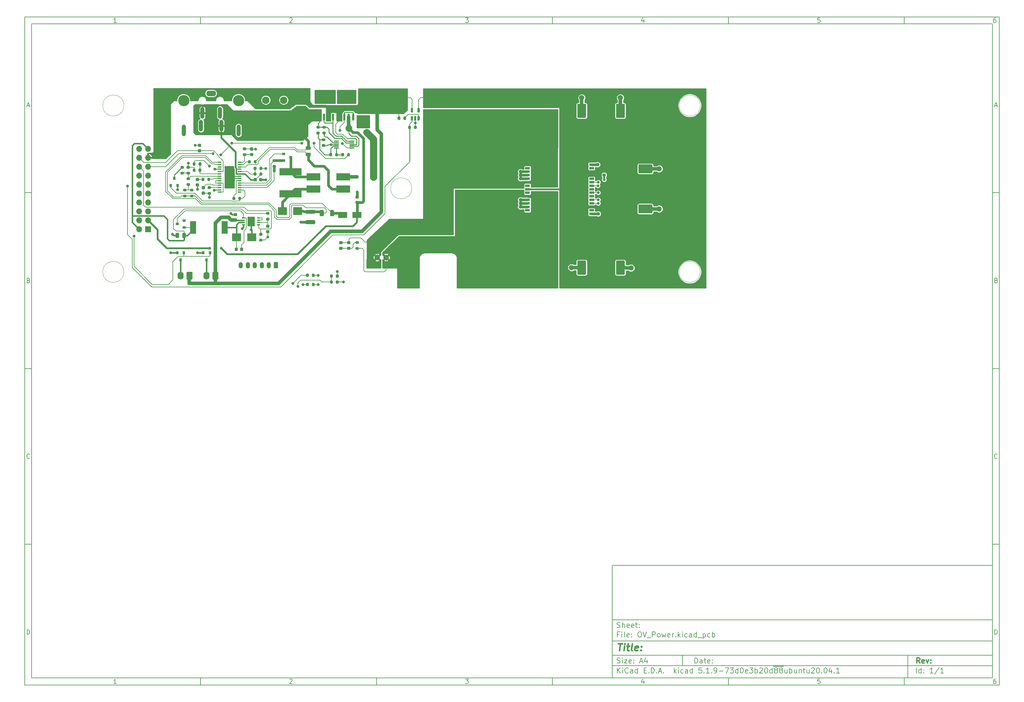
<source format=gbr>
%TF.GenerationSoftware,KiCad,Pcbnew,5.1.9-73d0e3b20d~88~ubuntu20.04.1*%
%TF.CreationDate,2020-12-30T17:27:21-05:00*%
%TF.ProjectId,OV_Power,4f565f50-6f77-4657-922e-6b696361645f,rev?*%
%TF.SameCoordinates,Original*%
%TF.FileFunction,Copper,L1,Top*%
%TF.FilePolarity,Positive*%
%FSLAX46Y46*%
G04 Gerber Fmt 4.6, Leading zero omitted, Abs format (unit mm)*
G04 Created by KiCad (PCBNEW 5.1.9-73d0e3b20d~88~ubuntu20.04.1) date 2020-12-30 17:27:21*
%MOMM*%
%LPD*%
G01*
G04 APERTURE LIST*
%ADD10C,0.100000*%
%ADD11C,0.150000*%
%ADD12C,0.300000*%
%ADD13C,0.400000*%
%TA.AperFunction,NonConductor*%
%ADD14C,0.001000*%
%TD*%
%TA.AperFunction,ComponentPad*%
%ADD15C,2.100000*%
%TD*%
%TA.AperFunction,ComponentPad*%
%ADD16O,1.740000X2.190000*%
%TD*%
%TA.AperFunction,ComponentPad*%
%ADD17C,3.200000*%
%TD*%
%TA.AperFunction,ComponentPad*%
%ADD18O,1.200000X3.300000*%
%TD*%
%TA.AperFunction,ComponentPad*%
%ADD19O,2.800000X1.600000*%
%TD*%
%TA.AperFunction,SMDPad,CuDef*%
%ADD20R,0.800000X0.900000*%
%TD*%
%TA.AperFunction,SMDPad,CuDef*%
%ADD21R,2.500000X1.800000*%
%TD*%
%TA.AperFunction,ComponentPad*%
%ADD22C,1.900000*%
%TD*%
%TA.AperFunction,ComponentPad*%
%ADD23O,1.200000X1.800000*%
%TD*%
%TA.AperFunction,SMDPad,CuDef*%
%ADD24R,6.310000X2.070000*%
%TD*%
%TA.AperFunction,SMDPad,CuDef*%
%ADD25R,4.000000X2.000000*%
%TD*%
%TA.AperFunction,SMDPad,CuDef*%
%ADD26R,1.800000X3.600000*%
%TD*%
%TA.AperFunction,SMDPad,CuDef*%
%ADD27R,1.400000X0.300000*%
%TD*%
%TA.AperFunction,SMDPad,CuDef*%
%ADD28R,5.250000X6.230000*%
%TD*%
%TA.AperFunction,SMDPad,CuDef*%
%ADD29R,5.250000X10.300000*%
%TD*%
%TA.AperFunction,SMDPad,CuDef*%
%ADD30R,1.350000X0.660000*%
%TD*%
%TA.AperFunction,SMDPad,CuDef*%
%ADD31R,2.083000X2.794000*%
%TD*%
%TA.AperFunction,SMDPad,CuDef*%
%ADD32R,0.889000X0.420000*%
%TD*%
%TA.AperFunction,SMDPad,CuDef*%
%ADD33R,1.370000X1.187500*%
%TD*%
%TA.AperFunction,SMDPad,CuDef*%
%ADD34R,1.100000X0.400000*%
%TD*%
%TA.AperFunction,SMDPad,CuDef*%
%ADD35R,0.900000X0.800000*%
%TD*%
%TA.AperFunction,ComponentPad*%
%ADD36O,1.700000X1.700000*%
%TD*%
%TA.AperFunction,ComponentPad*%
%ADD37R,1.700000X1.700000*%
%TD*%
%TA.AperFunction,SMDPad,CuDef*%
%ADD38R,2.500000X2.300000*%
%TD*%
%TA.AperFunction,ComponentPad*%
%ADD39C,1.600200*%
%TD*%
%TA.AperFunction,ViaPad*%
%ADD40C,1.500000*%
%TD*%
%TA.AperFunction,ViaPad*%
%ADD41C,1.000000*%
%TD*%
%TA.AperFunction,ViaPad*%
%ADD42C,0.800000*%
%TD*%
%TA.AperFunction,Conductor*%
%ADD43C,0.750000*%
%TD*%
%TA.AperFunction,Conductor*%
%ADD44C,1.000000*%
%TD*%
%TA.AperFunction,Conductor*%
%ADD45C,0.208000*%
%TD*%
%TA.AperFunction,Conductor*%
%ADD46C,0.500000*%
%TD*%
%TA.AperFunction,Conductor*%
%ADD47C,0.254000*%
%TD*%
%TA.AperFunction,Conductor*%
%ADD48C,0.400000*%
%TD*%
%TA.AperFunction,Conductor*%
%ADD49C,0.250000*%
%TD*%
%TA.AperFunction,Conductor*%
%ADD50C,2.000000*%
%TD*%
%TA.AperFunction,Conductor*%
%ADD51C,0.100000*%
%TD*%
G04 APERTURE END LIST*
D10*
D11*
X177002200Y-166007200D02*
X177002200Y-198007200D01*
X285002200Y-198007200D01*
X285002200Y-166007200D01*
X177002200Y-166007200D01*
D10*
D11*
X10000000Y-10000000D02*
X10000000Y-200007200D01*
X287002200Y-200007200D01*
X287002200Y-10000000D01*
X10000000Y-10000000D01*
D10*
D11*
X12000000Y-12000000D02*
X12000000Y-198007200D01*
X285002200Y-198007200D01*
X285002200Y-12000000D01*
X12000000Y-12000000D01*
D10*
D11*
X60000000Y-12000000D02*
X60000000Y-10000000D01*
D10*
D11*
X110000000Y-12000000D02*
X110000000Y-10000000D01*
D10*
D11*
X160000000Y-12000000D02*
X160000000Y-10000000D01*
D10*
D11*
X210000000Y-12000000D02*
X210000000Y-10000000D01*
D10*
D11*
X260000000Y-12000000D02*
X260000000Y-10000000D01*
D10*
D11*
X36065476Y-11588095D02*
X35322619Y-11588095D01*
X35694047Y-11588095D02*
X35694047Y-10288095D01*
X35570238Y-10473809D01*
X35446428Y-10597619D01*
X35322619Y-10659523D01*
D10*
D11*
X85322619Y-10411904D02*
X85384523Y-10350000D01*
X85508333Y-10288095D01*
X85817857Y-10288095D01*
X85941666Y-10350000D01*
X86003571Y-10411904D01*
X86065476Y-10535714D01*
X86065476Y-10659523D01*
X86003571Y-10845238D01*
X85260714Y-11588095D01*
X86065476Y-11588095D01*
D10*
D11*
X135260714Y-10288095D02*
X136065476Y-10288095D01*
X135632142Y-10783333D01*
X135817857Y-10783333D01*
X135941666Y-10845238D01*
X136003571Y-10907142D01*
X136065476Y-11030952D01*
X136065476Y-11340476D01*
X136003571Y-11464285D01*
X135941666Y-11526190D01*
X135817857Y-11588095D01*
X135446428Y-11588095D01*
X135322619Y-11526190D01*
X135260714Y-11464285D01*
D10*
D11*
X185941666Y-10721428D02*
X185941666Y-11588095D01*
X185632142Y-10226190D02*
X185322619Y-11154761D01*
X186127380Y-11154761D01*
D10*
D11*
X236003571Y-10288095D02*
X235384523Y-10288095D01*
X235322619Y-10907142D01*
X235384523Y-10845238D01*
X235508333Y-10783333D01*
X235817857Y-10783333D01*
X235941666Y-10845238D01*
X236003571Y-10907142D01*
X236065476Y-11030952D01*
X236065476Y-11340476D01*
X236003571Y-11464285D01*
X235941666Y-11526190D01*
X235817857Y-11588095D01*
X235508333Y-11588095D01*
X235384523Y-11526190D01*
X235322619Y-11464285D01*
D10*
D11*
X285941666Y-10288095D02*
X285694047Y-10288095D01*
X285570238Y-10350000D01*
X285508333Y-10411904D01*
X285384523Y-10597619D01*
X285322619Y-10845238D01*
X285322619Y-11340476D01*
X285384523Y-11464285D01*
X285446428Y-11526190D01*
X285570238Y-11588095D01*
X285817857Y-11588095D01*
X285941666Y-11526190D01*
X286003571Y-11464285D01*
X286065476Y-11340476D01*
X286065476Y-11030952D01*
X286003571Y-10907142D01*
X285941666Y-10845238D01*
X285817857Y-10783333D01*
X285570238Y-10783333D01*
X285446428Y-10845238D01*
X285384523Y-10907142D01*
X285322619Y-11030952D01*
D10*
D11*
X60000000Y-198007200D02*
X60000000Y-200007200D01*
D10*
D11*
X110000000Y-198007200D02*
X110000000Y-200007200D01*
D10*
D11*
X160000000Y-198007200D02*
X160000000Y-200007200D01*
D10*
D11*
X210000000Y-198007200D02*
X210000000Y-200007200D01*
D10*
D11*
X260000000Y-198007200D02*
X260000000Y-200007200D01*
D10*
D11*
X36065476Y-199595295D02*
X35322619Y-199595295D01*
X35694047Y-199595295D02*
X35694047Y-198295295D01*
X35570238Y-198481009D01*
X35446428Y-198604819D01*
X35322619Y-198666723D01*
D10*
D11*
X85322619Y-198419104D02*
X85384523Y-198357200D01*
X85508333Y-198295295D01*
X85817857Y-198295295D01*
X85941666Y-198357200D01*
X86003571Y-198419104D01*
X86065476Y-198542914D01*
X86065476Y-198666723D01*
X86003571Y-198852438D01*
X85260714Y-199595295D01*
X86065476Y-199595295D01*
D10*
D11*
X135260714Y-198295295D02*
X136065476Y-198295295D01*
X135632142Y-198790533D01*
X135817857Y-198790533D01*
X135941666Y-198852438D01*
X136003571Y-198914342D01*
X136065476Y-199038152D01*
X136065476Y-199347676D01*
X136003571Y-199471485D01*
X135941666Y-199533390D01*
X135817857Y-199595295D01*
X135446428Y-199595295D01*
X135322619Y-199533390D01*
X135260714Y-199471485D01*
D10*
D11*
X185941666Y-198728628D02*
X185941666Y-199595295D01*
X185632142Y-198233390D02*
X185322619Y-199161961D01*
X186127380Y-199161961D01*
D10*
D11*
X236003571Y-198295295D02*
X235384523Y-198295295D01*
X235322619Y-198914342D01*
X235384523Y-198852438D01*
X235508333Y-198790533D01*
X235817857Y-198790533D01*
X235941666Y-198852438D01*
X236003571Y-198914342D01*
X236065476Y-199038152D01*
X236065476Y-199347676D01*
X236003571Y-199471485D01*
X235941666Y-199533390D01*
X235817857Y-199595295D01*
X235508333Y-199595295D01*
X235384523Y-199533390D01*
X235322619Y-199471485D01*
D10*
D11*
X285941666Y-198295295D02*
X285694047Y-198295295D01*
X285570238Y-198357200D01*
X285508333Y-198419104D01*
X285384523Y-198604819D01*
X285322619Y-198852438D01*
X285322619Y-199347676D01*
X285384523Y-199471485D01*
X285446428Y-199533390D01*
X285570238Y-199595295D01*
X285817857Y-199595295D01*
X285941666Y-199533390D01*
X286003571Y-199471485D01*
X286065476Y-199347676D01*
X286065476Y-199038152D01*
X286003571Y-198914342D01*
X285941666Y-198852438D01*
X285817857Y-198790533D01*
X285570238Y-198790533D01*
X285446428Y-198852438D01*
X285384523Y-198914342D01*
X285322619Y-199038152D01*
D10*
D11*
X10000000Y-60000000D02*
X12000000Y-60000000D01*
D10*
D11*
X10000000Y-110000000D02*
X12000000Y-110000000D01*
D10*
D11*
X10000000Y-160000000D02*
X12000000Y-160000000D01*
D10*
D11*
X10690476Y-35216666D02*
X11309523Y-35216666D01*
X10566666Y-35588095D02*
X11000000Y-34288095D01*
X11433333Y-35588095D01*
D10*
D11*
X11092857Y-84907142D02*
X11278571Y-84969047D01*
X11340476Y-85030952D01*
X11402380Y-85154761D01*
X11402380Y-85340476D01*
X11340476Y-85464285D01*
X11278571Y-85526190D01*
X11154761Y-85588095D01*
X10659523Y-85588095D01*
X10659523Y-84288095D01*
X11092857Y-84288095D01*
X11216666Y-84350000D01*
X11278571Y-84411904D01*
X11340476Y-84535714D01*
X11340476Y-84659523D01*
X11278571Y-84783333D01*
X11216666Y-84845238D01*
X11092857Y-84907142D01*
X10659523Y-84907142D01*
D10*
D11*
X11402380Y-135464285D02*
X11340476Y-135526190D01*
X11154761Y-135588095D01*
X11030952Y-135588095D01*
X10845238Y-135526190D01*
X10721428Y-135402380D01*
X10659523Y-135278571D01*
X10597619Y-135030952D01*
X10597619Y-134845238D01*
X10659523Y-134597619D01*
X10721428Y-134473809D01*
X10845238Y-134350000D01*
X11030952Y-134288095D01*
X11154761Y-134288095D01*
X11340476Y-134350000D01*
X11402380Y-134411904D01*
D10*
D11*
X10659523Y-185588095D02*
X10659523Y-184288095D01*
X10969047Y-184288095D01*
X11154761Y-184350000D01*
X11278571Y-184473809D01*
X11340476Y-184597619D01*
X11402380Y-184845238D01*
X11402380Y-185030952D01*
X11340476Y-185278571D01*
X11278571Y-185402380D01*
X11154761Y-185526190D01*
X10969047Y-185588095D01*
X10659523Y-185588095D01*
D10*
D11*
X287002200Y-60000000D02*
X285002200Y-60000000D01*
D10*
D11*
X287002200Y-110000000D02*
X285002200Y-110000000D01*
D10*
D11*
X287002200Y-160000000D02*
X285002200Y-160000000D01*
D10*
D11*
X285692676Y-35216666D02*
X286311723Y-35216666D01*
X285568866Y-35588095D02*
X286002200Y-34288095D01*
X286435533Y-35588095D01*
D10*
D11*
X286095057Y-84907142D02*
X286280771Y-84969047D01*
X286342676Y-85030952D01*
X286404580Y-85154761D01*
X286404580Y-85340476D01*
X286342676Y-85464285D01*
X286280771Y-85526190D01*
X286156961Y-85588095D01*
X285661723Y-85588095D01*
X285661723Y-84288095D01*
X286095057Y-84288095D01*
X286218866Y-84350000D01*
X286280771Y-84411904D01*
X286342676Y-84535714D01*
X286342676Y-84659523D01*
X286280771Y-84783333D01*
X286218866Y-84845238D01*
X286095057Y-84907142D01*
X285661723Y-84907142D01*
D10*
D11*
X286404580Y-135464285D02*
X286342676Y-135526190D01*
X286156961Y-135588095D01*
X286033152Y-135588095D01*
X285847438Y-135526190D01*
X285723628Y-135402380D01*
X285661723Y-135278571D01*
X285599819Y-135030952D01*
X285599819Y-134845238D01*
X285661723Y-134597619D01*
X285723628Y-134473809D01*
X285847438Y-134350000D01*
X286033152Y-134288095D01*
X286156961Y-134288095D01*
X286342676Y-134350000D01*
X286404580Y-134411904D01*
D10*
D11*
X285661723Y-185588095D02*
X285661723Y-184288095D01*
X285971247Y-184288095D01*
X286156961Y-184350000D01*
X286280771Y-184473809D01*
X286342676Y-184597619D01*
X286404580Y-184845238D01*
X286404580Y-185030952D01*
X286342676Y-185278571D01*
X286280771Y-185402380D01*
X286156961Y-185526190D01*
X285971247Y-185588095D01*
X285661723Y-185588095D01*
D10*
D11*
X200434342Y-193785771D02*
X200434342Y-192285771D01*
X200791485Y-192285771D01*
X201005771Y-192357200D01*
X201148628Y-192500057D01*
X201220057Y-192642914D01*
X201291485Y-192928628D01*
X201291485Y-193142914D01*
X201220057Y-193428628D01*
X201148628Y-193571485D01*
X201005771Y-193714342D01*
X200791485Y-193785771D01*
X200434342Y-193785771D01*
X202577200Y-193785771D02*
X202577200Y-193000057D01*
X202505771Y-192857200D01*
X202362914Y-192785771D01*
X202077200Y-192785771D01*
X201934342Y-192857200D01*
X202577200Y-193714342D02*
X202434342Y-193785771D01*
X202077200Y-193785771D01*
X201934342Y-193714342D01*
X201862914Y-193571485D01*
X201862914Y-193428628D01*
X201934342Y-193285771D01*
X202077200Y-193214342D01*
X202434342Y-193214342D01*
X202577200Y-193142914D01*
X203077200Y-192785771D02*
X203648628Y-192785771D01*
X203291485Y-192285771D02*
X203291485Y-193571485D01*
X203362914Y-193714342D01*
X203505771Y-193785771D01*
X203648628Y-193785771D01*
X204720057Y-193714342D02*
X204577200Y-193785771D01*
X204291485Y-193785771D01*
X204148628Y-193714342D01*
X204077200Y-193571485D01*
X204077200Y-193000057D01*
X204148628Y-192857200D01*
X204291485Y-192785771D01*
X204577200Y-192785771D01*
X204720057Y-192857200D01*
X204791485Y-193000057D01*
X204791485Y-193142914D01*
X204077200Y-193285771D01*
X205434342Y-193642914D02*
X205505771Y-193714342D01*
X205434342Y-193785771D01*
X205362914Y-193714342D01*
X205434342Y-193642914D01*
X205434342Y-193785771D01*
X205434342Y-192857200D02*
X205505771Y-192928628D01*
X205434342Y-193000057D01*
X205362914Y-192928628D01*
X205434342Y-192857200D01*
X205434342Y-193000057D01*
D10*
D11*
X177002200Y-194507200D02*
X285002200Y-194507200D01*
D10*
D11*
X178434342Y-196585771D02*
X178434342Y-195085771D01*
X179291485Y-196585771D02*
X178648628Y-195728628D01*
X179291485Y-195085771D02*
X178434342Y-195942914D01*
X179934342Y-196585771D02*
X179934342Y-195585771D01*
X179934342Y-195085771D02*
X179862914Y-195157200D01*
X179934342Y-195228628D01*
X180005771Y-195157200D01*
X179934342Y-195085771D01*
X179934342Y-195228628D01*
X181505771Y-196442914D02*
X181434342Y-196514342D01*
X181220057Y-196585771D01*
X181077200Y-196585771D01*
X180862914Y-196514342D01*
X180720057Y-196371485D01*
X180648628Y-196228628D01*
X180577200Y-195942914D01*
X180577200Y-195728628D01*
X180648628Y-195442914D01*
X180720057Y-195300057D01*
X180862914Y-195157200D01*
X181077200Y-195085771D01*
X181220057Y-195085771D01*
X181434342Y-195157200D01*
X181505771Y-195228628D01*
X182791485Y-196585771D02*
X182791485Y-195800057D01*
X182720057Y-195657200D01*
X182577200Y-195585771D01*
X182291485Y-195585771D01*
X182148628Y-195657200D01*
X182791485Y-196514342D02*
X182648628Y-196585771D01*
X182291485Y-196585771D01*
X182148628Y-196514342D01*
X182077200Y-196371485D01*
X182077200Y-196228628D01*
X182148628Y-196085771D01*
X182291485Y-196014342D01*
X182648628Y-196014342D01*
X182791485Y-195942914D01*
X184148628Y-196585771D02*
X184148628Y-195085771D01*
X184148628Y-196514342D02*
X184005771Y-196585771D01*
X183720057Y-196585771D01*
X183577200Y-196514342D01*
X183505771Y-196442914D01*
X183434342Y-196300057D01*
X183434342Y-195871485D01*
X183505771Y-195728628D01*
X183577200Y-195657200D01*
X183720057Y-195585771D01*
X184005771Y-195585771D01*
X184148628Y-195657200D01*
X186005771Y-195800057D02*
X186505771Y-195800057D01*
X186720057Y-196585771D02*
X186005771Y-196585771D01*
X186005771Y-195085771D01*
X186720057Y-195085771D01*
X187362914Y-196442914D02*
X187434342Y-196514342D01*
X187362914Y-196585771D01*
X187291485Y-196514342D01*
X187362914Y-196442914D01*
X187362914Y-196585771D01*
X188077200Y-196585771D02*
X188077200Y-195085771D01*
X188434342Y-195085771D01*
X188648628Y-195157200D01*
X188791485Y-195300057D01*
X188862914Y-195442914D01*
X188934342Y-195728628D01*
X188934342Y-195942914D01*
X188862914Y-196228628D01*
X188791485Y-196371485D01*
X188648628Y-196514342D01*
X188434342Y-196585771D01*
X188077200Y-196585771D01*
X189577200Y-196442914D02*
X189648628Y-196514342D01*
X189577200Y-196585771D01*
X189505771Y-196514342D01*
X189577200Y-196442914D01*
X189577200Y-196585771D01*
X190220057Y-196157200D02*
X190934342Y-196157200D01*
X190077200Y-196585771D02*
X190577200Y-195085771D01*
X191077200Y-196585771D01*
X191577200Y-196442914D02*
X191648628Y-196514342D01*
X191577200Y-196585771D01*
X191505771Y-196514342D01*
X191577200Y-196442914D01*
X191577200Y-196585771D01*
X194577200Y-196585771D02*
X194577200Y-195085771D01*
X194720057Y-196014342D02*
X195148628Y-196585771D01*
X195148628Y-195585771D02*
X194577200Y-196157200D01*
X195791485Y-196585771D02*
X195791485Y-195585771D01*
X195791485Y-195085771D02*
X195720057Y-195157200D01*
X195791485Y-195228628D01*
X195862914Y-195157200D01*
X195791485Y-195085771D01*
X195791485Y-195228628D01*
X197148628Y-196514342D02*
X197005771Y-196585771D01*
X196720057Y-196585771D01*
X196577200Y-196514342D01*
X196505771Y-196442914D01*
X196434342Y-196300057D01*
X196434342Y-195871485D01*
X196505771Y-195728628D01*
X196577200Y-195657200D01*
X196720057Y-195585771D01*
X197005771Y-195585771D01*
X197148628Y-195657200D01*
X198434342Y-196585771D02*
X198434342Y-195800057D01*
X198362914Y-195657200D01*
X198220057Y-195585771D01*
X197934342Y-195585771D01*
X197791485Y-195657200D01*
X198434342Y-196514342D02*
X198291485Y-196585771D01*
X197934342Y-196585771D01*
X197791485Y-196514342D01*
X197720057Y-196371485D01*
X197720057Y-196228628D01*
X197791485Y-196085771D01*
X197934342Y-196014342D01*
X198291485Y-196014342D01*
X198434342Y-195942914D01*
X199791485Y-196585771D02*
X199791485Y-195085771D01*
X199791485Y-196514342D02*
X199648628Y-196585771D01*
X199362914Y-196585771D01*
X199220057Y-196514342D01*
X199148628Y-196442914D01*
X199077200Y-196300057D01*
X199077200Y-195871485D01*
X199148628Y-195728628D01*
X199220057Y-195657200D01*
X199362914Y-195585771D01*
X199648628Y-195585771D01*
X199791485Y-195657200D01*
X202362914Y-195085771D02*
X201648628Y-195085771D01*
X201577200Y-195800057D01*
X201648628Y-195728628D01*
X201791485Y-195657200D01*
X202148628Y-195657200D01*
X202291485Y-195728628D01*
X202362914Y-195800057D01*
X202434342Y-195942914D01*
X202434342Y-196300057D01*
X202362914Y-196442914D01*
X202291485Y-196514342D01*
X202148628Y-196585771D01*
X201791485Y-196585771D01*
X201648628Y-196514342D01*
X201577200Y-196442914D01*
X203077200Y-196442914D02*
X203148628Y-196514342D01*
X203077200Y-196585771D01*
X203005771Y-196514342D01*
X203077200Y-196442914D01*
X203077200Y-196585771D01*
X204577200Y-196585771D02*
X203720057Y-196585771D01*
X204148628Y-196585771D02*
X204148628Y-195085771D01*
X204005771Y-195300057D01*
X203862914Y-195442914D01*
X203720057Y-195514342D01*
X205220057Y-196442914D02*
X205291485Y-196514342D01*
X205220057Y-196585771D01*
X205148628Y-196514342D01*
X205220057Y-196442914D01*
X205220057Y-196585771D01*
X206005771Y-196585771D02*
X206291485Y-196585771D01*
X206434342Y-196514342D01*
X206505771Y-196442914D01*
X206648628Y-196228628D01*
X206720057Y-195942914D01*
X206720057Y-195371485D01*
X206648628Y-195228628D01*
X206577200Y-195157200D01*
X206434342Y-195085771D01*
X206148628Y-195085771D01*
X206005771Y-195157200D01*
X205934342Y-195228628D01*
X205862914Y-195371485D01*
X205862914Y-195728628D01*
X205934342Y-195871485D01*
X206005771Y-195942914D01*
X206148628Y-196014342D01*
X206434342Y-196014342D01*
X206577200Y-195942914D01*
X206648628Y-195871485D01*
X206720057Y-195728628D01*
X207362914Y-196014342D02*
X208505771Y-196014342D01*
X209077200Y-195085771D02*
X210077200Y-195085771D01*
X209434342Y-196585771D01*
X210505771Y-195085771D02*
X211434342Y-195085771D01*
X210934342Y-195657200D01*
X211148628Y-195657200D01*
X211291485Y-195728628D01*
X211362914Y-195800057D01*
X211434342Y-195942914D01*
X211434342Y-196300057D01*
X211362914Y-196442914D01*
X211291485Y-196514342D01*
X211148628Y-196585771D01*
X210720057Y-196585771D01*
X210577200Y-196514342D01*
X210505771Y-196442914D01*
X212720057Y-196585771D02*
X212720057Y-195085771D01*
X212720057Y-196514342D02*
X212577200Y-196585771D01*
X212291485Y-196585771D01*
X212148628Y-196514342D01*
X212077200Y-196442914D01*
X212005771Y-196300057D01*
X212005771Y-195871485D01*
X212077200Y-195728628D01*
X212148628Y-195657200D01*
X212291485Y-195585771D01*
X212577200Y-195585771D01*
X212720057Y-195657200D01*
X213720057Y-195085771D02*
X213862914Y-195085771D01*
X214005771Y-195157200D01*
X214077200Y-195228628D01*
X214148628Y-195371485D01*
X214220057Y-195657200D01*
X214220057Y-196014342D01*
X214148628Y-196300057D01*
X214077200Y-196442914D01*
X214005771Y-196514342D01*
X213862914Y-196585771D01*
X213720057Y-196585771D01*
X213577200Y-196514342D01*
X213505771Y-196442914D01*
X213434342Y-196300057D01*
X213362914Y-196014342D01*
X213362914Y-195657200D01*
X213434342Y-195371485D01*
X213505771Y-195228628D01*
X213577200Y-195157200D01*
X213720057Y-195085771D01*
X215434342Y-196514342D02*
X215291485Y-196585771D01*
X215005771Y-196585771D01*
X214862914Y-196514342D01*
X214791485Y-196371485D01*
X214791485Y-195800057D01*
X214862914Y-195657200D01*
X215005771Y-195585771D01*
X215291485Y-195585771D01*
X215434342Y-195657200D01*
X215505771Y-195800057D01*
X215505771Y-195942914D01*
X214791485Y-196085771D01*
X216005771Y-195085771D02*
X216934342Y-195085771D01*
X216434342Y-195657200D01*
X216648628Y-195657200D01*
X216791485Y-195728628D01*
X216862914Y-195800057D01*
X216934342Y-195942914D01*
X216934342Y-196300057D01*
X216862914Y-196442914D01*
X216791485Y-196514342D01*
X216648628Y-196585771D01*
X216220057Y-196585771D01*
X216077200Y-196514342D01*
X216005771Y-196442914D01*
X217577200Y-196585771D02*
X217577200Y-195085771D01*
X217577200Y-195657200D02*
X217720057Y-195585771D01*
X218005771Y-195585771D01*
X218148628Y-195657200D01*
X218220057Y-195728628D01*
X218291485Y-195871485D01*
X218291485Y-196300057D01*
X218220057Y-196442914D01*
X218148628Y-196514342D01*
X218005771Y-196585771D01*
X217720057Y-196585771D01*
X217577200Y-196514342D01*
X218862914Y-195228628D02*
X218934342Y-195157200D01*
X219077200Y-195085771D01*
X219434342Y-195085771D01*
X219577200Y-195157200D01*
X219648628Y-195228628D01*
X219720057Y-195371485D01*
X219720057Y-195514342D01*
X219648628Y-195728628D01*
X218791485Y-196585771D01*
X219720057Y-196585771D01*
X220648628Y-195085771D02*
X220791485Y-195085771D01*
X220934342Y-195157200D01*
X221005771Y-195228628D01*
X221077200Y-195371485D01*
X221148628Y-195657200D01*
X221148628Y-196014342D01*
X221077200Y-196300057D01*
X221005771Y-196442914D01*
X220934342Y-196514342D01*
X220791485Y-196585771D01*
X220648628Y-196585771D01*
X220505771Y-196514342D01*
X220434342Y-196442914D01*
X220362914Y-196300057D01*
X220291485Y-196014342D01*
X220291485Y-195657200D01*
X220362914Y-195371485D01*
X220434342Y-195228628D01*
X220505771Y-195157200D01*
X220648628Y-195085771D01*
X222434342Y-196585771D02*
X222434342Y-195085771D01*
X222434342Y-196514342D02*
X222291485Y-196585771D01*
X222005771Y-196585771D01*
X221862914Y-196514342D01*
X221791485Y-196442914D01*
X221720057Y-196300057D01*
X221720057Y-195871485D01*
X221791485Y-195728628D01*
X221862914Y-195657200D01*
X222005771Y-195585771D01*
X222291485Y-195585771D01*
X222434342Y-195657200D01*
X222791485Y-194677200D02*
X224220057Y-194677200D01*
X223362914Y-195728628D02*
X223220057Y-195657200D01*
X223148628Y-195585771D01*
X223077200Y-195442914D01*
X223077200Y-195371485D01*
X223148628Y-195228628D01*
X223220057Y-195157200D01*
X223362914Y-195085771D01*
X223648628Y-195085771D01*
X223791485Y-195157200D01*
X223862914Y-195228628D01*
X223934342Y-195371485D01*
X223934342Y-195442914D01*
X223862914Y-195585771D01*
X223791485Y-195657200D01*
X223648628Y-195728628D01*
X223362914Y-195728628D01*
X223220057Y-195800057D01*
X223148628Y-195871485D01*
X223077200Y-196014342D01*
X223077200Y-196300057D01*
X223148628Y-196442914D01*
X223220057Y-196514342D01*
X223362914Y-196585771D01*
X223648628Y-196585771D01*
X223791485Y-196514342D01*
X223862914Y-196442914D01*
X223934342Y-196300057D01*
X223934342Y-196014342D01*
X223862914Y-195871485D01*
X223791485Y-195800057D01*
X223648628Y-195728628D01*
X224220057Y-194677200D02*
X225648628Y-194677200D01*
X224791485Y-195728628D02*
X224648628Y-195657200D01*
X224577200Y-195585771D01*
X224505771Y-195442914D01*
X224505771Y-195371485D01*
X224577200Y-195228628D01*
X224648628Y-195157200D01*
X224791485Y-195085771D01*
X225077200Y-195085771D01*
X225220057Y-195157200D01*
X225291485Y-195228628D01*
X225362914Y-195371485D01*
X225362914Y-195442914D01*
X225291485Y-195585771D01*
X225220057Y-195657200D01*
X225077200Y-195728628D01*
X224791485Y-195728628D01*
X224648628Y-195800057D01*
X224577200Y-195871485D01*
X224505771Y-196014342D01*
X224505771Y-196300057D01*
X224577200Y-196442914D01*
X224648628Y-196514342D01*
X224791485Y-196585771D01*
X225077200Y-196585771D01*
X225220057Y-196514342D01*
X225291485Y-196442914D01*
X225362914Y-196300057D01*
X225362914Y-196014342D01*
X225291485Y-195871485D01*
X225220057Y-195800057D01*
X225077200Y-195728628D01*
X226648628Y-195585771D02*
X226648628Y-196585771D01*
X226005771Y-195585771D02*
X226005771Y-196371485D01*
X226077199Y-196514342D01*
X226220057Y-196585771D01*
X226434342Y-196585771D01*
X226577199Y-196514342D01*
X226648628Y-196442914D01*
X227362914Y-196585771D02*
X227362914Y-195085771D01*
X227362914Y-195657200D02*
X227505771Y-195585771D01*
X227791485Y-195585771D01*
X227934342Y-195657200D01*
X228005771Y-195728628D01*
X228077200Y-195871485D01*
X228077200Y-196300057D01*
X228005771Y-196442914D01*
X227934342Y-196514342D01*
X227791485Y-196585771D01*
X227505771Y-196585771D01*
X227362914Y-196514342D01*
X229362914Y-195585771D02*
X229362914Y-196585771D01*
X228720057Y-195585771D02*
X228720057Y-196371485D01*
X228791485Y-196514342D01*
X228934342Y-196585771D01*
X229148628Y-196585771D01*
X229291485Y-196514342D01*
X229362914Y-196442914D01*
X230077200Y-195585771D02*
X230077200Y-196585771D01*
X230077200Y-195728628D02*
X230148628Y-195657200D01*
X230291485Y-195585771D01*
X230505771Y-195585771D01*
X230648628Y-195657200D01*
X230720057Y-195800057D01*
X230720057Y-196585771D01*
X231220057Y-195585771D02*
X231791485Y-195585771D01*
X231434342Y-195085771D02*
X231434342Y-196371485D01*
X231505771Y-196514342D01*
X231648628Y-196585771D01*
X231791485Y-196585771D01*
X232934342Y-195585771D02*
X232934342Y-196585771D01*
X232291485Y-195585771D02*
X232291485Y-196371485D01*
X232362914Y-196514342D01*
X232505771Y-196585771D01*
X232720057Y-196585771D01*
X232862914Y-196514342D01*
X232934342Y-196442914D01*
X233577200Y-195228628D02*
X233648628Y-195157200D01*
X233791485Y-195085771D01*
X234148628Y-195085771D01*
X234291485Y-195157200D01*
X234362914Y-195228628D01*
X234434342Y-195371485D01*
X234434342Y-195514342D01*
X234362914Y-195728628D01*
X233505771Y-196585771D01*
X234434342Y-196585771D01*
X235362914Y-195085771D02*
X235505771Y-195085771D01*
X235648628Y-195157200D01*
X235720057Y-195228628D01*
X235791485Y-195371485D01*
X235862914Y-195657200D01*
X235862914Y-196014342D01*
X235791485Y-196300057D01*
X235720057Y-196442914D01*
X235648628Y-196514342D01*
X235505771Y-196585771D01*
X235362914Y-196585771D01*
X235220057Y-196514342D01*
X235148628Y-196442914D01*
X235077200Y-196300057D01*
X235005771Y-196014342D01*
X235005771Y-195657200D01*
X235077200Y-195371485D01*
X235148628Y-195228628D01*
X235220057Y-195157200D01*
X235362914Y-195085771D01*
X236505771Y-196442914D02*
X236577199Y-196514342D01*
X236505771Y-196585771D01*
X236434342Y-196514342D01*
X236505771Y-196442914D01*
X236505771Y-196585771D01*
X237505771Y-195085771D02*
X237648628Y-195085771D01*
X237791485Y-195157200D01*
X237862914Y-195228628D01*
X237934342Y-195371485D01*
X238005771Y-195657200D01*
X238005771Y-196014342D01*
X237934342Y-196300057D01*
X237862914Y-196442914D01*
X237791485Y-196514342D01*
X237648628Y-196585771D01*
X237505771Y-196585771D01*
X237362914Y-196514342D01*
X237291485Y-196442914D01*
X237220057Y-196300057D01*
X237148628Y-196014342D01*
X237148628Y-195657200D01*
X237220057Y-195371485D01*
X237291485Y-195228628D01*
X237362914Y-195157200D01*
X237505771Y-195085771D01*
X239291485Y-195585771D02*
X239291485Y-196585771D01*
X238934342Y-195014342D02*
X238577199Y-196085771D01*
X239505771Y-196085771D01*
X240077199Y-196442914D02*
X240148628Y-196514342D01*
X240077199Y-196585771D01*
X240005771Y-196514342D01*
X240077199Y-196442914D01*
X240077199Y-196585771D01*
X241577199Y-196585771D02*
X240720057Y-196585771D01*
X241148628Y-196585771D02*
X241148628Y-195085771D01*
X241005771Y-195300057D01*
X240862914Y-195442914D01*
X240720057Y-195514342D01*
D10*
D11*
X177002200Y-191507200D02*
X285002200Y-191507200D01*
D10*
D12*
X264411485Y-193785771D02*
X263911485Y-193071485D01*
X263554342Y-193785771D02*
X263554342Y-192285771D01*
X264125771Y-192285771D01*
X264268628Y-192357200D01*
X264340057Y-192428628D01*
X264411485Y-192571485D01*
X264411485Y-192785771D01*
X264340057Y-192928628D01*
X264268628Y-193000057D01*
X264125771Y-193071485D01*
X263554342Y-193071485D01*
X265625771Y-193714342D02*
X265482914Y-193785771D01*
X265197200Y-193785771D01*
X265054342Y-193714342D01*
X264982914Y-193571485D01*
X264982914Y-193000057D01*
X265054342Y-192857200D01*
X265197200Y-192785771D01*
X265482914Y-192785771D01*
X265625771Y-192857200D01*
X265697200Y-193000057D01*
X265697200Y-193142914D01*
X264982914Y-193285771D01*
X266197200Y-192785771D02*
X266554342Y-193785771D01*
X266911485Y-192785771D01*
X267482914Y-193642914D02*
X267554342Y-193714342D01*
X267482914Y-193785771D01*
X267411485Y-193714342D01*
X267482914Y-193642914D01*
X267482914Y-193785771D01*
X267482914Y-192857200D02*
X267554342Y-192928628D01*
X267482914Y-193000057D01*
X267411485Y-192928628D01*
X267482914Y-192857200D01*
X267482914Y-193000057D01*
D10*
D11*
X178362914Y-193714342D02*
X178577200Y-193785771D01*
X178934342Y-193785771D01*
X179077200Y-193714342D01*
X179148628Y-193642914D01*
X179220057Y-193500057D01*
X179220057Y-193357200D01*
X179148628Y-193214342D01*
X179077200Y-193142914D01*
X178934342Y-193071485D01*
X178648628Y-193000057D01*
X178505771Y-192928628D01*
X178434342Y-192857200D01*
X178362914Y-192714342D01*
X178362914Y-192571485D01*
X178434342Y-192428628D01*
X178505771Y-192357200D01*
X178648628Y-192285771D01*
X179005771Y-192285771D01*
X179220057Y-192357200D01*
X179862914Y-193785771D02*
X179862914Y-192785771D01*
X179862914Y-192285771D02*
X179791485Y-192357200D01*
X179862914Y-192428628D01*
X179934342Y-192357200D01*
X179862914Y-192285771D01*
X179862914Y-192428628D01*
X180434342Y-192785771D02*
X181220057Y-192785771D01*
X180434342Y-193785771D01*
X181220057Y-193785771D01*
X182362914Y-193714342D02*
X182220057Y-193785771D01*
X181934342Y-193785771D01*
X181791485Y-193714342D01*
X181720057Y-193571485D01*
X181720057Y-193000057D01*
X181791485Y-192857200D01*
X181934342Y-192785771D01*
X182220057Y-192785771D01*
X182362914Y-192857200D01*
X182434342Y-193000057D01*
X182434342Y-193142914D01*
X181720057Y-193285771D01*
X183077200Y-193642914D02*
X183148628Y-193714342D01*
X183077200Y-193785771D01*
X183005771Y-193714342D01*
X183077200Y-193642914D01*
X183077200Y-193785771D01*
X183077200Y-192857200D02*
X183148628Y-192928628D01*
X183077200Y-193000057D01*
X183005771Y-192928628D01*
X183077200Y-192857200D01*
X183077200Y-193000057D01*
X184862914Y-193357200D02*
X185577200Y-193357200D01*
X184720057Y-193785771D02*
X185220057Y-192285771D01*
X185720057Y-193785771D01*
X186862914Y-192785771D02*
X186862914Y-193785771D01*
X186505771Y-192214342D02*
X186148628Y-193285771D01*
X187077200Y-193285771D01*
D10*
D11*
X263434342Y-196585771D02*
X263434342Y-195085771D01*
X264791485Y-196585771D02*
X264791485Y-195085771D01*
X264791485Y-196514342D02*
X264648628Y-196585771D01*
X264362914Y-196585771D01*
X264220057Y-196514342D01*
X264148628Y-196442914D01*
X264077200Y-196300057D01*
X264077200Y-195871485D01*
X264148628Y-195728628D01*
X264220057Y-195657200D01*
X264362914Y-195585771D01*
X264648628Y-195585771D01*
X264791485Y-195657200D01*
X265505771Y-196442914D02*
X265577200Y-196514342D01*
X265505771Y-196585771D01*
X265434342Y-196514342D01*
X265505771Y-196442914D01*
X265505771Y-196585771D01*
X265505771Y-195657200D02*
X265577200Y-195728628D01*
X265505771Y-195800057D01*
X265434342Y-195728628D01*
X265505771Y-195657200D01*
X265505771Y-195800057D01*
X268148628Y-196585771D02*
X267291485Y-196585771D01*
X267720057Y-196585771D02*
X267720057Y-195085771D01*
X267577200Y-195300057D01*
X267434342Y-195442914D01*
X267291485Y-195514342D01*
X269862914Y-195014342D02*
X268577200Y-196942914D01*
X271148628Y-196585771D02*
X270291485Y-196585771D01*
X270720057Y-196585771D02*
X270720057Y-195085771D01*
X270577200Y-195300057D01*
X270434342Y-195442914D01*
X270291485Y-195514342D01*
D10*
D11*
X177002200Y-187507200D02*
X285002200Y-187507200D01*
D10*
D13*
X178714580Y-188211961D02*
X179857438Y-188211961D01*
X179036009Y-190211961D02*
X179286009Y-188211961D01*
X180274104Y-190211961D02*
X180440771Y-188878628D01*
X180524104Y-188211961D02*
X180416961Y-188307200D01*
X180500295Y-188402438D01*
X180607438Y-188307200D01*
X180524104Y-188211961D01*
X180500295Y-188402438D01*
X181107438Y-188878628D02*
X181869342Y-188878628D01*
X181476485Y-188211961D02*
X181262200Y-189926247D01*
X181333628Y-190116723D01*
X181512200Y-190211961D01*
X181702676Y-190211961D01*
X182655057Y-190211961D02*
X182476485Y-190116723D01*
X182405057Y-189926247D01*
X182619342Y-188211961D01*
X184190771Y-190116723D02*
X183988390Y-190211961D01*
X183607438Y-190211961D01*
X183428866Y-190116723D01*
X183357438Y-189926247D01*
X183452676Y-189164342D01*
X183571723Y-188973866D01*
X183774104Y-188878628D01*
X184155057Y-188878628D01*
X184333628Y-188973866D01*
X184405057Y-189164342D01*
X184381247Y-189354819D01*
X183405057Y-189545295D01*
X185155057Y-190021485D02*
X185238390Y-190116723D01*
X185131247Y-190211961D01*
X185047914Y-190116723D01*
X185155057Y-190021485D01*
X185131247Y-190211961D01*
X185286009Y-188973866D02*
X185369342Y-189069104D01*
X185262200Y-189164342D01*
X185178866Y-189069104D01*
X185286009Y-188973866D01*
X185262200Y-189164342D01*
D10*
D11*
X178934342Y-185600057D02*
X178434342Y-185600057D01*
X178434342Y-186385771D02*
X178434342Y-184885771D01*
X179148628Y-184885771D01*
X179720057Y-186385771D02*
X179720057Y-185385771D01*
X179720057Y-184885771D02*
X179648628Y-184957200D01*
X179720057Y-185028628D01*
X179791485Y-184957200D01*
X179720057Y-184885771D01*
X179720057Y-185028628D01*
X180648628Y-186385771D02*
X180505771Y-186314342D01*
X180434342Y-186171485D01*
X180434342Y-184885771D01*
X181791485Y-186314342D02*
X181648628Y-186385771D01*
X181362914Y-186385771D01*
X181220057Y-186314342D01*
X181148628Y-186171485D01*
X181148628Y-185600057D01*
X181220057Y-185457200D01*
X181362914Y-185385771D01*
X181648628Y-185385771D01*
X181791485Y-185457200D01*
X181862914Y-185600057D01*
X181862914Y-185742914D01*
X181148628Y-185885771D01*
X182505771Y-186242914D02*
X182577200Y-186314342D01*
X182505771Y-186385771D01*
X182434342Y-186314342D01*
X182505771Y-186242914D01*
X182505771Y-186385771D01*
X182505771Y-185457200D02*
X182577200Y-185528628D01*
X182505771Y-185600057D01*
X182434342Y-185528628D01*
X182505771Y-185457200D01*
X182505771Y-185600057D01*
X184648628Y-184885771D02*
X184934342Y-184885771D01*
X185077200Y-184957200D01*
X185220057Y-185100057D01*
X185291485Y-185385771D01*
X185291485Y-185885771D01*
X185220057Y-186171485D01*
X185077200Y-186314342D01*
X184934342Y-186385771D01*
X184648628Y-186385771D01*
X184505771Y-186314342D01*
X184362914Y-186171485D01*
X184291485Y-185885771D01*
X184291485Y-185385771D01*
X184362914Y-185100057D01*
X184505771Y-184957200D01*
X184648628Y-184885771D01*
X185720057Y-184885771D02*
X186220057Y-186385771D01*
X186720057Y-184885771D01*
X186862914Y-186528628D02*
X188005771Y-186528628D01*
X188362914Y-186385771D02*
X188362914Y-184885771D01*
X188934342Y-184885771D01*
X189077200Y-184957200D01*
X189148628Y-185028628D01*
X189220057Y-185171485D01*
X189220057Y-185385771D01*
X189148628Y-185528628D01*
X189077200Y-185600057D01*
X188934342Y-185671485D01*
X188362914Y-185671485D01*
X190077200Y-186385771D02*
X189934342Y-186314342D01*
X189862914Y-186242914D01*
X189791485Y-186100057D01*
X189791485Y-185671485D01*
X189862914Y-185528628D01*
X189934342Y-185457200D01*
X190077200Y-185385771D01*
X190291485Y-185385771D01*
X190434342Y-185457200D01*
X190505771Y-185528628D01*
X190577200Y-185671485D01*
X190577200Y-186100057D01*
X190505771Y-186242914D01*
X190434342Y-186314342D01*
X190291485Y-186385771D01*
X190077200Y-186385771D01*
X191077200Y-185385771D02*
X191362914Y-186385771D01*
X191648628Y-185671485D01*
X191934342Y-186385771D01*
X192220057Y-185385771D01*
X193362914Y-186314342D02*
X193220057Y-186385771D01*
X192934342Y-186385771D01*
X192791485Y-186314342D01*
X192720057Y-186171485D01*
X192720057Y-185600057D01*
X192791485Y-185457200D01*
X192934342Y-185385771D01*
X193220057Y-185385771D01*
X193362914Y-185457200D01*
X193434342Y-185600057D01*
X193434342Y-185742914D01*
X192720057Y-185885771D01*
X194077200Y-186385771D02*
X194077200Y-185385771D01*
X194077200Y-185671485D02*
X194148628Y-185528628D01*
X194220057Y-185457200D01*
X194362914Y-185385771D01*
X194505771Y-185385771D01*
X195005771Y-186242914D02*
X195077200Y-186314342D01*
X195005771Y-186385771D01*
X194934342Y-186314342D01*
X195005771Y-186242914D01*
X195005771Y-186385771D01*
X195720057Y-186385771D02*
X195720057Y-184885771D01*
X195862914Y-185814342D02*
X196291485Y-186385771D01*
X196291485Y-185385771D02*
X195720057Y-185957200D01*
X196934342Y-186385771D02*
X196934342Y-185385771D01*
X196934342Y-184885771D02*
X196862914Y-184957200D01*
X196934342Y-185028628D01*
X197005771Y-184957200D01*
X196934342Y-184885771D01*
X196934342Y-185028628D01*
X198291485Y-186314342D02*
X198148628Y-186385771D01*
X197862914Y-186385771D01*
X197720057Y-186314342D01*
X197648628Y-186242914D01*
X197577200Y-186100057D01*
X197577200Y-185671485D01*
X197648628Y-185528628D01*
X197720057Y-185457200D01*
X197862914Y-185385771D01*
X198148628Y-185385771D01*
X198291485Y-185457200D01*
X199577200Y-186385771D02*
X199577200Y-185600057D01*
X199505771Y-185457200D01*
X199362914Y-185385771D01*
X199077200Y-185385771D01*
X198934342Y-185457200D01*
X199577200Y-186314342D02*
X199434342Y-186385771D01*
X199077200Y-186385771D01*
X198934342Y-186314342D01*
X198862914Y-186171485D01*
X198862914Y-186028628D01*
X198934342Y-185885771D01*
X199077200Y-185814342D01*
X199434342Y-185814342D01*
X199577200Y-185742914D01*
X200934342Y-186385771D02*
X200934342Y-184885771D01*
X200934342Y-186314342D02*
X200791485Y-186385771D01*
X200505771Y-186385771D01*
X200362914Y-186314342D01*
X200291485Y-186242914D01*
X200220057Y-186100057D01*
X200220057Y-185671485D01*
X200291485Y-185528628D01*
X200362914Y-185457200D01*
X200505771Y-185385771D01*
X200791485Y-185385771D01*
X200934342Y-185457200D01*
X201291485Y-186528628D02*
X202434342Y-186528628D01*
X202791485Y-185385771D02*
X202791485Y-186885771D01*
X202791485Y-185457200D02*
X202934342Y-185385771D01*
X203220057Y-185385771D01*
X203362914Y-185457200D01*
X203434342Y-185528628D01*
X203505771Y-185671485D01*
X203505771Y-186100057D01*
X203434342Y-186242914D01*
X203362914Y-186314342D01*
X203220057Y-186385771D01*
X202934342Y-186385771D01*
X202791485Y-186314342D01*
X204791485Y-186314342D02*
X204648628Y-186385771D01*
X204362914Y-186385771D01*
X204220057Y-186314342D01*
X204148628Y-186242914D01*
X204077200Y-186100057D01*
X204077200Y-185671485D01*
X204148628Y-185528628D01*
X204220057Y-185457200D01*
X204362914Y-185385771D01*
X204648628Y-185385771D01*
X204791485Y-185457200D01*
X205434342Y-186385771D02*
X205434342Y-184885771D01*
X205434342Y-185457200D02*
X205577200Y-185385771D01*
X205862914Y-185385771D01*
X206005771Y-185457200D01*
X206077200Y-185528628D01*
X206148628Y-185671485D01*
X206148628Y-186100057D01*
X206077200Y-186242914D01*
X206005771Y-186314342D01*
X205862914Y-186385771D01*
X205577200Y-186385771D01*
X205434342Y-186314342D01*
D10*
D11*
X177002200Y-181507200D02*
X285002200Y-181507200D01*
D10*
D11*
X178362914Y-183614342D02*
X178577200Y-183685771D01*
X178934342Y-183685771D01*
X179077200Y-183614342D01*
X179148628Y-183542914D01*
X179220057Y-183400057D01*
X179220057Y-183257200D01*
X179148628Y-183114342D01*
X179077200Y-183042914D01*
X178934342Y-182971485D01*
X178648628Y-182900057D01*
X178505771Y-182828628D01*
X178434342Y-182757200D01*
X178362914Y-182614342D01*
X178362914Y-182471485D01*
X178434342Y-182328628D01*
X178505771Y-182257200D01*
X178648628Y-182185771D01*
X179005771Y-182185771D01*
X179220057Y-182257200D01*
X179862914Y-183685771D02*
X179862914Y-182185771D01*
X180505771Y-183685771D02*
X180505771Y-182900057D01*
X180434342Y-182757200D01*
X180291485Y-182685771D01*
X180077200Y-182685771D01*
X179934342Y-182757200D01*
X179862914Y-182828628D01*
X181791485Y-183614342D02*
X181648628Y-183685771D01*
X181362914Y-183685771D01*
X181220057Y-183614342D01*
X181148628Y-183471485D01*
X181148628Y-182900057D01*
X181220057Y-182757200D01*
X181362914Y-182685771D01*
X181648628Y-182685771D01*
X181791485Y-182757200D01*
X181862914Y-182900057D01*
X181862914Y-183042914D01*
X181148628Y-183185771D01*
X183077200Y-183614342D02*
X182934342Y-183685771D01*
X182648628Y-183685771D01*
X182505771Y-183614342D01*
X182434342Y-183471485D01*
X182434342Y-182900057D01*
X182505771Y-182757200D01*
X182648628Y-182685771D01*
X182934342Y-182685771D01*
X183077200Y-182757200D01*
X183148628Y-182900057D01*
X183148628Y-183042914D01*
X182434342Y-183185771D01*
X183577200Y-182685771D02*
X184148628Y-182685771D01*
X183791485Y-182185771D02*
X183791485Y-183471485D01*
X183862914Y-183614342D01*
X184005771Y-183685771D01*
X184148628Y-183685771D01*
X184648628Y-183542914D02*
X184720057Y-183614342D01*
X184648628Y-183685771D01*
X184577200Y-183614342D01*
X184648628Y-183542914D01*
X184648628Y-183685771D01*
X184648628Y-182757200D02*
X184720057Y-182828628D01*
X184648628Y-182900057D01*
X184577200Y-182828628D01*
X184648628Y-182757200D01*
X184648628Y-182900057D01*
D10*
D11*
X197002200Y-191507200D02*
X197002200Y-194507200D01*
D10*
D11*
X261002200Y-191507200D02*
X261002200Y-198007200D01*
D14*
X38200000Y-82500000D02*
G75*
G03*
X38200000Y-82500000I-3000000J0D01*
G01*
X38200000Y-35200000D02*
G75*
G03*
X38200000Y-35200000I-3000000J0D01*
G01*
X120000000Y-58750000D02*
G75*
G03*
X120000000Y-58750000I-3000000J0D01*
G01*
X202000000Y-82500000D02*
G75*
G03*
X202000000Y-82500000I-3000000J0D01*
G01*
X202000000Y-35200000D02*
G75*
G03*
X202000000Y-35200000I-3000000J0D01*
G01*
D15*
X109200000Y-55540000D03*
X109200000Y-50460000D03*
X78560000Y-33700000D03*
X83640000Y-33700000D03*
D16*
X54300000Y-83600000D03*
%TA.AperFunction,ComponentPad*%
G36*
G01*
X57710000Y-82754999D02*
X57710000Y-84445001D01*
G75*
G02*
X57460001Y-84695000I-249999J0D01*
G01*
X56219999Y-84695000D01*
G75*
G02*
X55970000Y-84445001I0J249999D01*
G01*
X55970000Y-82754999D01*
G75*
G02*
X56219999Y-82505000I249999J0D01*
G01*
X57460001Y-82505000D01*
G75*
G02*
X57710000Y-82754999I0J-249999D01*
G01*
G37*
%TD.AperFunction*%
%TA.AperFunction,SMDPad,CuDef*%
G36*
G01*
X184400000Y-65600000D02*
X184400000Y-63600000D01*
G75*
G02*
X184650000Y-63350000I250000J0D01*
G01*
X188150000Y-63350000D01*
G75*
G02*
X188400000Y-63600000I0J-250000D01*
G01*
X188400000Y-65600000D01*
G75*
G02*
X188150000Y-65850000I-250000J0D01*
G01*
X184650000Y-65850000D01*
G75*
G02*
X184400000Y-65600000I0J250000D01*
G01*
G37*
%TD.AperFunction*%
%TA.AperFunction,SMDPad,CuDef*%
G36*
G01*
X176400000Y-65600000D02*
X176400000Y-63600000D01*
G75*
G02*
X176650000Y-63350000I250000J0D01*
G01*
X180150000Y-63350000D01*
G75*
G02*
X180400000Y-63600000I0J-250000D01*
G01*
X180400000Y-65600000D01*
G75*
G02*
X180150000Y-65850000I-250000J0D01*
G01*
X176650000Y-65850000D01*
G75*
G02*
X176400000Y-65600000I0J250000D01*
G01*
G37*
%TD.AperFunction*%
%TA.AperFunction,SMDPad,CuDef*%
G36*
G01*
X184400000Y-54200000D02*
X184400000Y-52200000D01*
G75*
G02*
X184650000Y-51950000I250000J0D01*
G01*
X188150000Y-51950000D01*
G75*
G02*
X188400000Y-52200000I0J-250000D01*
G01*
X188400000Y-54200000D01*
G75*
G02*
X188150000Y-54450000I-250000J0D01*
G01*
X184650000Y-54450000D01*
G75*
G02*
X184400000Y-54200000I0J250000D01*
G01*
G37*
%TD.AperFunction*%
%TA.AperFunction,SMDPad,CuDef*%
G36*
G01*
X176400000Y-54200000D02*
X176400000Y-52200000D01*
G75*
G02*
X176650000Y-51950000I250000J0D01*
G01*
X180150000Y-51950000D01*
G75*
G02*
X180400000Y-52200000I0J-250000D01*
G01*
X180400000Y-54200000D01*
G75*
G02*
X180150000Y-54450000I-250000J0D01*
G01*
X176650000Y-54450000D01*
G75*
G02*
X176400000Y-54200000I0J250000D01*
G01*
G37*
%TD.AperFunction*%
%TA.AperFunction,SMDPad,CuDef*%
G36*
G01*
X178300000Y-79300000D02*
X180300000Y-79300000D01*
G75*
G02*
X180550000Y-79550000I0J-250000D01*
G01*
X180550000Y-83050000D01*
G75*
G02*
X180300000Y-83300000I-250000J0D01*
G01*
X178300000Y-83300000D01*
G75*
G02*
X178050000Y-83050000I0J250000D01*
G01*
X178050000Y-79550000D01*
G75*
G02*
X178300000Y-79300000I250000J0D01*
G01*
G37*
%TD.AperFunction*%
%TA.AperFunction,SMDPad,CuDef*%
G36*
G01*
X178300000Y-71300000D02*
X180300000Y-71300000D01*
G75*
G02*
X180550000Y-71550000I0J-250000D01*
G01*
X180550000Y-75050000D01*
G75*
G02*
X180300000Y-75300000I-250000J0D01*
G01*
X178300000Y-75300000D01*
G75*
G02*
X178050000Y-75050000I0J250000D01*
G01*
X178050000Y-71550000D01*
G75*
G02*
X178300000Y-71300000I250000J0D01*
G01*
G37*
%TD.AperFunction*%
%TA.AperFunction,SMDPad,CuDef*%
G36*
G01*
X180300000Y-38700000D02*
X178300000Y-38700000D01*
G75*
G02*
X178050000Y-38450000I0J250000D01*
G01*
X178050000Y-34950000D01*
G75*
G02*
X178300000Y-34700000I250000J0D01*
G01*
X180300000Y-34700000D01*
G75*
G02*
X180550000Y-34950000I0J-250000D01*
G01*
X180550000Y-38450000D01*
G75*
G02*
X180300000Y-38700000I-250000J0D01*
G01*
G37*
%TD.AperFunction*%
%TA.AperFunction,SMDPad,CuDef*%
G36*
G01*
X180300000Y-46700000D02*
X178300000Y-46700000D01*
G75*
G02*
X178050000Y-46450000I0J250000D01*
G01*
X178050000Y-42950000D01*
G75*
G02*
X178300000Y-42700000I250000J0D01*
G01*
X180300000Y-42700000D01*
G75*
G02*
X180550000Y-42950000I0J-250000D01*
G01*
X180550000Y-46450000D01*
G75*
G02*
X180300000Y-46700000I-250000J0D01*
G01*
G37*
%TD.AperFunction*%
D17*
X55200000Y-33800000D03*
X70800000Y-33800000D03*
D18*
X55200000Y-42300000D03*
X70800000Y-42300000D03*
D19*
X63000000Y-31800000D03*
D18*
X60500000Y-37300000D03*
X65500000Y-37300000D03*
X60100000Y-40950000D03*
X65900000Y-40950000D03*
%TA.AperFunction,SMDPad,CuDef*%
G36*
G01*
X76625000Y-56550000D02*
X76625000Y-56050000D01*
G75*
G02*
X76850000Y-55825000I225000J0D01*
G01*
X77300000Y-55825000D01*
G75*
G02*
X77525000Y-56050000I0J-225000D01*
G01*
X77525000Y-56550000D01*
G75*
G02*
X77300000Y-56775000I-225000J0D01*
G01*
X76850000Y-56775000D01*
G75*
G02*
X76625000Y-56550000I0J225000D01*
G01*
G37*
%TD.AperFunction*%
%TA.AperFunction,SMDPad,CuDef*%
G36*
G01*
X75075000Y-56550000D02*
X75075000Y-56050000D01*
G75*
G02*
X75300000Y-55825000I225000J0D01*
G01*
X75750000Y-55825000D01*
G75*
G02*
X75975000Y-56050000I0J-225000D01*
G01*
X75975000Y-56550000D01*
G75*
G02*
X75750000Y-56775000I-225000J0D01*
G01*
X75300000Y-56775000D01*
G75*
G02*
X75075000Y-56550000I0J225000D01*
G01*
G37*
%TD.AperFunction*%
%TA.AperFunction,SMDPad,CuDef*%
G36*
G01*
X74275000Y-50925000D02*
X74275000Y-51475000D01*
G75*
G02*
X74075000Y-51675000I-200000J0D01*
G01*
X73675000Y-51675000D01*
G75*
G02*
X73475000Y-51475000I0J200000D01*
G01*
X73475000Y-50925000D01*
G75*
G02*
X73675000Y-50725000I200000J0D01*
G01*
X74075000Y-50725000D01*
G75*
G02*
X74275000Y-50925000I0J-200000D01*
G01*
G37*
%TD.AperFunction*%
%TA.AperFunction,SMDPad,CuDef*%
G36*
G01*
X75925000Y-50925000D02*
X75925000Y-51475000D01*
G75*
G02*
X75725000Y-51675000I-200000J0D01*
G01*
X75325000Y-51675000D01*
G75*
G02*
X75125000Y-51475000I0J200000D01*
G01*
X75125000Y-50925000D01*
G75*
G02*
X75325000Y-50725000I200000J0D01*
G01*
X75725000Y-50725000D01*
G75*
G02*
X75925000Y-50925000I0J-200000D01*
G01*
G37*
%TD.AperFunction*%
%TA.AperFunction,SMDPad,CuDef*%
G36*
G01*
X174225000Y-55250000D02*
X174225000Y-54750000D01*
G75*
G02*
X174450000Y-54525000I225000J0D01*
G01*
X174900000Y-54525000D01*
G75*
G02*
X175125000Y-54750000I0J-225000D01*
G01*
X175125000Y-55250000D01*
G75*
G02*
X174900000Y-55475000I-225000J0D01*
G01*
X174450000Y-55475000D01*
G75*
G02*
X174225000Y-55250000I0J225000D01*
G01*
G37*
%TD.AperFunction*%
%TA.AperFunction,SMDPad,CuDef*%
G36*
G01*
X172675000Y-55250000D02*
X172675000Y-54750000D01*
G75*
G02*
X172900000Y-54525000I225000J0D01*
G01*
X173350000Y-54525000D01*
G75*
G02*
X173575000Y-54750000I0J-225000D01*
G01*
X173575000Y-55250000D01*
G75*
G02*
X173350000Y-55475000I-225000J0D01*
G01*
X172900000Y-55475000D01*
G75*
G02*
X172675000Y-55250000I0J225000D01*
G01*
G37*
%TD.AperFunction*%
%TA.AperFunction,SMDPad,CuDef*%
G36*
G01*
X123350000Y-34425000D02*
X123350000Y-31575000D01*
G75*
G02*
X123600000Y-31325000I250000J0D01*
G01*
X124325000Y-31325000D01*
G75*
G02*
X124575000Y-31575000I0J-250000D01*
G01*
X124575000Y-34425000D01*
G75*
G02*
X124325000Y-34675000I-250000J0D01*
G01*
X123600000Y-34675000D01*
G75*
G02*
X123350000Y-34425000I0J250000D01*
G01*
G37*
%TD.AperFunction*%
%TA.AperFunction,SMDPad,CuDef*%
G36*
G01*
X117425000Y-34425000D02*
X117425000Y-31575000D01*
G75*
G02*
X117675000Y-31325000I250000J0D01*
G01*
X118400000Y-31325000D01*
G75*
G02*
X118650000Y-31575000I0J-250000D01*
G01*
X118650000Y-34425000D01*
G75*
G02*
X118400000Y-34675000I-250000J0D01*
G01*
X117675000Y-34675000D01*
G75*
G02*
X117425000Y-34425000I0J250000D01*
G01*
G37*
%TD.AperFunction*%
%TA.AperFunction,SMDPad,CuDef*%
G36*
G01*
X120625000Y-41675000D02*
X120625000Y-41125000D01*
G75*
G02*
X120825000Y-40925000I200000J0D01*
G01*
X121225000Y-40925000D01*
G75*
G02*
X121425000Y-41125000I0J-200000D01*
G01*
X121425000Y-41675000D01*
G75*
G02*
X121225000Y-41875000I-200000J0D01*
G01*
X120825000Y-41875000D01*
G75*
G02*
X120625000Y-41675000I0J200000D01*
G01*
G37*
%TD.AperFunction*%
%TA.AperFunction,SMDPad,CuDef*%
G36*
G01*
X118975000Y-41675000D02*
X118975000Y-41125000D01*
G75*
G02*
X119175000Y-40925000I200000J0D01*
G01*
X119575000Y-40925000D01*
G75*
G02*
X119775000Y-41125000I0J-200000D01*
G01*
X119775000Y-41675000D01*
G75*
G02*
X119575000Y-41875000I-200000J0D01*
G01*
X119175000Y-41875000D01*
G75*
G02*
X118975000Y-41675000I0J200000D01*
G01*
G37*
%TD.AperFunction*%
%TA.AperFunction,SMDPad,CuDef*%
G36*
G01*
X120200000Y-37225000D02*
X119900000Y-37225000D01*
G75*
G02*
X119750000Y-37075000I0J150000D01*
G01*
X119750000Y-36050000D01*
G75*
G02*
X119900000Y-35900000I150000J0D01*
G01*
X120200000Y-35900000D01*
G75*
G02*
X120350000Y-36050000I0J-150000D01*
G01*
X120350000Y-37075000D01*
G75*
G02*
X120200000Y-37225000I-150000J0D01*
G01*
G37*
%TD.AperFunction*%
%TA.AperFunction,SMDPad,CuDef*%
G36*
G01*
X122100000Y-37225000D02*
X121800000Y-37225000D01*
G75*
G02*
X121650000Y-37075000I0J150000D01*
G01*
X121650000Y-36050000D01*
G75*
G02*
X121800000Y-35900000I150000J0D01*
G01*
X122100000Y-35900000D01*
G75*
G02*
X122250000Y-36050000I0J-150000D01*
G01*
X122250000Y-37075000D01*
G75*
G02*
X122100000Y-37225000I-150000J0D01*
G01*
G37*
%TD.AperFunction*%
%TA.AperFunction,SMDPad,CuDef*%
G36*
G01*
X122100000Y-39500000D02*
X121800000Y-39500000D01*
G75*
G02*
X121650000Y-39350000I0J150000D01*
G01*
X121650000Y-38325000D01*
G75*
G02*
X121800000Y-38175000I150000J0D01*
G01*
X122100000Y-38175000D01*
G75*
G02*
X122250000Y-38325000I0J-150000D01*
G01*
X122250000Y-39350000D01*
G75*
G02*
X122100000Y-39500000I-150000J0D01*
G01*
G37*
%TD.AperFunction*%
%TA.AperFunction,SMDPad,CuDef*%
G36*
G01*
X121150000Y-39500000D02*
X120850000Y-39500000D01*
G75*
G02*
X120700000Y-39350000I0J150000D01*
G01*
X120700000Y-38325000D01*
G75*
G02*
X120850000Y-38175000I150000J0D01*
G01*
X121150000Y-38175000D01*
G75*
G02*
X121300000Y-38325000I0J-150000D01*
G01*
X121300000Y-39350000D01*
G75*
G02*
X121150000Y-39500000I-150000J0D01*
G01*
G37*
%TD.AperFunction*%
%TA.AperFunction,SMDPad,CuDef*%
G36*
G01*
X120200000Y-39500000D02*
X119900000Y-39500000D01*
G75*
G02*
X119750000Y-39350000I0J150000D01*
G01*
X119750000Y-38325000D01*
G75*
G02*
X119900000Y-38175000I150000J0D01*
G01*
X120200000Y-38175000D01*
G75*
G02*
X120350000Y-38325000I0J-150000D01*
G01*
X120350000Y-39350000D01*
G75*
G02*
X120200000Y-39500000I-150000J0D01*
G01*
G37*
%TD.AperFunction*%
%TA.AperFunction,SMDPad,CuDef*%
G36*
G01*
X100775000Y-48925000D02*
X100775000Y-49475000D01*
G75*
G02*
X100575000Y-49675000I-200000J0D01*
G01*
X100175000Y-49675000D01*
G75*
G02*
X99975000Y-49475000I0J200000D01*
G01*
X99975000Y-48925000D01*
G75*
G02*
X100175000Y-48725000I200000J0D01*
G01*
X100575000Y-48725000D01*
G75*
G02*
X100775000Y-48925000I0J-200000D01*
G01*
G37*
%TD.AperFunction*%
%TA.AperFunction,SMDPad,CuDef*%
G36*
G01*
X102425000Y-48925000D02*
X102425000Y-49475000D01*
G75*
G02*
X102225000Y-49675000I-200000J0D01*
G01*
X101825000Y-49675000D01*
G75*
G02*
X101625000Y-49475000I0J200000D01*
G01*
X101625000Y-48925000D01*
G75*
G02*
X101825000Y-48725000I200000J0D01*
G01*
X102225000Y-48725000D01*
G75*
G02*
X102425000Y-48925000I0J-200000D01*
G01*
G37*
%TD.AperFunction*%
%TA.AperFunction,SMDPad,CuDef*%
G36*
G01*
X117625000Y-39075000D02*
X117625000Y-38525000D01*
G75*
G02*
X117825000Y-38325000I200000J0D01*
G01*
X118225000Y-38325000D01*
G75*
G02*
X118425000Y-38525000I0J-200000D01*
G01*
X118425000Y-39075000D01*
G75*
G02*
X118225000Y-39275000I-200000J0D01*
G01*
X117825000Y-39275000D01*
G75*
G02*
X117625000Y-39075000I0J200000D01*
G01*
G37*
%TD.AperFunction*%
%TA.AperFunction,SMDPad,CuDef*%
G36*
G01*
X115975000Y-39075000D02*
X115975000Y-38525000D01*
G75*
G02*
X116175000Y-38325000I200000J0D01*
G01*
X116575000Y-38325000D01*
G75*
G02*
X116775000Y-38525000I0J-200000D01*
G01*
X116775000Y-39075000D01*
G75*
G02*
X116575000Y-39275000I-200000J0D01*
G01*
X116175000Y-39275000D01*
G75*
G02*
X115975000Y-39075000I0J200000D01*
G01*
G37*
%TD.AperFunction*%
D20*
X61700000Y-79100000D03*
X60750000Y-77100000D03*
X62650000Y-77100000D03*
X54300000Y-79100000D03*
X53350000Y-77100000D03*
X55250000Y-77100000D03*
D16*
X61660000Y-83600000D03*
%TA.AperFunction,ComponentPad*%
G36*
G01*
X65070000Y-82754999D02*
X65070000Y-84445001D01*
G75*
G02*
X64820001Y-84695000I-249999J0D01*
G01*
X63579999Y-84695000D01*
G75*
G02*
X63330000Y-84445001I0J249999D01*
G01*
X63330000Y-82754999D01*
G75*
G02*
X63579999Y-82505000I249999J0D01*
G01*
X64820001Y-82505000D01*
G75*
G02*
X65070000Y-82754999I0J-249999D01*
G01*
G37*
%TD.AperFunction*%
D21*
X100400000Y-66300000D03*
X104400000Y-66300000D03*
D22*
X102150000Y-41700000D03*
X107250000Y-42900000D03*
D23*
X71400000Y-80600000D03*
X73400000Y-80600000D03*
X75400000Y-80600000D03*
X77400000Y-80600000D03*
X79400000Y-80600000D03*
%TA.AperFunction,ComponentPad*%
G36*
G01*
X82000000Y-79949999D02*
X82000000Y-81250001D01*
G75*
G02*
X81750001Y-81500000I-249999J0D01*
G01*
X81049999Y-81500000D01*
G75*
G02*
X80800000Y-81250001I0J249999D01*
G01*
X80800000Y-79949999D01*
G75*
G02*
X81049999Y-79700000I249999J0D01*
G01*
X81750001Y-79700000D01*
G75*
G02*
X82000000Y-79949999I0J-249999D01*
G01*
G37*
%TD.AperFunction*%
D24*
X85550000Y-60321000D03*
X85550000Y-54079000D03*
D25*
X100550000Y-55450000D03*
X100550000Y-58950000D03*
X92050000Y-58950000D03*
X92050000Y-55450000D03*
D26*
X57850000Y-69900000D03*
X66850000Y-69900000D03*
%TA.AperFunction,SMDPad,CuDef*%
G36*
G01*
X99695000Y-34500000D02*
X99395000Y-34500000D01*
G75*
G02*
X99245000Y-34350000I0J150000D01*
G01*
X99245000Y-32700000D01*
G75*
G02*
X99395000Y-32550000I150000J0D01*
G01*
X99695000Y-32550000D01*
G75*
G02*
X99845000Y-32700000I0J-150000D01*
G01*
X99845000Y-34350000D01*
G75*
G02*
X99695000Y-34500000I-150000J0D01*
G01*
G37*
%TD.AperFunction*%
%TA.AperFunction,SMDPad,CuDef*%
G36*
G01*
X100965000Y-34500000D02*
X100665000Y-34500000D01*
G75*
G02*
X100515000Y-34350000I0J150000D01*
G01*
X100515000Y-32700000D01*
G75*
G02*
X100665000Y-32550000I150000J0D01*
G01*
X100965000Y-32550000D01*
G75*
G02*
X101115000Y-32700000I0J-150000D01*
G01*
X101115000Y-34350000D01*
G75*
G02*
X100965000Y-34500000I-150000J0D01*
G01*
G37*
%TD.AperFunction*%
%TA.AperFunction,SMDPad,CuDef*%
G36*
G01*
X102235000Y-34500000D02*
X101935000Y-34500000D01*
G75*
G02*
X101785000Y-34350000I0J150000D01*
G01*
X101785000Y-32700000D01*
G75*
G02*
X101935000Y-32550000I150000J0D01*
G01*
X102235000Y-32550000D01*
G75*
G02*
X102385000Y-32700000I0J-150000D01*
G01*
X102385000Y-34350000D01*
G75*
G02*
X102235000Y-34500000I-150000J0D01*
G01*
G37*
%TD.AperFunction*%
%TA.AperFunction,SMDPad,CuDef*%
G36*
G01*
X103505000Y-34500000D02*
X103205000Y-34500000D01*
G75*
G02*
X103055000Y-34350000I0J150000D01*
G01*
X103055000Y-32700000D01*
G75*
G02*
X103205000Y-32550000I150000J0D01*
G01*
X103505000Y-32550000D01*
G75*
G02*
X103655000Y-32700000I0J-150000D01*
G01*
X103655000Y-34350000D01*
G75*
G02*
X103505000Y-34500000I-150000J0D01*
G01*
G37*
%TD.AperFunction*%
%TA.AperFunction,SMDPad,CuDef*%
G36*
G01*
X103505000Y-39450000D02*
X103205000Y-39450000D01*
G75*
G02*
X103055000Y-39300000I0J150000D01*
G01*
X103055000Y-37650000D01*
G75*
G02*
X103205000Y-37500000I150000J0D01*
G01*
X103505000Y-37500000D01*
G75*
G02*
X103655000Y-37650000I0J-150000D01*
G01*
X103655000Y-39300000D01*
G75*
G02*
X103505000Y-39450000I-150000J0D01*
G01*
G37*
%TD.AperFunction*%
%TA.AperFunction,SMDPad,CuDef*%
G36*
G01*
X102235000Y-39450000D02*
X101935000Y-39450000D01*
G75*
G02*
X101785000Y-39300000I0J150000D01*
G01*
X101785000Y-37650000D01*
G75*
G02*
X101935000Y-37500000I150000J0D01*
G01*
X102235000Y-37500000D01*
G75*
G02*
X102385000Y-37650000I0J-150000D01*
G01*
X102385000Y-39300000D01*
G75*
G02*
X102235000Y-39450000I-150000J0D01*
G01*
G37*
%TD.AperFunction*%
%TA.AperFunction,SMDPad,CuDef*%
G36*
G01*
X100965000Y-39450000D02*
X100665000Y-39450000D01*
G75*
G02*
X100515000Y-39300000I0J150000D01*
G01*
X100515000Y-37650000D01*
G75*
G02*
X100665000Y-37500000I150000J0D01*
G01*
X100965000Y-37500000D01*
G75*
G02*
X101115000Y-37650000I0J-150000D01*
G01*
X101115000Y-39300000D01*
G75*
G02*
X100965000Y-39450000I-150000J0D01*
G01*
G37*
%TD.AperFunction*%
%TA.AperFunction,SMDPad,CuDef*%
G36*
G01*
X99695000Y-39450000D02*
X99395000Y-39450000D01*
G75*
G02*
X99245000Y-39300000I0J150000D01*
G01*
X99245000Y-37650000D01*
G75*
G02*
X99395000Y-37500000I150000J0D01*
G01*
X99695000Y-37500000D01*
G75*
G02*
X99845000Y-37650000I0J-150000D01*
G01*
X99845000Y-39300000D01*
G75*
G02*
X99695000Y-39450000I-150000J0D01*
G01*
G37*
%TD.AperFunction*%
%TA.AperFunction,SMDPad,CuDef*%
G36*
G01*
X93945000Y-34500000D02*
X93645000Y-34500000D01*
G75*
G02*
X93495000Y-34350000I0J150000D01*
G01*
X93495000Y-32700000D01*
G75*
G02*
X93645000Y-32550000I150000J0D01*
G01*
X93945000Y-32550000D01*
G75*
G02*
X94095000Y-32700000I0J-150000D01*
G01*
X94095000Y-34350000D01*
G75*
G02*
X93945000Y-34500000I-150000J0D01*
G01*
G37*
%TD.AperFunction*%
%TA.AperFunction,SMDPad,CuDef*%
G36*
G01*
X95215000Y-34500000D02*
X94915000Y-34500000D01*
G75*
G02*
X94765000Y-34350000I0J150000D01*
G01*
X94765000Y-32700000D01*
G75*
G02*
X94915000Y-32550000I150000J0D01*
G01*
X95215000Y-32550000D01*
G75*
G02*
X95365000Y-32700000I0J-150000D01*
G01*
X95365000Y-34350000D01*
G75*
G02*
X95215000Y-34500000I-150000J0D01*
G01*
G37*
%TD.AperFunction*%
%TA.AperFunction,SMDPad,CuDef*%
G36*
G01*
X96485000Y-34500000D02*
X96185000Y-34500000D01*
G75*
G02*
X96035000Y-34350000I0J150000D01*
G01*
X96035000Y-32700000D01*
G75*
G02*
X96185000Y-32550000I150000J0D01*
G01*
X96485000Y-32550000D01*
G75*
G02*
X96635000Y-32700000I0J-150000D01*
G01*
X96635000Y-34350000D01*
G75*
G02*
X96485000Y-34500000I-150000J0D01*
G01*
G37*
%TD.AperFunction*%
%TA.AperFunction,SMDPad,CuDef*%
G36*
G01*
X97755000Y-34500000D02*
X97455000Y-34500000D01*
G75*
G02*
X97305000Y-34350000I0J150000D01*
G01*
X97305000Y-32700000D01*
G75*
G02*
X97455000Y-32550000I150000J0D01*
G01*
X97755000Y-32550000D01*
G75*
G02*
X97905000Y-32700000I0J-150000D01*
G01*
X97905000Y-34350000D01*
G75*
G02*
X97755000Y-34500000I-150000J0D01*
G01*
G37*
%TD.AperFunction*%
%TA.AperFunction,SMDPad,CuDef*%
G36*
G01*
X97755000Y-39450000D02*
X97455000Y-39450000D01*
G75*
G02*
X97305000Y-39300000I0J150000D01*
G01*
X97305000Y-37650000D01*
G75*
G02*
X97455000Y-37500000I150000J0D01*
G01*
X97755000Y-37500000D01*
G75*
G02*
X97905000Y-37650000I0J-150000D01*
G01*
X97905000Y-39300000D01*
G75*
G02*
X97755000Y-39450000I-150000J0D01*
G01*
G37*
%TD.AperFunction*%
%TA.AperFunction,SMDPad,CuDef*%
G36*
G01*
X96485000Y-39450000D02*
X96185000Y-39450000D01*
G75*
G02*
X96035000Y-39300000I0J150000D01*
G01*
X96035000Y-37650000D01*
G75*
G02*
X96185000Y-37500000I150000J0D01*
G01*
X96485000Y-37500000D01*
G75*
G02*
X96635000Y-37650000I0J-150000D01*
G01*
X96635000Y-39300000D01*
G75*
G02*
X96485000Y-39450000I-150000J0D01*
G01*
G37*
%TD.AperFunction*%
%TA.AperFunction,SMDPad,CuDef*%
G36*
G01*
X95215000Y-39450000D02*
X94915000Y-39450000D01*
G75*
G02*
X94765000Y-39300000I0J150000D01*
G01*
X94765000Y-37650000D01*
G75*
G02*
X94915000Y-37500000I150000J0D01*
G01*
X95215000Y-37500000D01*
G75*
G02*
X95365000Y-37650000I0J-150000D01*
G01*
X95365000Y-39300000D01*
G75*
G02*
X95215000Y-39450000I-150000J0D01*
G01*
G37*
%TD.AperFunction*%
%TA.AperFunction,SMDPad,CuDef*%
G36*
G01*
X93945000Y-39450000D02*
X93645000Y-39450000D01*
G75*
G02*
X93495000Y-39300000I0J150000D01*
G01*
X93495000Y-37650000D01*
G75*
G02*
X93645000Y-37500000I150000J0D01*
G01*
X93945000Y-37500000D01*
G75*
G02*
X94095000Y-37650000I0J-150000D01*
G01*
X94095000Y-39300000D01*
G75*
G02*
X93945000Y-39450000I-150000J0D01*
G01*
G37*
%TD.AperFunction*%
D27*
X103000000Y-45300000D03*
X103000000Y-45800000D03*
X103000000Y-46300000D03*
X103000000Y-46800000D03*
X103000000Y-47300000D03*
X98600000Y-47300000D03*
X98600000Y-46800000D03*
X98600000Y-46300000D03*
X98600000Y-45800000D03*
X98600000Y-45300000D03*
D28*
X158950000Y-63165000D03*
D29*
X165050000Y-59000000D03*
D30*
X152875000Y-66000000D03*
X171125000Y-66000000D03*
X152875000Y-65000000D03*
X171125000Y-65000000D03*
X152875000Y-64000000D03*
X171125000Y-64000000D03*
X152875000Y-63000000D03*
X171125000Y-63000000D03*
X152875000Y-62000000D03*
X171125000Y-62000000D03*
X152875000Y-61000000D03*
X171125000Y-61000000D03*
X152875000Y-60000000D03*
X171125000Y-60000000D03*
X152875000Y-59000000D03*
X171125000Y-59000000D03*
X152875000Y-58000000D03*
X171125000Y-58000000D03*
X152875000Y-57000000D03*
X171125000Y-57000000D03*
X152875000Y-56000000D03*
X171125000Y-56000000D03*
X152875000Y-55000000D03*
X171125000Y-55000000D03*
X152875000Y-54000000D03*
X171125000Y-54000000D03*
X152875000Y-53000000D03*
X171125000Y-53000000D03*
X152875000Y-52000000D03*
X171125000Y-52000000D03*
D28*
X158950000Y-54835000D03*
D31*
X74350000Y-68150000D03*
D32*
X76520000Y-67175000D03*
X76520000Y-67825000D03*
X76520000Y-68475000D03*
X76520000Y-69125000D03*
X72180000Y-69125000D03*
X72180000Y-68475000D03*
X72180000Y-67825000D03*
X72180000Y-67175000D03*
D33*
X67565000Y-53818750D03*
X67565000Y-55006250D03*
X67565000Y-56193750D03*
X67565000Y-57381250D03*
X68935000Y-53818750D03*
X68935000Y-55006250D03*
X68935000Y-56193750D03*
X68935000Y-57381250D03*
D34*
X71100000Y-51375000D03*
X71100000Y-52025000D03*
X71100000Y-52675000D03*
X71100000Y-53325000D03*
X71100000Y-53975000D03*
X71100000Y-54625000D03*
X71100000Y-55275000D03*
X71100000Y-55925000D03*
X71100000Y-56575000D03*
X71100000Y-57225000D03*
X71100000Y-57875000D03*
X71100000Y-58525000D03*
X71100000Y-59175000D03*
X71100000Y-59825000D03*
X65400000Y-59825000D03*
X65400000Y-59175000D03*
X65400000Y-58525000D03*
X65400000Y-57875000D03*
X65400000Y-57225000D03*
X65400000Y-56575000D03*
X65400000Y-55925000D03*
X65400000Y-55275000D03*
X65400000Y-54625000D03*
X65400000Y-53975000D03*
X65400000Y-53325000D03*
X65400000Y-52675000D03*
X65400000Y-52025000D03*
X65400000Y-51375000D03*
%TA.AperFunction,SMDPad,CuDef*%
G36*
G01*
X55775000Y-59675000D02*
X55225000Y-59675000D01*
G75*
G02*
X55025000Y-59475000I0J200000D01*
G01*
X55025000Y-59075000D01*
G75*
G02*
X55225000Y-58875000I200000J0D01*
G01*
X55775000Y-58875000D01*
G75*
G02*
X55975000Y-59075000I0J-200000D01*
G01*
X55975000Y-59475000D01*
G75*
G02*
X55775000Y-59675000I-200000J0D01*
G01*
G37*
%TD.AperFunction*%
%TA.AperFunction,SMDPad,CuDef*%
G36*
G01*
X55775000Y-61325000D02*
X55225000Y-61325000D01*
G75*
G02*
X55025000Y-61125000I0J200000D01*
G01*
X55025000Y-60725000D01*
G75*
G02*
X55225000Y-60525000I200000J0D01*
G01*
X55775000Y-60525000D01*
G75*
G02*
X55975000Y-60725000I0J-200000D01*
G01*
X55975000Y-61125000D01*
G75*
G02*
X55775000Y-61325000I-200000J0D01*
G01*
G37*
%TD.AperFunction*%
%TA.AperFunction,SMDPad,CuDef*%
G36*
G01*
X94825000Y-42625000D02*
X95375000Y-42625000D01*
G75*
G02*
X95575000Y-42825000I0J-200000D01*
G01*
X95575000Y-43225000D01*
G75*
G02*
X95375000Y-43425000I-200000J0D01*
G01*
X94825000Y-43425000D01*
G75*
G02*
X94625000Y-43225000I0J200000D01*
G01*
X94625000Y-42825000D01*
G75*
G02*
X94825000Y-42625000I200000J0D01*
G01*
G37*
%TD.AperFunction*%
%TA.AperFunction,SMDPad,CuDef*%
G36*
G01*
X94825000Y-40975000D02*
X95375000Y-40975000D01*
G75*
G02*
X95575000Y-41175000I0J-200000D01*
G01*
X95575000Y-41575000D01*
G75*
G02*
X95375000Y-41775000I-200000J0D01*
G01*
X94825000Y-41775000D01*
G75*
G02*
X94625000Y-41575000I0J200000D01*
G01*
X94625000Y-41175000D01*
G75*
G02*
X94825000Y-40975000I200000J0D01*
G01*
G37*
%TD.AperFunction*%
%TA.AperFunction,SMDPad,CuDef*%
G36*
G01*
X97375000Y-48925000D02*
X97375000Y-49475000D01*
G75*
G02*
X97175000Y-49675000I-200000J0D01*
G01*
X96775000Y-49675000D01*
G75*
G02*
X96575000Y-49475000I0J200000D01*
G01*
X96575000Y-48925000D01*
G75*
G02*
X96775000Y-48725000I200000J0D01*
G01*
X97175000Y-48725000D01*
G75*
G02*
X97375000Y-48925000I0J-200000D01*
G01*
G37*
%TD.AperFunction*%
%TA.AperFunction,SMDPad,CuDef*%
G36*
G01*
X99025000Y-48925000D02*
X99025000Y-49475000D01*
G75*
G02*
X98825000Y-49675000I-200000J0D01*
G01*
X98425000Y-49675000D01*
G75*
G02*
X98225000Y-49475000I0J200000D01*
G01*
X98225000Y-48925000D01*
G75*
G02*
X98425000Y-48725000I200000J0D01*
G01*
X98825000Y-48725000D01*
G75*
G02*
X99025000Y-48925000I0J-200000D01*
G01*
G37*
%TD.AperFunction*%
%TA.AperFunction,SMDPad,CuDef*%
G36*
G01*
X94675000Y-46175000D02*
X95225000Y-46175000D01*
G75*
G02*
X95425000Y-46375000I0J-200000D01*
G01*
X95425000Y-46775000D01*
G75*
G02*
X95225000Y-46975000I-200000J0D01*
G01*
X94675000Y-46975000D01*
G75*
G02*
X94475000Y-46775000I0J200000D01*
G01*
X94475000Y-46375000D01*
G75*
G02*
X94675000Y-46175000I200000J0D01*
G01*
G37*
%TD.AperFunction*%
%TA.AperFunction,SMDPad,CuDef*%
G36*
G01*
X94675000Y-44525000D02*
X95225000Y-44525000D01*
G75*
G02*
X95425000Y-44725000I0J-200000D01*
G01*
X95425000Y-45125000D01*
G75*
G02*
X95225000Y-45325000I-200000J0D01*
G01*
X94675000Y-45325000D01*
G75*
G02*
X94475000Y-45125000I0J200000D01*
G01*
X94475000Y-44725000D01*
G75*
G02*
X94675000Y-44525000I200000J0D01*
G01*
G37*
%TD.AperFunction*%
%TA.AperFunction,SMDPad,CuDef*%
G36*
G01*
X93125000Y-42625000D02*
X93675000Y-42625000D01*
G75*
G02*
X93875000Y-42825000I0J-200000D01*
G01*
X93875000Y-43225000D01*
G75*
G02*
X93675000Y-43425000I-200000J0D01*
G01*
X93125000Y-43425000D01*
G75*
G02*
X92925000Y-43225000I0J200000D01*
G01*
X92925000Y-42825000D01*
G75*
G02*
X93125000Y-42625000I200000J0D01*
G01*
G37*
%TD.AperFunction*%
%TA.AperFunction,SMDPad,CuDef*%
G36*
G01*
X93125000Y-40975000D02*
X93675000Y-40975000D01*
G75*
G02*
X93875000Y-41175000I0J-200000D01*
G01*
X93875000Y-41575000D01*
G75*
G02*
X93675000Y-41775000I-200000J0D01*
G01*
X93125000Y-41775000D01*
G75*
G02*
X92925000Y-41575000I0J200000D01*
G01*
X92925000Y-41175000D01*
G75*
G02*
X93125000Y-40975000I200000J0D01*
G01*
G37*
%TD.AperFunction*%
%TA.AperFunction,SMDPad,CuDef*%
G36*
G01*
X104775000Y-74575000D02*
X104225000Y-74575000D01*
G75*
G02*
X104025000Y-74375000I0J200000D01*
G01*
X104025000Y-73975000D01*
G75*
G02*
X104225000Y-73775000I200000J0D01*
G01*
X104775000Y-73775000D01*
G75*
G02*
X104975000Y-73975000I0J-200000D01*
G01*
X104975000Y-74375000D01*
G75*
G02*
X104775000Y-74575000I-200000J0D01*
G01*
G37*
%TD.AperFunction*%
%TA.AperFunction,SMDPad,CuDef*%
G36*
G01*
X104775000Y-76225000D02*
X104225000Y-76225000D01*
G75*
G02*
X104025000Y-76025000I0J200000D01*
G01*
X104025000Y-75625000D01*
G75*
G02*
X104225000Y-75425000I200000J0D01*
G01*
X104775000Y-75425000D01*
G75*
G02*
X104975000Y-75625000I0J-200000D01*
G01*
X104975000Y-76025000D01*
G75*
G02*
X104775000Y-76225000I-200000J0D01*
G01*
G37*
%TD.AperFunction*%
%TA.AperFunction,SMDPad,CuDef*%
G36*
G01*
X98425000Y-85675000D02*
X98425000Y-85125000D01*
G75*
G02*
X98625000Y-84925000I200000J0D01*
G01*
X99025000Y-84925000D01*
G75*
G02*
X99225000Y-85125000I0J-200000D01*
G01*
X99225000Y-85675000D01*
G75*
G02*
X99025000Y-85875000I-200000J0D01*
G01*
X98625000Y-85875000D01*
G75*
G02*
X98425000Y-85675000I0J200000D01*
G01*
G37*
%TD.AperFunction*%
%TA.AperFunction,SMDPad,CuDef*%
G36*
G01*
X96775000Y-85675000D02*
X96775000Y-85125000D01*
G75*
G02*
X96975000Y-84925000I200000J0D01*
G01*
X97375000Y-84925000D01*
G75*
G02*
X97575000Y-85125000I0J-200000D01*
G01*
X97575000Y-85675000D01*
G75*
G02*
X97375000Y-85875000I-200000J0D01*
G01*
X96975000Y-85875000D01*
G75*
G02*
X96775000Y-85675000I0J200000D01*
G01*
G37*
%TD.AperFunction*%
%TA.AperFunction,SMDPad,CuDef*%
G36*
G01*
X91625000Y-86375000D02*
X91625000Y-85825000D01*
G75*
G02*
X91825000Y-85625000I200000J0D01*
G01*
X92225000Y-85625000D01*
G75*
G02*
X92425000Y-85825000I0J-200000D01*
G01*
X92425000Y-86375000D01*
G75*
G02*
X92225000Y-86575000I-200000J0D01*
G01*
X91825000Y-86575000D01*
G75*
G02*
X91625000Y-86375000I0J200000D01*
G01*
G37*
%TD.AperFunction*%
%TA.AperFunction,SMDPad,CuDef*%
G36*
G01*
X89975000Y-86375000D02*
X89975000Y-85825000D01*
G75*
G02*
X90175000Y-85625000I200000J0D01*
G01*
X90575000Y-85625000D01*
G75*
G02*
X90775000Y-85825000I0J-200000D01*
G01*
X90775000Y-86375000D01*
G75*
G02*
X90575000Y-86575000I-200000J0D01*
G01*
X90175000Y-86575000D01*
G75*
G02*
X89975000Y-86375000I0J200000D01*
G01*
G37*
%TD.AperFunction*%
%TA.AperFunction,SMDPad,CuDef*%
G36*
G01*
X91625000Y-83775000D02*
X91625000Y-83225000D01*
G75*
G02*
X91825000Y-83025000I200000J0D01*
G01*
X92225000Y-83025000D01*
G75*
G02*
X92425000Y-83225000I0J-200000D01*
G01*
X92425000Y-83775000D01*
G75*
G02*
X92225000Y-83975000I-200000J0D01*
G01*
X91825000Y-83975000D01*
G75*
G02*
X91625000Y-83775000I0J200000D01*
G01*
G37*
%TD.AperFunction*%
%TA.AperFunction,SMDPad,CuDef*%
G36*
G01*
X89975000Y-83775000D02*
X89975000Y-83225000D01*
G75*
G02*
X90175000Y-83025000I200000J0D01*
G01*
X90575000Y-83025000D01*
G75*
G02*
X90775000Y-83225000I0J-200000D01*
G01*
X90775000Y-83775000D01*
G75*
G02*
X90575000Y-83975000I-200000J0D01*
G01*
X90175000Y-83975000D01*
G75*
G02*
X89975000Y-83775000I0J200000D01*
G01*
G37*
%TD.AperFunction*%
%TA.AperFunction,SMDPad,CuDef*%
G36*
G01*
X97575000Y-83425000D02*
X97575000Y-83975000D01*
G75*
G02*
X97375000Y-84175000I-200000J0D01*
G01*
X96975000Y-84175000D01*
G75*
G02*
X96775000Y-83975000I0J200000D01*
G01*
X96775000Y-83425000D01*
G75*
G02*
X96975000Y-83225000I200000J0D01*
G01*
X97375000Y-83225000D01*
G75*
G02*
X97575000Y-83425000I0J-200000D01*
G01*
G37*
%TD.AperFunction*%
%TA.AperFunction,SMDPad,CuDef*%
G36*
G01*
X99225000Y-83425000D02*
X99225000Y-83975000D01*
G75*
G02*
X99025000Y-84175000I-200000J0D01*
G01*
X98625000Y-84175000D01*
G75*
G02*
X98425000Y-83975000I0J200000D01*
G01*
X98425000Y-83425000D01*
G75*
G02*
X98625000Y-83225000I200000J0D01*
G01*
X99025000Y-83225000D01*
G75*
G02*
X99225000Y-83425000I0J-200000D01*
G01*
G37*
%TD.AperFunction*%
%TA.AperFunction,SMDPad,CuDef*%
G36*
G01*
X56775000Y-53175000D02*
X56225000Y-53175000D01*
G75*
G02*
X56025000Y-52975000I0J200000D01*
G01*
X56025000Y-52575000D01*
G75*
G02*
X56225000Y-52375000I200000J0D01*
G01*
X56775000Y-52375000D01*
G75*
G02*
X56975000Y-52575000I0J-200000D01*
G01*
X56975000Y-52975000D01*
G75*
G02*
X56775000Y-53175000I-200000J0D01*
G01*
G37*
%TD.AperFunction*%
%TA.AperFunction,SMDPad,CuDef*%
G36*
G01*
X56775000Y-54825000D02*
X56225000Y-54825000D01*
G75*
G02*
X56025000Y-54625000I0J200000D01*
G01*
X56025000Y-54225000D01*
G75*
G02*
X56225000Y-54025000I200000J0D01*
G01*
X56775000Y-54025000D01*
G75*
G02*
X56975000Y-54225000I0J-200000D01*
G01*
X56975000Y-54625000D01*
G75*
G02*
X56775000Y-54825000I-200000J0D01*
G01*
G37*
%TD.AperFunction*%
%TA.AperFunction,SMDPad,CuDef*%
G36*
G01*
X56775000Y-56425000D02*
X56225000Y-56425000D01*
G75*
G02*
X56025000Y-56225000I0J200000D01*
G01*
X56025000Y-55825000D01*
G75*
G02*
X56225000Y-55625000I200000J0D01*
G01*
X56775000Y-55625000D01*
G75*
G02*
X56975000Y-55825000I0J-200000D01*
G01*
X56975000Y-56225000D01*
G75*
G02*
X56775000Y-56425000I-200000J0D01*
G01*
G37*
%TD.AperFunction*%
%TA.AperFunction,SMDPad,CuDef*%
G36*
G01*
X56775000Y-58075000D02*
X56225000Y-58075000D01*
G75*
G02*
X56025000Y-57875000I0J200000D01*
G01*
X56025000Y-57475000D01*
G75*
G02*
X56225000Y-57275000I200000J0D01*
G01*
X56775000Y-57275000D01*
G75*
G02*
X56975000Y-57475000I0J-200000D01*
G01*
X56975000Y-57875000D01*
G75*
G02*
X56775000Y-58075000I-200000J0D01*
G01*
G37*
%TD.AperFunction*%
%TA.AperFunction,SMDPad,CuDef*%
G36*
G01*
X57775000Y-59675000D02*
X57225000Y-59675000D01*
G75*
G02*
X57025000Y-59475000I0J200000D01*
G01*
X57025000Y-59075000D01*
G75*
G02*
X57225000Y-58875000I200000J0D01*
G01*
X57775000Y-58875000D01*
G75*
G02*
X57975000Y-59075000I0J-200000D01*
G01*
X57975000Y-59475000D01*
G75*
G02*
X57775000Y-59675000I-200000J0D01*
G01*
G37*
%TD.AperFunction*%
%TA.AperFunction,SMDPad,CuDef*%
G36*
G01*
X57775000Y-61325000D02*
X57225000Y-61325000D01*
G75*
G02*
X57025000Y-61125000I0J200000D01*
G01*
X57025000Y-60725000D01*
G75*
G02*
X57225000Y-60525000I200000J0D01*
G01*
X57775000Y-60525000D01*
G75*
G02*
X57975000Y-60725000I0J-200000D01*
G01*
X57975000Y-61125000D01*
G75*
G02*
X57775000Y-61325000I-200000J0D01*
G01*
G37*
%TD.AperFunction*%
%TA.AperFunction,SMDPad,CuDef*%
G36*
G01*
X55025000Y-53175000D02*
X54475000Y-53175000D01*
G75*
G02*
X54275000Y-52975000I0J200000D01*
G01*
X54275000Y-52575000D01*
G75*
G02*
X54475000Y-52375000I200000J0D01*
G01*
X55025000Y-52375000D01*
G75*
G02*
X55225000Y-52575000I0J-200000D01*
G01*
X55225000Y-52975000D01*
G75*
G02*
X55025000Y-53175000I-200000J0D01*
G01*
G37*
%TD.AperFunction*%
%TA.AperFunction,SMDPad,CuDef*%
G36*
G01*
X55025000Y-54825000D02*
X54475000Y-54825000D01*
G75*
G02*
X54275000Y-54625000I0J200000D01*
G01*
X54275000Y-54225000D01*
G75*
G02*
X54475000Y-54025000I200000J0D01*
G01*
X55025000Y-54025000D01*
G75*
G02*
X55225000Y-54225000I0J-200000D01*
G01*
X55225000Y-54625000D01*
G75*
G02*
X55025000Y-54825000I-200000J0D01*
G01*
G37*
%TD.AperFunction*%
%TA.AperFunction,SMDPad,CuDef*%
G36*
G01*
X96800000Y-66425001D02*
X96800000Y-65174999D01*
G75*
G02*
X97049999Y-64925000I249999J0D01*
G01*
X97675001Y-64925000D01*
G75*
G02*
X97925000Y-65174999I0J-249999D01*
G01*
X97925000Y-66425001D01*
G75*
G02*
X97675001Y-66675000I-249999J0D01*
G01*
X97049999Y-66675000D01*
G75*
G02*
X96800000Y-66425001I0J249999D01*
G01*
G37*
%TD.AperFunction*%
%TA.AperFunction,SMDPad,CuDef*%
G36*
G01*
X93875000Y-66425001D02*
X93875000Y-65174999D01*
G75*
G02*
X94124999Y-64925000I249999J0D01*
G01*
X94750001Y-64925000D01*
G75*
G02*
X95000000Y-65174999I0J-249999D01*
G01*
X95000000Y-66425001D01*
G75*
G02*
X94750001Y-66675000I-249999J0D01*
G01*
X94124999Y-66675000D01*
G75*
G02*
X93875000Y-66425001I0J249999D01*
G01*
G37*
%TD.AperFunction*%
%TA.AperFunction,SMDPad,CuDef*%
G36*
G01*
X70725000Y-61875000D02*
X70725000Y-61325000D01*
G75*
G02*
X70925000Y-61125000I200000J0D01*
G01*
X71325000Y-61125000D01*
G75*
G02*
X71525000Y-61325000I0J-200000D01*
G01*
X71525000Y-61875000D01*
G75*
G02*
X71325000Y-62075000I-200000J0D01*
G01*
X70925000Y-62075000D01*
G75*
G02*
X70725000Y-61875000I0J200000D01*
G01*
G37*
%TD.AperFunction*%
%TA.AperFunction,SMDPad,CuDef*%
G36*
G01*
X69075000Y-61875000D02*
X69075000Y-61325000D01*
G75*
G02*
X69275000Y-61125000I200000J0D01*
G01*
X69675000Y-61125000D01*
G75*
G02*
X69875000Y-61325000I0J-200000D01*
G01*
X69875000Y-61875000D01*
G75*
G02*
X69675000Y-62075000I-200000J0D01*
G01*
X69275000Y-62075000D01*
G75*
G02*
X69075000Y-61875000I0J200000D01*
G01*
G37*
%TD.AperFunction*%
%TA.AperFunction,SMDPad,CuDef*%
G36*
G01*
X78850000Y-70625000D02*
X79350000Y-70625000D01*
G75*
G02*
X79575000Y-70850000I0J-225000D01*
G01*
X79575000Y-71300000D01*
G75*
G02*
X79350000Y-71525000I-225000J0D01*
G01*
X78850000Y-71525000D01*
G75*
G02*
X78625000Y-71300000I0J225000D01*
G01*
X78625000Y-70850000D01*
G75*
G02*
X78850000Y-70625000I225000J0D01*
G01*
G37*
%TD.AperFunction*%
%TA.AperFunction,SMDPad,CuDef*%
G36*
G01*
X78850000Y-69075000D02*
X79350000Y-69075000D01*
G75*
G02*
X79575000Y-69300000I0J-225000D01*
G01*
X79575000Y-69750000D01*
G75*
G02*
X79350000Y-69975000I-225000J0D01*
G01*
X78850000Y-69975000D01*
G75*
G02*
X78625000Y-69750000I0J225000D01*
G01*
X78625000Y-69300000D01*
G75*
G02*
X78850000Y-69075000I225000J0D01*
G01*
G37*
%TD.AperFunction*%
%TA.AperFunction,SMDPad,CuDef*%
G36*
G01*
X78825000Y-67125000D02*
X79375000Y-67125000D01*
G75*
G02*
X79575000Y-67325000I0J-200000D01*
G01*
X79575000Y-67725000D01*
G75*
G02*
X79375000Y-67925000I-200000J0D01*
G01*
X78825000Y-67925000D01*
G75*
G02*
X78625000Y-67725000I0J200000D01*
G01*
X78625000Y-67325000D01*
G75*
G02*
X78825000Y-67125000I200000J0D01*
G01*
G37*
%TD.AperFunction*%
%TA.AperFunction,SMDPad,CuDef*%
G36*
G01*
X78825000Y-65475000D02*
X79375000Y-65475000D01*
G75*
G02*
X79575000Y-65675000I0J-200000D01*
G01*
X79575000Y-66075000D01*
G75*
G02*
X79375000Y-66275000I-200000J0D01*
G01*
X78825000Y-66275000D01*
G75*
G02*
X78625000Y-66075000I0J200000D01*
G01*
X78625000Y-65675000D01*
G75*
G02*
X78825000Y-65475000I200000J0D01*
G01*
G37*
%TD.AperFunction*%
%TA.AperFunction,SMDPad,CuDef*%
G36*
G01*
X81175000Y-51275000D02*
X80625000Y-51275000D01*
G75*
G02*
X80425000Y-51075000I0J200000D01*
G01*
X80425000Y-50675000D01*
G75*
G02*
X80625000Y-50475000I200000J0D01*
G01*
X81175000Y-50475000D01*
G75*
G02*
X81375000Y-50675000I0J-200000D01*
G01*
X81375000Y-51075000D01*
G75*
G02*
X81175000Y-51275000I-200000J0D01*
G01*
G37*
%TD.AperFunction*%
%TA.AperFunction,SMDPad,CuDef*%
G36*
G01*
X81175000Y-52925000D02*
X80625000Y-52925000D01*
G75*
G02*
X80425000Y-52725000I0J200000D01*
G01*
X80425000Y-52325000D01*
G75*
G02*
X80625000Y-52125000I200000J0D01*
G01*
X81175000Y-52125000D01*
G75*
G02*
X81375000Y-52325000I0J-200000D01*
G01*
X81375000Y-52725000D01*
G75*
G02*
X81175000Y-52925000I-200000J0D01*
G01*
G37*
%TD.AperFunction*%
%TA.AperFunction,SMDPad,CuDef*%
G36*
G01*
X90149999Y-48600000D02*
X91050001Y-48600000D01*
G75*
G02*
X91300000Y-48849999I0J-249999D01*
G01*
X91300000Y-49375001D01*
G75*
G02*
X91050001Y-49625000I-249999J0D01*
G01*
X90149999Y-49625000D01*
G75*
G02*
X89900000Y-49375001I0J249999D01*
G01*
X89900000Y-48849999D01*
G75*
G02*
X90149999Y-48600000I249999J0D01*
G01*
G37*
%TD.AperFunction*%
%TA.AperFunction,SMDPad,CuDef*%
G36*
G01*
X90149999Y-46775000D02*
X91050001Y-46775000D01*
G75*
G02*
X91300000Y-47024999I0J-249999D01*
G01*
X91300000Y-47550001D01*
G75*
G02*
X91050001Y-47800000I-249999J0D01*
G01*
X90149999Y-47800000D01*
G75*
G02*
X89900000Y-47550001I0J249999D01*
G01*
X89900000Y-47024999D01*
G75*
G02*
X90149999Y-46775000I249999J0D01*
G01*
G37*
%TD.AperFunction*%
%TA.AperFunction,SMDPad,CuDef*%
G36*
G01*
X76825000Y-73075000D02*
X77375000Y-73075000D01*
G75*
G02*
X77575000Y-73275000I0J-200000D01*
G01*
X77575000Y-73675000D01*
G75*
G02*
X77375000Y-73875000I-200000J0D01*
G01*
X76825000Y-73875000D01*
G75*
G02*
X76625000Y-73675000I0J200000D01*
G01*
X76625000Y-73275000D01*
G75*
G02*
X76825000Y-73075000I200000J0D01*
G01*
G37*
%TD.AperFunction*%
%TA.AperFunction,SMDPad,CuDef*%
G36*
G01*
X76825000Y-71425000D02*
X77375000Y-71425000D01*
G75*
G02*
X77575000Y-71625000I0J-200000D01*
G01*
X77575000Y-72025000D01*
G75*
G02*
X77375000Y-72225000I-200000J0D01*
G01*
X76825000Y-72225000D01*
G75*
G02*
X76625000Y-72025000I0J200000D01*
G01*
X76625000Y-71625000D01*
G75*
G02*
X76825000Y-71425000I200000J0D01*
G01*
G37*
%TD.AperFunction*%
%TA.AperFunction,SMDPad,CuDef*%
G36*
G01*
X76725000Y-53375000D02*
X76725000Y-52825000D01*
G75*
G02*
X76925000Y-52625000I200000J0D01*
G01*
X77325000Y-52625000D01*
G75*
G02*
X77525000Y-52825000I0J-200000D01*
G01*
X77525000Y-53375000D01*
G75*
G02*
X77325000Y-53575000I-200000J0D01*
G01*
X76925000Y-53575000D01*
G75*
G02*
X76725000Y-53375000I0J200000D01*
G01*
G37*
%TD.AperFunction*%
%TA.AperFunction,SMDPad,CuDef*%
G36*
G01*
X75075000Y-53375000D02*
X75075000Y-52825000D01*
G75*
G02*
X75275000Y-52625000I200000J0D01*
G01*
X75675000Y-52625000D01*
G75*
G02*
X75875000Y-52825000I0J-200000D01*
G01*
X75875000Y-53375000D01*
G75*
G02*
X75675000Y-53575000I-200000J0D01*
G01*
X75275000Y-53575000D01*
G75*
G02*
X75075000Y-53375000I0J200000D01*
G01*
G37*
%TD.AperFunction*%
%TA.AperFunction,SMDPad,CuDef*%
G36*
G01*
X75875000Y-54425000D02*
X75875000Y-54975000D01*
G75*
G02*
X75675000Y-55175000I-200000J0D01*
G01*
X75275000Y-55175000D01*
G75*
G02*
X75075000Y-54975000I0J200000D01*
G01*
X75075000Y-54425000D01*
G75*
G02*
X75275000Y-54225000I200000J0D01*
G01*
X75675000Y-54225000D01*
G75*
G02*
X75875000Y-54425000I0J-200000D01*
G01*
G37*
%TD.AperFunction*%
%TA.AperFunction,SMDPad,CuDef*%
G36*
G01*
X77525000Y-54425000D02*
X77525000Y-54975000D01*
G75*
G02*
X77325000Y-55175000I-200000J0D01*
G01*
X76925000Y-55175000D01*
G75*
G02*
X76725000Y-54975000I0J200000D01*
G01*
X76725000Y-54425000D01*
G75*
G02*
X76925000Y-54225000I200000J0D01*
G01*
X77325000Y-54225000D01*
G75*
G02*
X77525000Y-54425000I0J-200000D01*
G01*
G37*
%TD.AperFunction*%
%TA.AperFunction,SMDPad,CuDef*%
G36*
G01*
X62225000Y-59775000D02*
X62775000Y-59775000D01*
G75*
G02*
X62975000Y-59975000I0J-200000D01*
G01*
X62975000Y-60375000D01*
G75*
G02*
X62775000Y-60575000I-200000J0D01*
G01*
X62225000Y-60575000D01*
G75*
G02*
X62025000Y-60375000I0J200000D01*
G01*
X62025000Y-59975000D01*
G75*
G02*
X62225000Y-59775000I200000J0D01*
G01*
G37*
%TD.AperFunction*%
%TA.AperFunction,SMDPad,CuDef*%
G36*
G01*
X62225000Y-58125000D02*
X62775000Y-58125000D01*
G75*
G02*
X62975000Y-58325000I0J-200000D01*
G01*
X62975000Y-58725000D01*
G75*
G02*
X62775000Y-58925000I-200000J0D01*
G01*
X62225000Y-58925000D01*
G75*
G02*
X62025000Y-58725000I0J200000D01*
G01*
X62025000Y-58325000D01*
G75*
G02*
X62225000Y-58125000I200000J0D01*
G01*
G37*
%TD.AperFunction*%
%TA.AperFunction,SMDPad,CuDef*%
G36*
G01*
X72775000Y-47925000D02*
X72225000Y-47925000D01*
G75*
G02*
X72025000Y-47725000I0J200000D01*
G01*
X72025000Y-47325000D01*
G75*
G02*
X72225000Y-47125000I200000J0D01*
G01*
X72775000Y-47125000D01*
G75*
G02*
X72975000Y-47325000I0J-200000D01*
G01*
X72975000Y-47725000D01*
G75*
G02*
X72775000Y-47925000I-200000J0D01*
G01*
G37*
%TD.AperFunction*%
%TA.AperFunction,SMDPad,CuDef*%
G36*
G01*
X72775000Y-49575000D02*
X72225000Y-49575000D01*
G75*
G02*
X72025000Y-49375000I0J200000D01*
G01*
X72025000Y-48975000D01*
G75*
G02*
X72225000Y-48775000I200000J0D01*
G01*
X72775000Y-48775000D01*
G75*
G02*
X72975000Y-48975000I0J-200000D01*
G01*
X72975000Y-49375000D01*
G75*
G02*
X72775000Y-49575000I-200000J0D01*
G01*
G37*
%TD.AperFunction*%
%TA.AperFunction,SMDPad,CuDef*%
G36*
G01*
X61075000Y-55925000D02*
X61075000Y-56475000D01*
G75*
G02*
X60875000Y-56675000I-200000J0D01*
G01*
X60475000Y-56675000D01*
G75*
G02*
X60275000Y-56475000I0J200000D01*
G01*
X60275000Y-55925000D01*
G75*
G02*
X60475000Y-55725000I200000J0D01*
G01*
X60875000Y-55725000D01*
G75*
G02*
X61075000Y-55925000I0J-200000D01*
G01*
G37*
%TD.AperFunction*%
%TA.AperFunction,SMDPad,CuDef*%
G36*
G01*
X62725000Y-55925000D02*
X62725000Y-56475000D01*
G75*
G02*
X62525000Y-56675000I-200000J0D01*
G01*
X62125000Y-56675000D01*
G75*
G02*
X61925000Y-56475000I0J200000D01*
G01*
X61925000Y-55925000D01*
G75*
G02*
X62125000Y-55725000I200000J0D01*
G01*
X62525000Y-55725000D01*
G75*
G02*
X62725000Y-55925000I0J-200000D01*
G01*
G37*
%TD.AperFunction*%
%TA.AperFunction,SMDPad,CuDef*%
G36*
G01*
X58575000Y-53325000D02*
X58575000Y-53875000D01*
G75*
G02*
X58375000Y-54075000I-200000J0D01*
G01*
X57975000Y-54075000D01*
G75*
G02*
X57775000Y-53875000I0J200000D01*
G01*
X57775000Y-53325000D01*
G75*
G02*
X57975000Y-53125000I200000J0D01*
G01*
X58375000Y-53125000D01*
G75*
G02*
X58575000Y-53325000I0J-200000D01*
G01*
G37*
%TD.AperFunction*%
%TA.AperFunction,SMDPad,CuDef*%
G36*
G01*
X60225000Y-53325000D02*
X60225000Y-53875000D01*
G75*
G02*
X60025000Y-54075000I-200000J0D01*
G01*
X59625000Y-54075000D01*
G75*
G02*
X59425000Y-53875000I0J200000D01*
G01*
X59425000Y-53325000D01*
G75*
G02*
X59625000Y-53125000I200000J0D01*
G01*
X60025000Y-53125000D01*
G75*
G02*
X60225000Y-53325000I0J-200000D01*
G01*
G37*
%TD.AperFunction*%
%TA.AperFunction,SMDPad,CuDef*%
G36*
G01*
X59425000Y-52125000D02*
X59425000Y-51575000D01*
G75*
G02*
X59625000Y-51375000I200000J0D01*
G01*
X60025000Y-51375000D01*
G75*
G02*
X60225000Y-51575000I0J-200000D01*
G01*
X60225000Y-52125000D01*
G75*
G02*
X60025000Y-52325000I-200000J0D01*
G01*
X59625000Y-52325000D01*
G75*
G02*
X59425000Y-52125000I0J200000D01*
G01*
G37*
%TD.AperFunction*%
%TA.AperFunction,SMDPad,CuDef*%
G36*
G01*
X57775000Y-52125000D02*
X57775000Y-51575000D01*
G75*
G02*
X57975000Y-51375000I200000J0D01*
G01*
X58375000Y-51375000D01*
G75*
G02*
X58575000Y-51575000I0J-200000D01*
G01*
X58575000Y-52125000D01*
G75*
G02*
X58375000Y-52325000I-200000J0D01*
G01*
X57975000Y-52325000D01*
G75*
G02*
X57775000Y-52125000I0J200000D01*
G01*
G37*
%TD.AperFunction*%
D20*
X52500000Y-55900000D03*
X53450000Y-57900000D03*
X51550000Y-57900000D03*
D35*
X85600000Y-49900000D03*
X83600000Y-50850000D03*
X83600000Y-48950000D03*
D36*
X42560000Y-47540000D03*
X45100000Y-47540000D03*
X42560000Y-50080000D03*
X45100000Y-50080000D03*
X42560000Y-52620000D03*
X45100000Y-52620000D03*
X42560000Y-55160000D03*
X45100000Y-55160000D03*
X42560000Y-57700000D03*
X45100000Y-57700000D03*
X42560000Y-60240000D03*
X45100000Y-60240000D03*
X42560000Y-62780000D03*
X45100000Y-62780000D03*
X42560000Y-65320000D03*
X45100000Y-65320000D03*
X42560000Y-67860000D03*
X45100000Y-67860000D03*
X42560000Y-70400000D03*
D37*
X45100000Y-70400000D03*
%TA.AperFunction,SMDPad,CuDef*%
G36*
G01*
X99593750Y-75350000D02*
X100106250Y-75350000D01*
G75*
G02*
X100325000Y-75568750I0J-218750D01*
G01*
X100325000Y-76006250D01*
G75*
G02*
X100106250Y-76225000I-218750J0D01*
G01*
X99593750Y-76225000D01*
G75*
G02*
X99375000Y-76006250I0J218750D01*
G01*
X99375000Y-75568750D01*
G75*
G02*
X99593750Y-75350000I218750J0D01*
G01*
G37*
%TD.AperFunction*%
%TA.AperFunction,SMDPad,CuDef*%
G36*
G01*
X99593750Y-73775000D02*
X100106250Y-73775000D01*
G75*
G02*
X100325000Y-73993750I0J-218750D01*
G01*
X100325000Y-74431250D01*
G75*
G02*
X100106250Y-74650000I-218750J0D01*
G01*
X99593750Y-74650000D01*
G75*
G02*
X99375000Y-74431250I0J218750D01*
G01*
X99375000Y-73993750D01*
G75*
G02*
X99593750Y-73775000I218750J0D01*
G01*
G37*
%TD.AperFunction*%
%TA.AperFunction,SMDPad,CuDef*%
G36*
G01*
X102356250Y-74650000D02*
X101843750Y-74650000D01*
G75*
G02*
X101625000Y-74431250I0J218750D01*
G01*
X101625000Y-73993750D01*
G75*
G02*
X101843750Y-73775000I218750J0D01*
G01*
X102356250Y-73775000D01*
G75*
G02*
X102575000Y-73993750I0J-218750D01*
G01*
X102575000Y-74431250D01*
G75*
G02*
X102356250Y-74650000I-218750J0D01*
G01*
G37*
%TD.AperFunction*%
%TA.AperFunction,SMDPad,CuDef*%
G36*
G01*
X102356250Y-76225000D02*
X101843750Y-76225000D01*
G75*
G02*
X101625000Y-76006250I0J218750D01*
G01*
X101625000Y-75568750D01*
G75*
G02*
X101843750Y-75350000I218750J0D01*
G01*
X102356250Y-75350000D01*
G75*
G02*
X102575000Y-75568750I0J-218750D01*
G01*
X102575000Y-76006250D01*
G75*
G02*
X102356250Y-76225000I-218750J0D01*
G01*
G37*
%TD.AperFunction*%
D38*
X83250000Y-65200000D03*
X87550000Y-65200000D03*
D35*
X53350000Y-68900000D03*
X55350000Y-67950000D03*
X55350000Y-69850000D03*
D38*
X74500000Y-72650000D03*
X70200000Y-72650000D03*
D39*
X112700000Y-78400000D03*
X110200000Y-78400000D03*
%TA.AperFunction,SMDPad,CuDef*%
G36*
G01*
X59950000Y-46975000D02*
X59450000Y-46975000D01*
G75*
G02*
X59225000Y-46750000I0J225000D01*
G01*
X59225000Y-46300000D01*
G75*
G02*
X59450000Y-46075000I225000J0D01*
G01*
X59950000Y-46075000D01*
G75*
G02*
X60175000Y-46300000I0J-225000D01*
G01*
X60175000Y-46750000D01*
G75*
G02*
X59950000Y-46975000I-225000J0D01*
G01*
G37*
%TD.AperFunction*%
%TA.AperFunction,SMDPad,CuDef*%
G36*
G01*
X59950000Y-48525000D02*
X59450000Y-48525000D01*
G75*
G02*
X59225000Y-48300000I0J225000D01*
G01*
X59225000Y-47850000D01*
G75*
G02*
X59450000Y-47625000I225000J0D01*
G01*
X59950000Y-47625000D01*
G75*
G02*
X60175000Y-47850000I0J-225000D01*
G01*
X60175000Y-48300000D01*
G75*
G02*
X59950000Y-48525000I-225000J0D01*
G01*
G37*
%TD.AperFunction*%
%TA.AperFunction,SMDPad,CuDef*%
G36*
G01*
X105099999Y-38375000D02*
X107300001Y-38375000D01*
G75*
G02*
X107550000Y-38624999I0J-249999D01*
G01*
X107550000Y-39275001D01*
G75*
G02*
X107300001Y-39525000I-249999J0D01*
G01*
X105099999Y-39525000D01*
G75*
G02*
X104850000Y-39275001I0J249999D01*
G01*
X104850000Y-38624999D01*
G75*
G02*
X105099999Y-38375000I249999J0D01*
G01*
G37*
%TD.AperFunction*%
%TA.AperFunction,SMDPad,CuDef*%
G36*
G01*
X105099999Y-35425000D02*
X107300001Y-35425000D01*
G75*
G02*
X107550000Y-35674999I0J-249999D01*
G01*
X107550000Y-36325001D01*
G75*
G02*
X107300001Y-36575000I-249999J0D01*
G01*
X105099999Y-36575000D01*
G75*
G02*
X104850000Y-36325001I0J249999D01*
G01*
X104850000Y-35674999D01*
G75*
G02*
X105099999Y-35425000I249999J0D01*
G01*
G37*
%TD.AperFunction*%
%TA.AperFunction,SMDPad,CuDef*%
G36*
G01*
X167300000Y-79300000D02*
X169300000Y-79300000D01*
G75*
G02*
X169550000Y-79550000I0J-250000D01*
G01*
X169550000Y-83050000D01*
G75*
G02*
X169300000Y-83300000I-250000J0D01*
G01*
X167300000Y-83300000D01*
G75*
G02*
X167050000Y-83050000I0J250000D01*
G01*
X167050000Y-79550000D01*
G75*
G02*
X167300000Y-79300000I250000J0D01*
G01*
G37*
%TD.AperFunction*%
%TA.AperFunction,SMDPad,CuDef*%
G36*
G01*
X167300000Y-71300000D02*
X169300000Y-71300000D01*
G75*
G02*
X169550000Y-71550000I0J-250000D01*
G01*
X169550000Y-75050000D01*
G75*
G02*
X169300000Y-75300000I-250000J0D01*
G01*
X167300000Y-75300000D01*
G75*
G02*
X167050000Y-75050000I0J250000D01*
G01*
X167050000Y-71550000D01*
G75*
G02*
X167300000Y-71300000I250000J0D01*
G01*
G37*
%TD.AperFunction*%
%TA.AperFunction,SMDPad,CuDef*%
G36*
G01*
X169300000Y-38700000D02*
X167300000Y-38700000D01*
G75*
G02*
X167050000Y-38450000I0J250000D01*
G01*
X167050000Y-34950000D01*
G75*
G02*
X167300000Y-34700000I250000J0D01*
G01*
X169300000Y-34700000D01*
G75*
G02*
X169550000Y-34950000I0J-250000D01*
G01*
X169550000Y-38450000D01*
G75*
G02*
X169300000Y-38700000I-250000J0D01*
G01*
G37*
%TD.AperFunction*%
%TA.AperFunction,SMDPad,CuDef*%
G36*
G01*
X169300000Y-46700000D02*
X167300000Y-46700000D01*
G75*
G02*
X167050000Y-46450000I0J250000D01*
G01*
X167050000Y-42950000D01*
G75*
G02*
X167300000Y-42700000I250000J0D01*
G01*
X169300000Y-42700000D01*
G75*
G02*
X169550000Y-42950000I0J-250000D01*
G01*
X169550000Y-46450000D01*
G75*
G02*
X169300000Y-46700000I-250000J0D01*
G01*
G37*
%TD.AperFunction*%
%TA.AperFunction,SMDPad,CuDef*%
G36*
G01*
X104750000Y-61675000D02*
X104250000Y-61675000D01*
G75*
G02*
X104025000Y-61450000I0J225000D01*
G01*
X104025000Y-61000000D01*
G75*
G02*
X104250000Y-60775000I225000J0D01*
G01*
X104750000Y-60775000D01*
G75*
G02*
X104975000Y-61000000I0J-225000D01*
G01*
X104975000Y-61450000D01*
G75*
G02*
X104750000Y-61675000I-225000J0D01*
G01*
G37*
%TD.AperFunction*%
%TA.AperFunction,SMDPad,CuDef*%
G36*
G01*
X104750000Y-63225000D02*
X104250000Y-63225000D01*
G75*
G02*
X104025000Y-63000000I0J225000D01*
G01*
X104025000Y-62550000D01*
G75*
G02*
X104250000Y-62325000I225000J0D01*
G01*
X104750000Y-62325000D01*
G75*
G02*
X104975000Y-62550000I0J-225000D01*
G01*
X104975000Y-63000000D01*
G75*
G02*
X104750000Y-63225000I-225000J0D01*
G01*
G37*
%TD.AperFunction*%
%TA.AperFunction,SMDPad,CuDef*%
G36*
G01*
X90099999Y-67800000D02*
X92300001Y-67800000D01*
G75*
G02*
X92550000Y-68049999I0J-249999D01*
G01*
X92550000Y-68700001D01*
G75*
G02*
X92300001Y-68950000I-249999J0D01*
G01*
X90099999Y-68950000D01*
G75*
G02*
X89850000Y-68700001I0J249999D01*
G01*
X89850000Y-68049999D01*
G75*
G02*
X90099999Y-67800000I249999J0D01*
G01*
G37*
%TD.AperFunction*%
%TA.AperFunction,SMDPad,CuDef*%
G36*
G01*
X90099999Y-64850000D02*
X92300001Y-64850000D01*
G75*
G02*
X92550000Y-65099999I0J-249999D01*
G01*
X92550000Y-65750001D01*
G75*
G02*
X92300001Y-66000000I-249999J0D01*
G01*
X90099999Y-66000000D01*
G75*
G02*
X89850000Y-65750001I0J249999D01*
G01*
X89850000Y-65099999D01*
G75*
G02*
X90099999Y-64850000I249999J0D01*
G01*
G37*
%TD.AperFunction*%
%TA.AperFunction,SMDPad,CuDef*%
G36*
G01*
X53900000Y-71675000D02*
X53900000Y-72625000D01*
G75*
G02*
X53650000Y-72875000I-250000J0D01*
G01*
X53150000Y-72875000D01*
G75*
G02*
X52900000Y-72625000I0J250000D01*
G01*
X52900000Y-71675000D01*
G75*
G02*
X53150000Y-71425000I250000J0D01*
G01*
X53650000Y-71425000D01*
G75*
G02*
X53900000Y-71675000I0J-250000D01*
G01*
G37*
%TD.AperFunction*%
%TA.AperFunction,SMDPad,CuDef*%
G36*
G01*
X55800000Y-71675000D02*
X55800000Y-72625000D01*
G75*
G02*
X55550000Y-72875000I-250000J0D01*
G01*
X55050000Y-72875000D01*
G75*
G02*
X54800000Y-72625000I0J250000D01*
G01*
X54800000Y-71675000D01*
G75*
G02*
X55050000Y-71425000I250000J0D01*
G01*
X55550000Y-71425000D01*
G75*
G02*
X55800000Y-71675000I0J-250000D01*
G01*
G37*
%TD.AperFunction*%
%TA.AperFunction,SMDPad,CuDef*%
G36*
G01*
X70575000Y-75850000D02*
X70575000Y-76350000D01*
G75*
G02*
X70350000Y-76575000I-225000J0D01*
G01*
X69900000Y-76575000D01*
G75*
G02*
X69675000Y-76350000I0J225000D01*
G01*
X69675000Y-75850000D01*
G75*
G02*
X69900000Y-75625000I225000J0D01*
G01*
X70350000Y-75625000D01*
G75*
G02*
X70575000Y-75850000I0J-225000D01*
G01*
G37*
%TD.AperFunction*%
%TA.AperFunction,SMDPad,CuDef*%
G36*
G01*
X72125000Y-75850000D02*
X72125000Y-76350000D01*
G75*
G02*
X71900000Y-76575000I-225000J0D01*
G01*
X71450000Y-76575000D01*
G75*
G02*
X71225000Y-76350000I0J225000D01*
G01*
X71225000Y-75850000D01*
G75*
G02*
X71450000Y-75625000I225000J0D01*
G01*
X71900000Y-75625000D01*
G75*
G02*
X72125000Y-75850000I0J-225000D01*
G01*
G37*
%TD.AperFunction*%
%TA.AperFunction,SMDPad,CuDef*%
G36*
G01*
X70150000Y-66675000D02*
X69650000Y-66675000D01*
G75*
G02*
X69425000Y-66450000I0J225000D01*
G01*
X69425000Y-66000000D01*
G75*
G02*
X69650000Y-65775000I225000J0D01*
G01*
X70150000Y-65775000D01*
G75*
G02*
X70375000Y-66000000I0J-225000D01*
G01*
X70375000Y-66450000D01*
G75*
G02*
X70150000Y-66675000I-225000J0D01*
G01*
G37*
%TD.AperFunction*%
%TA.AperFunction,SMDPad,CuDef*%
G36*
G01*
X70150000Y-68225000D02*
X69650000Y-68225000D01*
G75*
G02*
X69425000Y-68000000I0J225000D01*
G01*
X69425000Y-67550000D01*
G75*
G02*
X69650000Y-67325000I225000J0D01*
G01*
X70150000Y-67325000D01*
G75*
G02*
X70375000Y-67550000I0J-225000D01*
G01*
X70375000Y-68000000D01*
G75*
G02*
X70150000Y-68225000I-225000J0D01*
G01*
G37*
%TD.AperFunction*%
%TA.AperFunction,SMDPad,CuDef*%
G36*
G01*
X58850000Y-57325000D02*
X59350000Y-57325000D01*
G75*
G02*
X59575000Y-57550000I0J-225000D01*
G01*
X59575000Y-58000000D01*
G75*
G02*
X59350000Y-58225000I-225000J0D01*
G01*
X58850000Y-58225000D01*
G75*
G02*
X58625000Y-58000000I0J225000D01*
G01*
X58625000Y-57550000D01*
G75*
G02*
X58850000Y-57325000I225000J0D01*
G01*
G37*
%TD.AperFunction*%
%TA.AperFunction,SMDPad,CuDef*%
G36*
G01*
X58850000Y-55775000D02*
X59350000Y-55775000D01*
G75*
G02*
X59575000Y-56000000I0J-225000D01*
G01*
X59575000Y-56450000D01*
G75*
G02*
X59350000Y-56675000I-225000J0D01*
G01*
X58850000Y-56675000D01*
G75*
G02*
X58625000Y-56450000I0J225000D01*
G01*
X58625000Y-56000000D01*
G75*
G02*
X58850000Y-55775000I225000J0D01*
G01*
G37*
%TD.AperFunction*%
%TA.AperFunction,SMDPad,CuDef*%
G36*
G01*
X74750000Y-48025000D02*
X74250000Y-48025000D01*
G75*
G02*
X74025000Y-47800000I0J225000D01*
G01*
X74025000Y-47350000D01*
G75*
G02*
X74250000Y-47125000I225000J0D01*
G01*
X74750000Y-47125000D01*
G75*
G02*
X74975000Y-47350000I0J-225000D01*
G01*
X74975000Y-47800000D01*
G75*
G02*
X74750000Y-48025000I-225000J0D01*
G01*
G37*
%TD.AperFunction*%
%TA.AperFunction,SMDPad,CuDef*%
G36*
G01*
X74750000Y-49575000D02*
X74250000Y-49575000D01*
G75*
G02*
X74025000Y-49350000I0J225000D01*
G01*
X74025000Y-48900000D01*
G75*
G02*
X74250000Y-48675000I225000J0D01*
G01*
X74750000Y-48675000D01*
G75*
G02*
X74975000Y-48900000I0J-225000D01*
G01*
X74975000Y-49350000D01*
G75*
G02*
X74750000Y-49575000I-225000J0D01*
G01*
G37*
%TD.AperFunction*%
%TA.AperFunction,SMDPad,CuDef*%
G36*
G01*
X60500000Y-59675000D02*
X61000000Y-59675000D01*
G75*
G02*
X61225000Y-59900000I0J-225000D01*
G01*
X61225000Y-60350000D01*
G75*
G02*
X61000000Y-60575000I-225000J0D01*
G01*
X60500000Y-60575000D01*
G75*
G02*
X60275000Y-60350000I0J225000D01*
G01*
X60275000Y-59900000D01*
G75*
G02*
X60500000Y-59675000I225000J0D01*
G01*
G37*
%TD.AperFunction*%
%TA.AperFunction,SMDPad,CuDef*%
G36*
G01*
X60500000Y-58125000D02*
X61000000Y-58125000D01*
G75*
G02*
X61225000Y-58350000I0J-225000D01*
G01*
X61225000Y-58800000D01*
G75*
G02*
X61000000Y-59025000I-225000J0D01*
G01*
X60500000Y-59025000D01*
G75*
G02*
X60275000Y-58800000I0J225000D01*
G01*
X60275000Y-58350000D01*
G75*
G02*
X60500000Y-58125000I225000J0D01*
G01*
G37*
%TD.AperFunction*%
D40*
X105300000Y-40700000D03*
X107100000Y-40700000D03*
D41*
X150900000Y-54000000D03*
X150900000Y-56000000D03*
X150900000Y-55000000D03*
X150900000Y-62000000D03*
X150900000Y-63000000D03*
X150900000Y-64000000D03*
D40*
X168300000Y-33000000D03*
X179300000Y-33000000D03*
X190300000Y-53200000D03*
X190300000Y-64600000D03*
D42*
X121000000Y-40200000D03*
X174675000Y-56275000D03*
X97100000Y-46300000D03*
D41*
X104450000Y-55450000D03*
D42*
X104500000Y-59800000D03*
X88525000Y-68375000D03*
X75675000Y-47575000D03*
X80900000Y-53800000D03*
X78500000Y-53100000D03*
X78500000Y-56300000D03*
D40*
X165400000Y-81300000D03*
X182300000Y-81400000D03*
D42*
X98825000Y-82425000D03*
X51500000Y-77100000D03*
X59100000Y-77100000D03*
X52000000Y-71800000D03*
X71800000Y-70200000D03*
X74350000Y-70550000D03*
X68600000Y-65900000D03*
X79100000Y-72600000D03*
X56539025Y-51623959D03*
X62500000Y-61300000D03*
X59100000Y-59000000D03*
X53450000Y-59150000D03*
X63900000Y-59300000D03*
X67200000Y-52800000D03*
X69100000Y-52800000D03*
X68300000Y-52800000D03*
X68300000Y-58400000D03*
X67200000Y-58400000D03*
X69300000Y-58400000D03*
X58425000Y-46525000D03*
X64025000Y-53325000D03*
D41*
X173000000Y-66000000D03*
X161100000Y-67500000D03*
X172800000Y-52000000D03*
X161000000Y-50500000D03*
D42*
X87700000Y-86600000D03*
X89100000Y-86100000D03*
X86200000Y-85812010D03*
X172885600Y-58000000D03*
X173000015Y-61995462D03*
X93400000Y-83500000D03*
X172996532Y-63003468D03*
X93400000Y-86100000D03*
X173000169Y-56998520D03*
X173000000Y-60000000D03*
X100600000Y-85400000D03*
X99600000Y-42300000D03*
X100300000Y-46000000D03*
X65900000Y-75800000D03*
X62600000Y-75800000D03*
X62500000Y-52400000D03*
X65700000Y-49200000D03*
X41112010Y-72300000D03*
X39200000Y-58100000D03*
X68900000Y-45900000D03*
X88800000Y-45900000D03*
X92200000Y-45900000D03*
X63496532Y-48903468D03*
D43*
X152875000Y-54000000D02*
X150900000Y-54000000D01*
X150900000Y-54000000D02*
X150900000Y-54000000D01*
X152875000Y-55000000D02*
X150900000Y-55000000D01*
X150900000Y-55000000D02*
X150900000Y-54000000D01*
X152875000Y-56000000D02*
X150900000Y-56000000D01*
X150900000Y-55000000D02*
X150900000Y-56000000D01*
X152875000Y-62000000D02*
X150900000Y-62000000D01*
X152875000Y-63000000D02*
X150900000Y-63000000D01*
X152875000Y-64000000D02*
X150900000Y-64000000D01*
X150900000Y-64000000D02*
X150900000Y-63000000D01*
X150900000Y-63000000D02*
X150900000Y-62000000D01*
D44*
X168300000Y-36700000D02*
X168300000Y-33000000D01*
X179300000Y-36700000D02*
X179300000Y-33000000D01*
X186400000Y-53200000D02*
X190300000Y-53200000D01*
X186400000Y-64600000D02*
X190300000Y-64600000D01*
D45*
X121000000Y-41175000D02*
X121025000Y-41200000D01*
X121000000Y-40200000D02*
X121000000Y-41175000D01*
X121000000Y-38837500D02*
X121000000Y-40200000D01*
D46*
X174675000Y-55000000D02*
X174675000Y-56275000D01*
D47*
X98600000Y-46300000D02*
X97100000Y-46300000D01*
X94950000Y-46575000D02*
X95925000Y-46575000D01*
X96200000Y-46300000D02*
X97100000Y-46300000D01*
X95925000Y-46575000D02*
X96200000Y-46300000D01*
D44*
X100550000Y-55450000D02*
X104450000Y-55450000D01*
D43*
X104500000Y-61225000D02*
X104500000Y-59800000D01*
X91200000Y-68375000D02*
X88525000Y-68375000D01*
D45*
X74450000Y-47525000D02*
X74500000Y-47575000D01*
X72500000Y-47525000D02*
X74450000Y-47525000D01*
X62450000Y-60125000D02*
X62500000Y-60175000D01*
X60750000Y-60125000D02*
X62450000Y-60125000D01*
X74500000Y-47575000D02*
X75675000Y-47575000D01*
D43*
X80900000Y-52525000D02*
X80900000Y-53800000D01*
D45*
X77125000Y-53100000D02*
X78500000Y-53100000D01*
D46*
X77075000Y-56300000D02*
X78500000Y-56300000D01*
D45*
X58175000Y-53600000D02*
X58175000Y-52875000D01*
X58075000Y-52775000D02*
X56500000Y-52775000D01*
X58175000Y-52875000D02*
X58075000Y-52775000D01*
D44*
X168300000Y-81300000D02*
X165400000Y-81300000D01*
X179300000Y-81300000D02*
X182300000Y-81400000D01*
D45*
X98825000Y-83700000D02*
X98825000Y-82425000D01*
D48*
X53350000Y-77100000D02*
X51500000Y-77100000D01*
X60750000Y-77100000D02*
X59100000Y-77100000D01*
X53400000Y-72150000D02*
X52350000Y-72150000D01*
X52350000Y-72150000D02*
X52000000Y-71800000D01*
X72180000Y-69125000D02*
X72180000Y-69820000D01*
X72180000Y-69820000D02*
X71800000Y-70200000D01*
X74500000Y-70700000D02*
X74350000Y-70550000D01*
X74500000Y-72650000D02*
X74500000Y-70700000D01*
X74350000Y-68150000D02*
X74350000Y-70550000D01*
X69900000Y-66225000D02*
X68925000Y-66225000D01*
X68925000Y-66225000D02*
X68600000Y-65900000D01*
D45*
X77100000Y-73475000D02*
X78225000Y-73475000D01*
X78225000Y-73475000D02*
X79100000Y-72600000D01*
X79100000Y-71075000D02*
X79100000Y-72600000D01*
X56500000Y-51662984D02*
X56539025Y-51623959D01*
X56500000Y-52775000D02*
X56500000Y-51662984D01*
D49*
X62500000Y-60175000D02*
X62500000Y-61300000D01*
X59100000Y-57775000D02*
X59100000Y-59000000D01*
X53450000Y-57900000D02*
X53450000Y-59150000D01*
D47*
X65400000Y-59175000D02*
X64025000Y-59175000D01*
X64025000Y-59175000D02*
X63900000Y-59300000D01*
X67071250Y-53325000D02*
X67565000Y-53818750D01*
X69203750Y-55275000D02*
X68935000Y-55006250D01*
X71100000Y-55275000D02*
X69203750Y-55275000D01*
X69203750Y-55925000D02*
X68935000Y-56193750D01*
X71100000Y-55925000D02*
X69203750Y-55925000D01*
D45*
X59700000Y-46525000D02*
X58425000Y-46525000D01*
D47*
X65400000Y-53325000D02*
X64025000Y-53325000D01*
D45*
X78875000Y-58525000D02*
X78470950Y-58525000D01*
X78470950Y-58525000D02*
X71100000Y-58525000D01*
X80900000Y-56500000D02*
X78875000Y-58525000D01*
X80900000Y-52525000D02*
X80900000Y-56500000D01*
X61362500Y-57962500D02*
X61362500Y-57937500D01*
X61362500Y-57962500D02*
X60750000Y-58575000D01*
X61362500Y-57937500D02*
X61700000Y-57600000D01*
X63250000Y-57600000D02*
X63525000Y-57875000D01*
X61700000Y-57600000D02*
X63250000Y-57600000D01*
X65400000Y-57875000D02*
X63525000Y-57875000D01*
X72500000Y-49175000D02*
X72500000Y-51000000D01*
X72125000Y-51375000D02*
X71100000Y-51375000D01*
X72500000Y-51000000D02*
X72125000Y-51375000D01*
X74450000Y-49175000D02*
X74500000Y-49125000D01*
X72500000Y-49175000D02*
X74450000Y-49175000D01*
X60650000Y-56225000D02*
X60675000Y-56200000D01*
X59100000Y-56225000D02*
X60650000Y-56225000D01*
D48*
X70200000Y-72650000D02*
X70200000Y-69900000D01*
X70200000Y-69900000D02*
X66850000Y-69900000D01*
X72180000Y-68475000D02*
X70825000Y-68475000D01*
X70200000Y-69100000D02*
X70200000Y-69900000D01*
X70825000Y-68475000D02*
X70200000Y-69100000D01*
D45*
X70200000Y-76025000D02*
X70125000Y-76100000D01*
X70200000Y-72650000D02*
X70200000Y-76025000D01*
X72180000Y-67175000D02*
X72975000Y-67175000D01*
X72975000Y-69760702D02*
X72900000Y-69835702D01*
X72975000Y-67175000D02*
X72975000Y-69760702D01*
X72900000Y-69835702D02*
X72900000Y-70200000D01*
X72900000Y-70200000D02*
X72300000Y-70800000D01*
X72300000Y-70800000D02*
X72300000Y-74200000D01*
X71675000Y-74825000D02*
X71675000Y-76100000D01*
X72300000Y-74200000D02*
X71675000Y-74825000D01*
X72180000Y-65980000D02*
X72180000Y-67175000D01*
X71300000Y-65100000D02*
X72180000Y-65980000D01*
X55600000Y-65100000D02*
X71300000Y-65100000D01*
X53350000Y-67350000D02*
X55600000Y-65100000D01*
X53350000Y-68900000D02*
X53350000Y-67350000D01*
D43*
X86821000Y-58950000D02*
X85550000Y-60221000D01*
X92050000Y-58950000D02*
X86821000Y-58950000D01*
X83300000Y-62700000D02*
X85550000Y-60321000D01*
X83250000Y-65200000D02*
X83300000Y-62700000D01*
X87021000Y-55450000D02*
X85550000Y-53979000D01*
X92050000Y-55450000D02*
X87021000Y-55450000D01*
X85600000Y-54029000D02*
X85550000Y-54079000D01*
X85600000Y-49900000D02*
X85600000Y-54029000D01*
D45*
X79100000Y-65875000D02*
X72975000Y-65875000D01*
X72975000Y-65875000D02*
X71700000Y-64600000D01*
X71700000Y-64600000D02*
X55300000Y-64600000D01*
X55300000Y-64600000D02*
X52300000Y-67600000D01*
X52300000Y-67600000D02*
X52300000Y-70200000D01*
X52300000Y-70200000D02*
X53000000Y-70900000D01*
X53000000Y-70900000D02*
X55300000Y-70900000D01*
X55300000Y-71300000D02*
X55300000Y-72150000D01*
X55300000Y-70900000D02*
X55300000Y-71300000D01*
X55400000Y-69900000D02*
X55350000Y-69850000D01*
X57850000Y-69900000D02*
X55400000Y-69900000D01*
D48*
X57850000Y-70550000D02*
X57850000Y-69900000D01*
X56250000Y-72150000D02*
X57850000Y-70550000D01*
X55300000Y-72150000D02*
X56250000Y-72150000D01*
X55300000Y-73400000D02*
X55100000Y-73600000D01*
X55300000Y-72150000D02*
X55300000Y-73400000D01*
X42560000Y-70400000D02*
X40600000Y-68440000D01*
X40600000Y-46600000D02*
X41200000Y-46000000D01*
X43560000Y-46000000D02*
X45100000Y-47540000D01*
X41200000Y-46000000D02*
X43560000Y-46000000D01*
X51300000Y-73600000D02*
X51100000Y-73600000D01*
X55100000Y-73600000D02*
X51300000Y-73600000D01*
X51100000Y-73600000D02*
X50600000Y-73100000D01*
X50600000Y-73100000D02*
X50600000Y-67600000D01*
X50600000Y-67600000D02*
X49600000Y-66600000D01*
X49600000Y-66600000D02*
X40700000Y-66600000D01*
X40600000Y-66700000D02*
X40600000Y-46600000D01*
X40700000Y-66600000D02*
X40600000Y-66700000D01*
X40600000Y-68440000D02*
X40600000Y-66700000D01*
D45*
X43880000Y-51400000D02*
X42560000Y-50080000D01*
X53425000Y-48075000D02*
X50100000Y-51400000D01*
X50100000Y-51400000D02*
X43880000Y-51400000D01*
X59700000Y-48075000D02*
X53425000Y-48075000D01*
X63675000Y-48075000D02*
X59700000Y-48075000D01*
X64987999Y-49541761D02*
X64987999Y-49387999D01*
X66400000Y-53950000D02*
X66400000Y-50953762D01*
X66400000Y-50953762D02*
X64987999Y-49541761D01*
X66375000Y-53975000D02*
X66400000Y-53950000D01*
X65400000Y-53975000D02*
X66375000Y-53975000D01*
X64987999Y-49387999D02*
X63675000Y-48075000D01*
D43*
X171125000Y-66000000D02*
X173000000Y-66000000D01*
X158950000Y-65150000D02*
X158950000Y-63165000D01*
X159000000Y-65200000D02*
X158950000Y-65150000D01*
X161100000Y-67500000D02*
X159000000Y-65200000D01*
D45*
X104500000Y-75825000D02*
X105925000Y-75825000D01*
X105925000Y-75825000D02*
X106400000Y-76300000D01*
X106400000Y-76300000D02*
X106400000Y-82100000D01*
X106400000Y-82100000D02*
X106800000Y-82500000D01*
X106800000Y-82500000D02*
X112200000Y-82500000D01*
X112700000Y-82000000D02*
X112700000Y-78400000D01*
X112200000Y-82500000D02*
X112700000Y-82000000D01*
D43*
X171125000Y-52000000D02*
X172800000Y-52000000D01*
X158950000Y-53050000D02*
X158950000Y-54835000D01*
X161000000Y-50500000D02*
X158950000Y-53050000D01*
D45*
X99850000Y-74212500D02*
X102100000Y-74212500D01*
X102100000Y-74212500D02*
X102100000Y-73300000D01*
X102100000Y-73300000D02*
X102600000Y-72800000D01*
X102600000Y-72800000D02*
X105500000Y-72800000D01*
X105500000Y-72800000D02*
X106700000Y-74000000D01*
X106700000Y-74000000D02*
X108600000Y-74000000D01*
X110200000Y-75600000D02*
X110200000Y-78400000D01*
X108600000Y-74000000D02*
X110200000Y-75600000D01*
X76520000Y-69125000D02*
X76520000Y-69920000D01*
X77100000Y-70500000D02*
X77100000Y-71825000D01*
X76520000Y-69920000D02*
X77100000Y-70500000D01*
X79800000Y-70300000D02*
X77300000Y-70300000D01*
X77300000Y-70300000D02*
X77100000Y-70500000D01*
X80100000Y-70000000D02*
X79800000Y-70300000D01*
X73400000Y-65100000D02*
X79900000Y-65100000D01*
X72349822Y-64149822D02*
X73400000Y-65100000D01*
X80100000Y-65300000D02*
X80100000Y-70000000D01*
X44300000Y-64100000D02*
X72349822Y-64149822D01*
X43800000Y-63600000D02*
X44300000Y-64100000D01*
X43800000Y-53860000D02*
X43800000Y-63600000D01*
X79900000Y-65100000D02*
X80100000Y-65300000D01*
X42560000Y-52620000D02*
X43800000Y-53860000D01*
X97175000Y-83700000D02*
X97175000Y-85400000D01*
X97175000Y-85400000D02*
X94400000Y-85400000D01*
X94400000Y-85400000D02*
X93900000Y-84900000D01*
X93900000Y-84900000D02*
X88400000Y-84900000D01*
X88400000Y-84900000D02*
X87700000Y-85600000D01*
X87700000Y-85600000D02*
X87700000Y-86600000D01*
X90375000Y-86100000D02*
X89100000Y-86100000D01*
X88512010Y-83500000D02*
X86200000Y-85812010D01*
X90375000Y-83500000D02*
X88512010Y-83500000D01*
X171125000Y-58000000D02*
X172885600Y-58000000D01*
X171125000Y-62000000D02*
X172995477Y-62000000D01*
X172995477Y-62000000D02*
X173000015Y-61995462D01*
D43*
X90600000Y-49112500D02*
X90600000Y-50700000D01*
X90600000Y-50700000D02*
X92300000Y-52400000D01*
X92300000Y-52400000D02*
X95000000Y-52400000D01*
X95000000Y-52400000D02*
X96300000Y-53700000D01*
X96300000Y-53700000D02*
X96300000Y-57900000D01*
X97350000Y-58950000D02*
X100550000Y-58950000D01*
X96300000Y-57900000D02*
X97350000Y-58950000D01*
D45*
X90600000Y-49112500D02*
X90412500Y-49112500D01*
X90412500Y-49112500D02*
X89700000Y-48400000D01*
X89700000Y-48400000D02*
X87400000Y-48400000D01*
X87400000Y-48400000D02*
X86700000Y-47700000D01*
X86700000Y-47700000D02*
X79700000Y-47700000D01*
X79700000Y-47700000D02*
X76400000Y-51000000D01*
X76400000Y-51000000D02*
X76400000Y-51700000D01*
X76400000Y-51700000D02*
X76100000Y-52000000D01*
X76100000Y-52000000D02*
X73400000Y-52000000D01*
X72725000Y-52675000D02*
X71100000Y-52675000D01*
X73400000Y-52000000D02*
X72725000Y-52675000D01*
X80925000Y-50850000D02*
X80900000Y-50875000D01*
D43*
X83600000Y-50850000D02*
X80925000Y-50850000D01*
D45*
X78543936Y-57875000D02*
X71100000Y-57875000D01*
X78725000Y-57875000D02*
X78543936Y-57875000D01*
X80008010Y-56591990D02*
X78725000Y-57875000D01*
X80008010Y-51766990D02*
X80008010Y-56591990D01*
X80900000Y-50875000D02*
X80008010Y-51766990D01*
X78475000Y-57225000D02*
X78258113Y-57225000D01*
X77925000Y-57225000D02*
X78475000Y-57225000D01*
X78258113Y-57225000D02*
X77925000Y-57225000D01*
X77925000Y-57225000D02*
X71100000Y-57225000D01*
X79591990Y-50308010D02*
X80950000Y-48950000D01*
X79591990Y-56249932D02*
X79591990Y-50308010D01*
X78616922Y-57225000D02*
X79591990Y-56249932D01*
X80950000Y-48950000D02*
X83600000Y-48950000D01*
X78475000Y-57225000D02*
X78616922Y-57225000D01*
D49*
X54750000Y-52775000D02*
X54725000Y-52775000D01*
X52500000Y-55000000D02*
X52500000Y-55900000D01*
X54725000Y-52775000D02*
X52500000Y-55000000D01*
D45*
X71100000Y-59175000D02*
X72175000Y-59175000D01*
X72175000Y-59175000D02*
X72600000Y-59600000D01*
X72600000Y-60800000D02*
X72600000Y-61000000D01*
X72600000Y-59600000D02*
X72600000Y-60800000D01*
X72000000Y-61600000D02*
X71125000Y-61600000D01*
X72600000Y-61000000D02*
X72000000Y-61600000D01*
X51550000Y-58558000D02*
X51550000Y-57900000D01*
X53092000Y-60100000D02*
X51550000Y-58558000D01*
X71125000Y-61600000D02*
X71125000Y-62326200D01*
X69887084Y-62387010D02*
X69676316Y-62387010D01*
X71125000Y-62326200D02*
X71102000Y-62303200D01*
X69970894Y-62303200D02*
X69887084Y-62387010D01*
X69062916Y-62387010D02*
X68979106Y-62303200D01*
X69676316Y-62387010D02*
X69647316Y-62416010D01*
X71102000Y-62303200D02*
X69970894Y-62303200D01*
X69273684Y-62387010D02*
X69062916Y-62387010D01*
X58400000Y-60100000D02*
X53092000Y-60100000D01*
X60603200Y-62303200D02*
X58400000Y-60100000D01*
X69302684Y-62416010D02*
X69273684Y-62387010D01*
X69647316Y-62416010D02*
X69302684Y-62416010D01*
X68979106Y-62303200D02*
X60603200Y-62303200D01*
X59825000Y-53600000D02*
X59825000Y-51850000D01*
X65400000Y-54625000D02*
X60025000Y-54625000D01*
X59825000Y-54425000D02*
X59825000Y-53600000D01*
X60025000Y-54625000D02*
X59825000Y-54425000D01*
X62325000Y-56200000D02*
X63500000Y-56200000D01*
X63775000Y-55925000D02*
X65400000Y-55925000D01*
X63500000Y-56200000D02*
X63775000Y-55925000D01*
X62500000Y-58525000D02*
X65400000Y-58525000D01*
X73375000Y-53975000D02*
X71100000Y-53975000D01*
X74100000Y-54700000D02*
X73375000Y-53975000D01*
X75475000Y-54700000D02*
X74100000Y-54700000D01*
X75475000Y-54700000D02*
X75475000Y-53100000D01*
X71100000Y-52025000D02*
X72175000Y-52025000D01*
X73000000Y-51200000D02*
X73875000Y-51200000D01*
X72175000Y-52025000D02*
X73000000Y-51200000D01*
X76520000Y-68475000D02*
X79075000Y-68475000D01*
X79100000Y-68500000D02*
X79100000Y-69525000D01*
X79075000Y-68475000D02*
X79100000Y-68500000D01*
X79100000Y-68450000D02*
X79075000Y-68475000D01*
X79100000Y-67525000D02*
X79100000Y-68450000D01*
X71100000Y-56575000D02*
X70125000Y-56575000D01*
X70125000Y-56575000D02*
X70100000Y-56600000D01*
X70100000Y-56600000D02*
X70100000Y-60200000D01*
X69475000Y-60825000D02*
X69475000Y-62000000D01*
X70100000Y-60200000D02*
X69475000Y-60825000D01*
X54750000Y-54425000D02*
X56500000Y-54425000D01*
X56500000Y-54425000D02*
X56500000Y-56025000D01*
X57250000Y-55275000D02*
X56500000Y-56025000D01*
X65400000Y-55275000D02*
X57250000Y-55275000D01*
X56500000Y-57675000D02*
X56500000Y-59200000D01*
X57425000Y-59200000D02*
X57500000Y-59275000D01*
X56500000Y-59200000D02*
X57425000Y-59200000D01*
X55575000Y-59200000D02*
X55500000Y-59275000D01*
X56500000Y-59200000D02*
X55575000Y-59200000D01*
X118025000Y-38800000D02*
X118025000Y-38675000D01*
X118025000Y-38675000D02*
X119000000Y-37700000D01*
X119000000Y-37700000D02*
X121700000Y-37700000D01*
X121950000Y-37950000D02*
X121950000Y-38837500D01*
X121700000Y-37700000D02*
X121950000Y-37950000D01*
X173000000Y-63000000D02*
X173000000Y-63000000D01*
X93400000Y-83500000D02*
X92025000Y-83500000D01*
X171125000Y-63000000D02*
X172993064Y-63000000D01*
X172993064Y-63000000D02*
X172996532Y-63003468D01*
X93400000Y-86100000D02*
X92025000Y-86100000D01*
X171125000Y-57000000D02*
X172998689Y-57000000D01*
X172998689Y-57000000D02*
X173000169Y-56998520D01*
X171125000Y-60000000D02*
X173000000Y-60000000D01*
X98825000Y-85400000D02*
X100600000Y-85400000D01*
D47*
X94950000Y-44925000D02*
X93825000Y-44925000D01*
X93400000Y-44500000D02*
X93400000Y-43025000D01*
X93825000Y-44925000D02*
X93400000Y-44500000D01*
X93825000Y-44925000D02*
X93825000Y-47725000D01*
X95300000Y-49200000D02*
X96975000Y-49200000D01*
X93825000Y-47725000D02*
X95300000Y-49200000D01*
X97646000Y-46800000D02*
X97000000Y-47446000D01*
X98600000Y-46800000D02*
X97646000Y-46800000D01*
X97000000Y-49175000D02*
X96975000Y-49200000D01*
X97000000Y-47446000D02*
X97000000Y-49175000D01*
X97675962Y-45800000D02*
X98600000Y-45800000D01*
X95400000Y-44100000D02*
X95975962Y-44100000D01*
X95100000Y-43800000D02*
X95400000Y-44100000D01*
X95975962Y-44100000D02*
X97675962Y-45800000D01*
X95100000Y-43025000D02*
X95100000Y-43800000D01*
D45*
X65400000Y-56575000D02*
X64325000Y-56575000D01*
X64325000Y-56575000D02*
X64300000Y-56600000D01*
X65400000Y-57225000D02*
X64325000Y-57225000D01*
X64300000Y-57200000D02*
X64300000Y-56600000D01*
X64325000Y-57225000D02*
X64300000Y-57200000D01*
X65400000Y-57225000D02*
X66375000Y-57225000D01*
X66375000Y-57225000D02*
X66400000Y-57250000D01*
X66400000Y-57250000D02*
X66400000Y-59800000D01*
X65425000Y-59800000D02*
X65400000Y-59825000D01*
X66400000Y-59800000D02*
X65425000Y-59800000D01*
X76520000Y-67175000D02*
X77475000Y-67175000D01*
X77475000Y-67175000D02*
X77500000Y-67200000D01*
X77500000Y-67200000D02*
X77500000Y-67800000D01*
X76545000Y-67800000D02*
X76520000Y-67825000D01*
X77500000Y-67800000D02*
X76545000Y-67800000D01*
D47*
X95065000Y-38475000D02*
X95065000Y-39865000D01*
X95065000Y-39865000D02*
X95400000Y-40200000D01*
X95400000Y-40200000D02*
X97600000Y-40200000D01*
X97600000Y-38480000D02*
X97605000Y-38475000D01*
X97600000Y-40200000D02*
X97600000Y-38480000D01*
X97600000Y-40200000D02*
X97600000Y-43000000D01*
X97600000Y-43000000D02*
X98500000Y-43900000D01*
X98500000Y-43900000D02*
X100100000Y-43900000D01*
X101500000Y-45300000D02*
X103000000Y-45300000D01*
X100100000Y-43900000D02*
X101500000Y-45300000D01*
D45*
X100815000Y-38475000D02*
X100815000Y-40085000D01*
X100815000Y-40085000D02*
X99600000Y-41300000D01*
X99600000Y-41300000D02*
X99600000Y-42300000D01*
X100300000Y-46000000D02*
X101600000Y-47300000D01*
X101600000Y-47300000D02*
X103000000Y-47300000D01*
D47*
X103355000Y-37255000D02*
X103355000Y-38475000D01*
X103206400Y-37106400D02*
X103355000Y-37255000D01*
X100993600Y-37106400D02*
X103206400Y-37106400D01*
X100815000Y-37285000D02*
X100993600Y-37106400D01*
X100815000Y-38475000D02*
X100815000Y-37285000D01*
D45*
X99850000Y-75787500D02*
X102100000Y-75787500D01*
X104500000Y-74175000D02*
X103825000Y-74175000D01*
X103825000Y-74175000D02*
X103300000Y-74700000D01*
X103300000Y-74700000D02*
X103300000Y-75500000D01*
X103012500Y-75787500D02*
X102100000Y-75787500D01*
X103300000Y-75500000D02*
X103012500Y-75787500D01*
D43*
X102085000Y-41635000D02*
X102150000Y-41700000D01*
D44*
X102150000Y-40780000D02*
X102085000Y-40715000D01*
X102150000Y-41700000D02*
X102150000Y-40780000D01*
X102085000Y-40715000D02*
X102085000Y-41635000D01*
X102085000Y-38475000D02*
X102085000Y-40715000D01*
D47*
X102150000Y-41700000D02*
X102150000Y-43250000D01*
X102150000Y-43250000D02*
X102800000Y-43900000D01*
X102800000Y-43900000D02*
X104200000Y-43900000D01*
X104200000Y-43900000D02*
X104900000Y-44600000D01*
X104900000Y-44600000D02*
X104900000Y-46500000D01*
X104600000Y-46800000D02*
X103000000Y-46800000D01*
X104900000Y-46500000D02*
X104600000Y-46800000D01*
D46*
X104500000Y-66200000D02*
X104400000Y-66300000D01*
D43*
X104500000Y-62775000D02*
X104500000Y-66200000D01*
X106300000Y-44600000D02*
X104600000Y-42900000D01*
X106300000Y-62400000D02*
X106300000Y-44600000D01*
X103350000Y-42900000D02*
X102150000Y-41700000D01*
X105925000Y-62775000D02*
X106300000Y-62400000D01*
X104600000Y-42900000D02*
X103350000Y-42900000D01*
X104500000Y-62775000D02*
X105925000Y-62775000D01*
D46*
X104400000Y-66300000D02*
X104400000Y-68400000D01*
X104400000Y-68400000D02*
X103300000Y-69500000D01*
X103300000Y-69500000D02*
X95600000Y-69500000D01*
X95600000Y-69500000D02*
X87600000Y-77500000D01*
X87600000Y-77500000D02*
X67600000Y-77500000D01*
X67600000Y-77500000D02*
X65900000Y-75800000D01*
X50400000Y-75800000D02*
X62600000Y-75800000D01*
X47800000Y-73200000D02*
X50400000Y-75800000D01*
X47800000Y-70560000D02*
X47800000Y-73200000D01*
X45100000Y-67860000D02*
X47800000Y-70560000D01*
D45*
X120050000Y-36562500D02*
X120050000Y-33350000D01*
X119700000Y-33000000D02*
X118037500Y-33000000D01*
X120050000Y-33350000D02*
X119700000Y-33000000D01*
X116375000Y-38800000D02*
X116375000Y-37025000D01*
X116375000Y-37025000D02*
X115350000Y-36000000D01*
D47*
X101600000Y-44600000D02*
X104000000Y-44600000D01*
X104000000Y-44600000D02*
X104300000Y-44900000D01*
X104300000Y-44900000D02*
X104300000Y-46200000D01*
X104300000Y-46200000D02*
X104177001Y-46322999D01*
X103100000Y-46300000D02*
X103000000Y-46300000D01*
X103122999Y-46322999D02*
X103100000Y-46300000D01*
X104177001Y-46322999D02*
X103122999Y-46322999D01*
D44*
X109500000Y-36000000D02*
X110400000Y-36000000D01*
D45*
X110400000Y-36000000D02*
X110200000Y-36000000D01*
X115350000Y-36000000D02*
X110400000Y-36000000D01*
D44*
X106200000Y-36000000D02*
X109500000Y-36000000D01*
X109500000Y-36000000D02*
X110200000Y-36000000D01*
X110200000Y-36000000D02*
X110200000Y-42100000D01*
X110200000Y-42100000D02*
X111400000Y-43300000D01*
X111400000Y-43300000D02*
X111400000Y-56200000D01*
X111400000Y-56200000D02*
X111400000Y-56800000D01*
X56800000Y-83940000D02*
X56840000Y-83900000D01*
X64200000Y-85800000D02*
X64200000Y-83600000D01*
X64200000Y-85800000D02*
X56800000Y-85800000D01*
X56800000Y-83640000D02*
X56840000Y-83600000D01*
X56800000Y-85800000D02*
X56800000Y-83640000D01*
X69900000Y-67775000D02*
X68675000Y-67775000D01*
X68675000Y-67775000D02*
X68300000Y-67400000D01*
X68300000Y-67400000D02*
X68300000Y-67300000D01*
X68300000Y-67300000D02*
X68000000Y-67000000D01*
X65789998Y-67000000D02*
X66100000Y-67000000D01*
X64200000Y-68589998D02*
X65789998Y-67000000D01*
X64200000Y-83600000D02*
X64200000Y-68589998D01*
X68000000Y-67000000D02*
X66100000Y-67000000D01*
D48*
X69950000Y-67825000D02*
X69900000Y-67775000D01*
X72180000Y-67825000D02*
X69950000Y-67825000D01*
D44*
X105900000Y-71000000D02*
X97000000Y-71000000D01*
X111400000Y-56200000D02*
X111400000Y-65500000D01*
X111400000Y-65500000D02*
X105900000Y-71000000D01*
X97000000Y-71000000D02*
X82200000Y-85800000D01*
X82200000Y-85800000D02*
X64200000Y-85800000D01*
D45*
X99545000Y-38755000D02*
X99545000Y-38475000D01*
X99000000Y-39300000D02*
X99545000Y-38755000D01*
X99000000Y-39900000D02*
X99000000Y-39300000D01*
X98400000Y-40500000D02*
X99000000Y-39900000D01*
X98400000Y-42900000D02*
X98400000Y-40500000D01*
X98900000Y-43400000D02*
X98400000Y-42900000D01*
X100400000Y-43400000D02*
X98900000Y-43400000D01*
X101600000Y-44600000D02*
X100400000Y-43400000D01*
D47*
X93795000Y-38475000D02*
X93795000Y-39905000D01*
X93400000Y-40300000D02*
X93400000Y-41375000D01*
X93795000Y-39905000D02*
X93400000Y-40300000D01*
X93400000Y-41375000D02*
X95100000Y-41375000D01*
X95100000Y-41375000D02*
X95975000Y-41375000D01*
X95975000Y-41375000D02*
X96500000Y-41900000D01*
X96500000Y-41900000D02*
X96500000Y-42900000D01*
X96500000Y-42900000D02*
X98200000Y-44600000D01*
X98200000Y-44600000D02*
X100100000Y-44600000D01*
X101300000Y-45800000D02*
X103000000Y-45800000D01*
X100100000Y-44600000D02*
X101300000Y-45800000D01*
D43*
X90600000Y-47287500D02*
X90600000Y-45300000D01*
X90600000Y-45300000D02*
X89700000Y-44400000D01*
X89700000Y-44400000D02*
X89700000Y-39700000D01*
X90925000Y-38475000D02*
X93795000Y-38475000D01*
X89700000Y-39700000D02*
X90925000Y-38475000D01*
D48*
X71100000Y-54625000D02*
X72625000Y-54625000D01*
X74300000Y-56300000D02*
X75525000Y-56300000D01*
X72625000Y-54625000D02*
X74300000Y-56300000D01*
D45*
X79525000Y-47200000D02*
X75525000Y-51200000D01*
X86800000Y-47200000D02*
X79525000Y-47200000D01*
X87500000Y-47900000D02*
X86800000Y-47200000D01*
X89800000Y-47900000D02*
X87500000Y-47900000D01*
X90412500Y-47287500D02*
X89800000Y-47900000D01*
X90600000Y-47287500D02*
X90412500Y-47287500D01*
D48*
X71100000Y-54625000D02*
X70125000Y-54625000D01*
D45*
X70125000Y-54625000D02*
X70100000Y-54600000D01*
X71100000Y-53325000D02*
X70125000Y-53325000D01*
D46*
X65900000Y-44400000D02*
X65900000Y-40950000D01*
D45*
X75525000Y-56300000D02*
X77125000Y-54700000D01*
D48*
X70125000Y-53025000D02*
X70000000Y-52900000D01*
X70125000Y-54625000D02*
X70125000Y-53025000D01*
D46*
X70000000Y-48500000D02*
X69850000Y-48350000D01*
X70000000Y-52900000D02*
X70000000Y-48500000D01*
D45*
X58175000Y-51850000D02*
X58175000Y-51125000D01*
X58175000Y-51125000D02*
X58500000Y-50800000D01*
X58500000Y-50800000D02*
X60900000Y-50800000D01*
X60900000Y-50800000D02*
X62500000Y-52400000D01*
X65700000Y-49200000D02*
X68150000Y-46750000D01*
D46*
X68150000Y-46650000D02*
X65900000Y-44400000D01*
D45*
X68150000Y-46750000D02*
X68150000Y-46650000D01*
D46*
X69850000Y-48350000D02*
X68150000Y-46650000D01*
D50*
X107250000Y-42900000D02*
X109150000Y-44800000D01*
D43*
X109150000Y-50410000D02*
X109200000Y-50460000D01*
D50*
X109150000Y-44800000D02*
X109150000Y-50410000D01*
X109200000Y-50460000D02*
X109200000Y-55540000D01*
D45*
X62650000Y-77950000D02*
X62500000Y-78100000D01*
X62650000Y-77100000D02*
X62650000Y-77950000D01*
X55250000Y-78050000D02*
X55300000Y-78100000D01*
X55250000Y-77100000D02*
X55250000Y-78050000D01*
X62500000Y-78100000D02*
X55300000Y-78100000D01*
X52100000Y-84800000D02*
X50800000Y-86100000D01*
X46300000Y-86100000D02*
X41112010Y-80912010D01*
X53600000Y-78100000D02*
X52100000Y-79600000D01*
X52100000Y-79600000D02*
X52100000Y-84800000D01*
X41112010Y-80912010D02*
X41112010Y-72865685D01*
X41112010Y-72865685D02*
X41112010Y-72300000D01*
X50800000Y-86100000D02*
X46300000Y-86100000D01*
X55300000Y-78100000D02*
X53600000Y-78100000D01*
D48*
X54300000Y-79100000D02*
X54300000Y-83600000D01*
D44*
X61700000Y-83860000D02*
X61660000Y-83900000D01*
D48*
X61700000Y-83560000D02*
X61660000Y-83600000D01*
X61700000Y-79100000D02*
X61700000Y-83560000D01*
D45*
X120050000Y-38837500D02*
X120050000Y-39850000D01*
X119375000Y-40525000D02*
X119375000Y-41400000D01*
X120050000Y-39850000D02*
X119375000Y-40525000D01*
D47*
X119375000Y-41400000D02*
X119375000Y-51025000D01*
D45*
X119375000Y-51225000D02*
X119375000Y-51025000D01*
X112400000Y-58200000D02*
X119375000Y-51225000D01*
X106400000Y-72000000D02*
X112400000Y-66000000D01*
X97600000Y-72000000D02*
X106400000Y-72000000D01*
X112400000Y-66000000D02*
X112400000Y-58200000D01*
X82800000Y-86800000D02*
X97600000Y-72000000D01*
X82700000Y-86800000D02*
X82800000Y-86800000D01*
X82700000Y-86800000D02*
X46100000Y-86800000D01*
X46100000Y-86800000D02*
X40600000Y-81300000D01*
X40600000Y-81300000D02*
X40600000Y-73300000D01*
X40600000Y-73300000D02*
X39200000Y-71900000D01*
X39200000Y-71900000D02*
X39200000Y-58100000D01*
X68900000Y-45900000D02*
X88800000Y-45900000D01*
X92200000Y-45900000D02*
X92200000Y-47000000D01*
X92200000Y-47000000D02*
X95500000Y-50300000D01*
X100925000Y-50300000D02*
X102025000Y-49200000D01*
X95500000Y-50300000D02*
X100925000Y-50300000D01*
X45100000Y-52620000D02*
X50080000Y-52620000D01*
X62930847Y-48903468D02*
X63496532Y-48903468D01*
X53796532Y-48903468D02*
X62930847Y-48903468D01*
X50080000Y-52620000D02*
X53796532Y-48903468D01*
D47*
X98600000Y-49175000D02*
X98625000Y-49200000D01*
X98600000Y-47300000D02*
X98600000Y-49175000D01*
X98625000Y-49200000D02*
X100375000Y-49200000D01*
D45*
X121950000Y-36562500D02*
X121950000Y-33550000D01*
X122500000Y-33000000D02*
X123962500Y-33000000D01*
X121950000Y-33550000D02*
X122500000Y-33000000D01*
D46*
X152875000Y-59000000D02*
X165050000Y-59000000D01*
D45*
X95500000Y-65800000D02*
X94437500Y-65800000D01*
X95700000Y-65600000D02*
X95500000Y-65800000D01*
X95700000Y-64800000D02*
X95700000Y-65600000D01*
X89900000Y-64300000D02*
X95200000Y-64300000D01*
X89100000Y-63500000D02*
X89900000Y-64300000D01*
X50100000Y-59600000D02*
X52200000Y-61700000D01*
X52200000Y-61700000D02*
X58500000Y-61700000D01*
X81000000Y-66900000D02*
X81700000Y-67600000D01*
X58500000Y-61700000D02*
X60200000Y-63400000D01*
X79300000Y-63400000D02*
X81000000Y-65100000D01*
X81000000Y-65100000D02*
X81000000Y-66900000D01*
X95200000Y-64300000D02*
X95700000Y-64800000D01*
X85200000Y-67600000D02*
X85800000Y-67000000D01*
X81700000Y-67600000D02*
X85200000Y-67600000D01*
X85800000Y-63700000D02*
X86000000Y-63500000D01*
X60200000Y-63400000D02*
X79300000Y-63400000D01*
X85800000Y-67000000D02*
X85800000Y-63700000D01*
X86000000Y-63500000D02*
X89100000Y-63500000D01*
X50100000Y-54100000D02*
X50100000Y-59600000D01*
X63275000Y-51375000D02*
X65400000Y-51375000D01*
X61400000Y-49500000D02*
X63275000Y-51375000D01*
X54700000Y-49500000D02*
X61400000Y-49500000D01*
X50100000Y-54100000D02*
X54700000Y-49500000D01*
D43*
X87550000Y-65200000D02*
X89200000Y-65200000D01*
X89425000Y-65425000D02*
X91200000Y-65425000D01*
X89200000Y-65200000D02*
X89425000Y-65425000D01*
X94062500Y-65425000D02*
X94437500Y-65800000D01*
X91200000Y-65425000D02*
X94062500Y-65425000D01*
D45*
X57500000Y-60925000D02*
X55500000Y-60925000D01*
X63900000Y-51800000D02*
X64125000Y-52025000D01*
X63100000Y-51800000D02*
X63900000Y-51800000D01*
X61300000Y-50000000D02*
X63100000Y-51800000D01*
X64125000Y-52025000D02*
X65400000Y-52025000D01*
X50600000Y-59500000D02*
X50600000Y-54200000D01*
X54300000Y-61200000D02*
X52300000Y-61200000D01*
X50600000Y-54200000D02*
X54800000Y-50000000D01*
X54575000Y-60925000D02*
X54300000Y-61200000D01*
X54800000Y-50000000D02*
X61300000Y-50000000D01*
X52300000Y-61200000D02*
X50600000Y-59500000D01*
X55500000Y-60925000D02*
X54575000Y-60925000D01*
D43*
X99900000Y-65800000D02*
X100400000Y-66300000D01*
X97362500Y-65800000D02*
X99900000Y-65800000D01*
D45*
X58425000Y-60925000D02*
X57500000Y-60925000D01*
X85800000Y-63000000D02*
X85300000Y-63500000D01*
X81900000Y-67100000D02*
X81500000Y-66700000D01*
X85300000Y-66800000D02*
X85000000Y-67100000D01*
X97362500Y-65800000D02*
X94562500Y-63000000D01*
X60407998Y-62907998D02*
X58425000Y-60925000D01*
X79408000Y-62908000D02*
X60407998Y-62907998D01*
X85000000Y-67100000D02*
X81900000Y-67100000D01*
X81500000Y-66700000D02*
X81500000Y-65000000D01*
X85300000Y-63500000D02*
X85300000Y-66800000D01*
X94562500Y-63000000D02*
X85800000Y-63000000D01*
X81500000Y-65000000D02*
X79408000Y-62908000D01*
D47*
X151817157Y-59330000D02*
X151824513Y-59404689D01*
X151846299Y-59476508D01*
X151858856Y-59500000D01*
X151846299Y-59523492D01*
X151824513Y-59595311D01*
X151817157Y-59670000D01*
X151817157Y-60330000D01*
X151824513Y-60404689D01*
X151846299Y-60476508D01*
X151881678Y-60542696D01*
X151929289Y-60600711D01*
X151987304Y-60648322D01*
X152053492Y-60683701D01*
X152125311Y-60705487D01*
X152200000Y-60712843D01*
X153550000Y-60712843D01*
X153624689Y-60705487D01*
X153696508Y-60683701D01*
X153762696Y-60648322D01*
X153820711Y-60600711D01*
X153868322Y-60542696D01*
X153903701Y-60476508D01*
X153925487Y-60404689D01*
X153932843Y-60330000D01*
X153932843Y-59670000D01*
X153929002Y-59631000D01*
X161473000Y-59631000D01*
X161473000Y-87094000D01*
X132906000Y-87094000D01*
X132906000Y-78680059D01*
X132904248Y-78662271D01*
X132904300Y-78654825D01*
X132903747Y-78649182D01*
X132879266Y-78416267D01*
X132871857Y-78380175D01*
X132864971Y-78344077D01*
X132863333Y-78338650D01*
X132863333Y-78338648D01*
X132863331Y-78338642D01*
X132794079Y-78114924D01*
X132779813Y-78080985D01*
X132766034Y-78046882D01*
X132763373Y-78041876D01*
X132651982Y-77835865D01*
X132631387Y-77805332D01*
X132611256Y-77774569D01*
X132607674Y-77770175D01*
X132458390Y-77589721D01*
X132432237Y-77563750D01*
X132406532Y-77537501D01*
X132402170Y-77533892D01*
X132402166Y-77533888D01*
X132402162Y-77533885D01*
X132220673Y-77385867D01*
X132190016Y-77365498D01*
X132159662Y-77344715D01*
X132154676Y-77342018D01*
X131947889Y-77232068D01*
X131913840Y-77218034D01*
X131880047Y-77203550D01*
X131874631Y-77201873D01*
X131650428Y-77134182D01*
X131614297Y-77127028D01*
X131578338Y-77119385D01*
X131572700Y-77118792D01*
X131339619Y-77095938D01*
X131339618Y-77095938D01*
X131319941Y-77094000D01*
X123680059Y-77094000D01*
X123662271Y-77095752D01*
X123654825Y-77095700D01*
X123649182Y-77096253D01*
X123416267Y-77120734D01*
X123380175Y-77128143D01*
X123344077Y-77135029D01*
X123338654Y-77136666D01*
X123338648Y-77136667D01*
X123338642Y-77136669D01*
X123114924Y-77205921D01*
X123080985Y-77220187D01*
X123046882Y-77233966D01*
X123041876Y-77236627D01*
X122835865Y-77348018D01*
X122805332Y-77368613D01*
X122774569Y-77388744D01*
X122770175Y-77392326D01*
X122589721Y-77541610D01*
X122563750Y-77567763D01*
X122537501Y-77593468D01*
X122533892Y-77597830D01*
X122533888Y-77597834D01*
X122533887Y-77597836D01*
X122385867Y-77779327D01*
X122365498Y-77809984D01*
X122344715Y-77840338D01*
X122342018Y-77845324D01*
X122232068Y-78052111D01*
X122218034Y-78086160D01*
X122203550Y-78119953D01*
X122201873Y-78125369D01*
X122134182Y-78349572D01*
X122127028Y-78385703D01*
X122119385Y-78421662D01*
X122118792Y-78427300D01*
X122095938Y-78660381D01*
X122095938Y-78660393D01*
X122094001Y-78680059D01*
X122094000Y-87094000D01*
X115927000Y-87094000D01*
X115927000Y-81500000D01*
X115924560Y-81475224D01*
X115917333Y-81451399D01*
X115905597Y-81429443D01*
X115889803Y-81410197D01*
X115870557Y-81394403D01*
X115848601Y-81382667D01*
X115824776Y-81375440D01*
X115800000Y-81373000D01*
X111727000Y-81373000D01*
X111727000Y-79256414D01*
X112023191Y-79256414D01*
X112109159Y-79429289D01*
X112321315Y-79524778D01*
X112548025Y-79577044D01*
X112780575Y-79584076D01*
X113010028Y-79545605D01*
X113227567Y-79463109D01*
X113290841Y-79429289D01*
X113376809Y-79256414D01*
X112700000Y-78579605D01*
X112023191Y-79256414D01*
X111727000Y-79256414D01*
X111727000Y-79018833D01*
X111843586Y-79076809D01*
X112520395Y-78400000D01*
X112879605Y-78400000D01*
X113556414Y-79076809D01*
X113729289Y-78990841D01*
X113824778Y-78778685D01*
X113877044Y-78551975D01*
X113884076Y-78319425D01*
X113845605Y-78089972D01*
X113763109Y-77872433D01*
X113729289Y-77809159D01*
X113556414Y-77723191D01*
X112879605Y-78400000D01*
X112520395Y-78400000D01*
X111843586Y-77723191D01*
X111727000Y-77781167D01*
X111727000Y-77543586D01*
X112023191Y-77543586D01*
X112700000Y-78220395D01*
X113376809Y-77543586D01*
X113290841Y-77370711D01*
X113078685Y-77275222D01*
X112851975Y-77222956D01*
X112619425Y-77215924D01*
X112389972Y-77254395D01*
X112172433Y-77336891D01*
X112109159Y-77370711D01*
X112023191Y-77543586D01*
X111727000Y-77543586D01*
X111727000Y-76954195D01*
X116451030Y-72427000D01*
X132200000Y-72427000D01*
X132224776Y-72424560D01*
X132248601Y-72417333D01*
X132270557Y-72405597D01*
X132289803Y-72389803D01*
X132305597Y-72370557D01*
X132317333Y-72348601D01*
X132324560Y-72324776D01*
X132327000Y-72300000D01*
X132327000Y-61913229D01*
X150019000Y-61913229D01*
X150019000Y-62086771D01*
X150052856Y-62256978D01*
X150119268Y-62417310D01*
X150144001Y-62454325D01*
X150144000Y-62545675D01*
X150119268Y-62582690D01*
X150052856Y-62743022D01*
X150019000Y-62913229D01*
X150019000Y-63086771D01*
X150052856Y-63256978D01*
X150119268Y-63417310D01*
X150144001Y-63454325D01*
X150144000Y-63545675D01*
X150119268Y-63582690D01*
X150052856Y-63743022D01*
X150019000Y-63913229D01*
X150019000Y-64086771D01*
X150052856Y-64256978D01*
X150119268Y-64417310D01*
X150215682Y-64561605D01*
X150338395Y-64684318D01*
X150482690Y-64780732D01*
X150643022Y-64847144D01*
X150813229Y-64881000D01*
X150986771Y-64881000D01*
X151156978Y-64847144D01*
X151317310Y-64780732D01*
X151354324Y-64756000D01*
X151817157Y-64756000D01*
X151817157Y-65330000D01*
X151824513Y-65404689D01*
X151846299Y-65476508D01*
X151881678Y-65542696D01*
X151929289Y-65600711D01*
X151987304Y-65648322D01*
X152053492Y-65683701D01*
X152125311Y-65705487D01*
X152200000Y-65712843D01*
X153550000Y-65712843D01*
X153624689Y-65705487D01*
X153696508Y-65683701D01*
X153762696Y-65648322D01*
X153820711Y-65600711D01*
X153868322Y-65542696D01*
X153903701Y-65476508D01*
X153925487Y-65404689D01*
X153932843Y-65330000D01*
X153932843Y-64670000D01*
X153925487Y-64595311D01*
X153903701Y-64523492D01*
X153891144Y-64500000D01*
X153903701Y-64476508D01*
X153925487Y-64404689D01*
X153932843Y-64330000D01*
X153932843Y-63670000D01*
X153925487Y-63595311D01*
X153903701Y-63523492D01*
X153891144Y-63500000D01*
X153903701Y-63476508D01*
X153925487Y-63404689D01*
X153932843Y-63330000D01*
X153932843Y-62670000D01*
X153925487Y-62595311D01*
X153903701Y-62523492D01*
X153891144Y-62500000D01*
X153903701Y-62476508D01*
X153925487Y-62404689D01*
X153932843Y-62330000D01*
X153932843Y-61670000D01*
X153925487Y-61595311D01*
X153903701Y-61523492D01*
X153868322Y-61457304D01*
X153820711Y-61399289D01*
X153762696Y-61351678D01*
X153696508Y-61316299D01*
X153624689Y-61294513D01*
X153550000Y-61287157D01*
X153129409Y-61287157D01*
X153023202Y-61254940D01*
X152912129Y-61244000D01*
X151354324Y-61244000D01*
X151317310Y-61219268D01*
X151156978Y-61152856D01*
X150986771Y-61119000D01*
X150813229Y-61119000D01*
X150643022Y-61152856D01*
X150482690Y-61219268D01*
X150338395Y-61315682D01*
X150215682Y-61438395D01*
X150119268Y-61582690D01*
X150052856Y-61743022D01*
X150019000Y-61913229D01*
X132327000Y-61913229D01*
X132327000Y-59227000D01*
X151817157Y-59227000D01*
X151817157Y-59330000D01*
%TA.AperFunction,Conductor*%
D51*
G36*
X151817157Y-59330000D02*
G01*
X151824513Y-59404689D01*
X151846299Y-59476508D01*
X151858856Y-59500000D01*
X151846299Y-59523492D01*
X151824513Y-59595311D01*
X151817157Y-59670000D01*
X151817157Y-60330000D01*
X151824513Y-60404689D01*
X151846299Y-60476508D01*
X151881678Y-60542696D01*
X151929289Y-60600711D01*
X151987304Y-60648322D01*
X152053492Y-60683701D01*
X152125311Y-60705487D01*
X152200000Y-60712843D01*
X153550000Y-60712843D01*
X153624689Y-60705487D01*
X153696508Y-60683701D01*
X153762696Y-60648322D01*
X153820711Y-60600711D01*
X153868322Y-60542696D01*
X153903701Y-60476508D01*
X153925487Y-60404689D01*
X153932843Y-60330000D01*
X153932843Y-59670000D01*
X153929002Y-59631000D01*
X161473000Y-59631000D01*
X161473000Y-87094000D01*
X132906000Y-87094000D01*
X132906000Y-78680059D01*
X132904248Y-78662271D01*
X132904300Y-78654825D01*
X132903747Y-78649182D01*
X132879266Y-78416267D01*
X132871857Y-78380175D01*
X132864971Y-78344077D01*
X132863333Y-78338650D01*
X132863333Y-78338648D01*
X132863331Y-78338642D01*
X132794079Y-78114924D01*
X132779813Y-78080985D01*
X132766034Y-78046882D01*
X132763373Y-78041876D01*
X132651982Y-77835865D01*
X132631387Y-77805332D01*
X132611256Y-77774569D01*
X132607674Y-77770175D01*
X132458390Y-77589721D01*
X132432237Y-77563750D01*
X132406532Y-77537501D01*
X132402170Y-77533892D01*
X132402166Y-77533888D01*
X132402162Y-77533885D01*
X132220673Y-77385867D01*
X132190016Y-77365498D01*
X132159662Y-77344715D01*
X132154676Y-77342018D01*
X131947889Y-77232068D01*
X131913840Y-77218034D01*
X131880047Y-77203550D01*
X131874631Y-77201873D01*
X131650428Y-77134182D01*
X131614297Y-77127028D01*
X131578338Y-77119385D01*
X131572700Y-77118792D01*
X131339619Y-77095938D01*
X131339618Y-77095938D01*
X131319941Y-77094000D01*
X123680059Y-77094000D01*
X123662271Y-77095752D01*
X123654825Y-77095700D01*
X123649182Y-77096253D01*
X123416267Y-77120734D01*
X123380175Y-77128143D01*
X123344077Y-77135029D01*
X123338654Y-77136666D01*
X123338648Y-77136667D01*
X123338642Y-77136669D01*
X123114924Y-77205921D01*
X123080985Y-77220187D01*
X123046882Y-77233966D01*
X123041876Y-77236627D01*
X122835865Y-77348018D01*
X122805332Y-77368613D01*
X122774569Y-77388744D01*
X122770175Y-77392326D01*
X122589721Y-77541610D01*
X122563750Y-77567763D01*
X122537501Y-77593468D01*
X122533892Y-77597830D01*
X122533888Y-77597834D01*
X122533887Y-77597836D01*
X122385867Y-77779327D01*
X122365498Y-77809984D01*
X122344715Y-77840338D01*
X122342018Y-77845324D01*
X122232068Y-78052111D01*
X122218034Y-78086160D01*
X122203550Y-78119953D01*
X122201873Y-78125369D01*
X122134182Y-78349572D01*
X122127028Y-78385703D01*
X122119385Y-78421662D01*
X122118792Y-78427300D01*
X122095938Y-78660381D01*
X122095938Y-78660393D01*
X122094001Y-78680059D01*
X122094000Y-87094000D01*
X115927000Y-87094000D01*
X115927000Y-81500000D01*
X115924560Y-81475224D01*
X115917333Y-81451399D01*
X115905597Y-81429443D01*
X115889803Y-81410197D01*
X115870557Y-81394403D01*
X115848601Y-81382667D01*
X115824776Y-81375440D01*
X115800000Y-81373000D01*
X111727000Y-81373000D01*
X111727000Y-79256414D01*
X112023191Y-79256414D01*
X112109159Y-79429289D01*
X112321315Y-79524778D01*
X112548025Y-79577044D01*
X112780575Y-79584076D01*
X113010028Y-79545605D01*
X113227567Y-79463109D01*
X113290841Y-79429289D01*
X113376809Y-79256414D01*
X112700000Y-78579605D01*
X112023191Y-79256414D01*
X111727000Y-79256414D01*
X111727000Y-79018833D01*
X111843586Y-79076809D01*
X112520395Y-78400000D01*
X112879605Y-78400000D01*
X113556414Y-79076809D01*
X113729289Y-78990841D01*
X113824778Y-78778685D01*
X113877044Y-78551975D01*
X113884076Y-78319425D01*
X113845605Y-78089972D01*
X113763109Y-77872433D01*
X113729289Y-77809159D01*
X113556414Y-77723191D01*
X112879605Y-78400000D01*
X112520395Y-78400000D01*
X111843586Y-77723191D01*
X111727000Y-77781167D01*
X111727000Y-77543586D01*
X112023191Y-77543586D01*
X112700000Y-78220395D01*
X113376809Y-77543586D01*
X113290841Y-77370711D01*
X113078685Y-77275222D01*
X112851975Y-77222956D01*
X112619425Y-77215924D01*
X112389972Y-77254395D01*
X112172433Y-77336891D01*
X112109159Y-77370711D01*
X112023191Y-77543586D01*
X111727000Y-77543586D01*
X111727000Y-76954195D01*
X116451030Y-72427000D01*
X132200000Y-72427000D01*
X132224776Y-72424560D01*
X132248601Y-72417333D01*
X132270557Y-72405597D01*
X132289803Y-72389803D01*
X132305597Y-72370557D01*
X132317333Y-72348601D01*
X132324560Y-72324776D01*
X132327000Y-72300000D01*
X132327000Y-61913229D01*
X150019000Y-61913229D01*
X150019000Y-62086771D01*
X150052856Y-62256978D01*
X150119268Y-62417310D01*
X150144001Y-62454325D01*
X150144000Y-62545675D01*
X150119268Y-62582690D01*
X150052856Y-62743022D01*
X150019000Y-62913229D01*
X150019000Y-63086771D01*
X150052856Y-63256978D01*
X150119268Y-63417310D01*
X150144001Y-63454325D01*
X150144000Y-63545675D01*
X150119268Y-63582690D01*
X150052856Y-63743022D01*
X150019000Y-63913229D01*
X150019000Y-64086771D01*
X150052856Y-64256978D01*
X150119268Y-64417310D01*
X150215682Y-64561605D01*
X150338395Y-64684318D01*
X150482690Y-64780732D01*
X150643022Y-64847144D01*
X150813229Y-64881000D01*
X150986771Y-64881000D01*
X151156978Y-64847144D01*
X151317310Y-64780732D01*
X151354324Y-64756000D01*
X151817157Y-64756000D01*
X151817157Y-65330000D01*
X151824513Y-65404689D01*
X151846299Y-65476508D01*
X151881678Y-65542696D01*
X151929289Y-65600711D01*
X151987304Y-65648322D01*
X152053492Y-65683701D01*
X152125311Y-65705487D01*
X152200000Y-65712843D01*
X153550000Y-65712843D01*
X153624689Y-65705487D01*
X153696508Y-65683701D01*
X153762696Y-65648322D01*
X153820711Y-65600711D01*
X153868322Y-65542696D01*
X153903701Y-65476508D01*
X153925487Y-65404689D01*
X153932843Y-65330000D01*
X153932843Y-64670000D01*
X153925487Y-64595311D01*
X153903701Y-64523492D01*
X153891144Y-64500000D01*
X153903701Y-64476508D01*
X153925487Y-64404689D01*
X153932843Y-64330000D01*
X153932843Y-63670000D01*
X153925487Y-63595311D01*
X153903701Y-63523492D01*
X153891144Y-63500000D01*
X153903701Y-63476508D01*
X153925487Y-63404689D01*
X153932843Y-63330000D01*
X153932843Y-62670000D01*
X153925487Y-62595311D01*
X153903701Y-62523492D01*
X153891144Y-62500000D01*
X153903701Y-62476508D01*
X153925487Y-62404689D01*
X153932843Y-62330000D01*
X153932843Y-61670000D01*
X153925487Y-61595311D01*
X153903701Y-61523492D01*
X153868322Y-61457304D01*
X153820711Y-61399289D01*
X153762696Y-61351678D01*
X153696508Y-61316299D01*
X153624689Y-61294513D01*
X153550000Y-61287157D01*
X153129409Y-61287157D01*
X153023202Y-61254940D01*
X152912129Y-61244000D01*
X151354324Y-61244000D01*
X151317310Y-61219268D01*
X151156978Y-61152856D01*
X150986771Y-61119000D01*
X150813229Y-61119000D01*
X150643022Y-61152856D01*
X150482690Y-61219268D01*
X150338395Y-61315682D01*
X150215682Y-61438395D01*
X150119268Y-61582690D01*
X150052856Y-61743022D01*
X150019000Y-61913229D01*
X132327000Y-61913229D01*
X132327000Y-59227000D01*
X151817157Y-59227000D01*
X151817157Y-59330000D01*
G37*
%TD.AperFunction*%
D47*
X161374905Y-58369000D02*
X153929002Y-58369000D01*
X153932843Y-58330000D01*
X153932843Y-57670000D01*
X153925487Y-57595311D01*
X153903701Y-57523492D01*
X153868322Y-57457304D01*
X153820711Y-57399289D01*
X153762696Y-57351678D01*
X153696508Y-57316299D01*
X153624689Y-57294513D01*
X153550000Y-57287157D01*
X152200000Y-57287157D01*
X152125311Y-57294513D01*
X152053492Y-57316299D01*
X151987304Y-57351678D01*
X151929289Y-57399289D01*
X151881678Y-57457304D01*
X151846299Y-57523492D01*
X151824513Y-57595311D01*
X151817157Y-57670000D01*
X151817157Y-58330000D01*
X151824513Y-58404689D01*
X151846299Y-58476508D01*
X151858856Y-58500000D01*
X151846299Y-58523492D01*
X151824513Y-58595311D01*
X151817157Y-58670000D01*
X151817157Y-58673000D01*
X131900000Y-58673000D01*
X131875224Y-58675440D01*
X131851399Y-58682667D01*
X131829443Y-58694403D01*
X131810197Y-58710197D01*
X131794403Y-58729443D01*
X131782667Y-58751399D01*
X131775440Y-58775224D01*
X131773000Y-58800000D01*
X131773000Y-71873000D01*
X116300000Y-71873000D01*
X116275224Y-71875440D01*
X116251399Y-71882667D01*
X116229443Y-71894403D01*
X116211745Y-71908676D01*
X111211745Y-76740676D01*
X111195624Y-76759649D01*
X111183515Y-76781402D01*
X111175882Y-76805099D01*
X111173000Y-76832000D01*
X111173000Y-77781167D01*
X111056414Y-77723191D01*
X110379605Y-78400000D01*
X111056414Y-79076809D01*
X111173000Y-79018833D01*
X111173000Y-81373000D01*
X107228827Y-81373000D01*
X107259054Y-79256414D01*
X109523191Y-79256414D01*
X109609159Y-79429289D01*
X109821315Y-79524778D01*
X110048025Y-79577044D01*
X110280575Y-79584076D01*
X110510028Y-79545605D01*
X110727567Y-79463109D01*
X110790841Y-79429289D01*
X110876809Y-79256414D01*
X110200000Y-78579605D01*
X109523191Y-79256414D01*
X107259054Y-79256414D01*
X107270135Y-78480575D01*
X109015924Y-78480575D01*
X109054395Y-78710028D01*
X109136891Y-78927567D01*
X109170711Y-78990841D01*
X109343586Y-79076809D01*
X110020395Y-78400000D01*
X109343586Y-77723191D01*
X109170711Y-77809159D01*
X109075222Y-78021315D01*
X109022956Y-78248025D01*
X109015924Y-78480575D01*
X107270135Y-78480575D01*
X107283516Y-77543586D01*
X109523191Y-77543586D01*
X110200000Y-78220395D01*
X110876809Y-77543586D01*
X110790841Y-77370711D01*
X110578685Y-77275222D01*
X110351975Y-77222956D01*
X110119425Y-77215924D01*
X109889972Y-77254395D01*
X109672433Y-77336891D01*
X109609159Y-77370711D01*
X109523191Y-77543586D01*
X107283516Y-77543586D01*
X107342216Y-73433401D01*
X113650176Y-67527000D01*
X123200000Y-67527000D01*
X123224776Y-67524560D01*
X123248601Y-67517333D01*
X123270557Y-67505597D01*
X123289803Y-67489803D01*
X123305597Y-67470557D01*
X123317333Y-67448601D01*
X123324560Y-67424776D01*
X123327000Y-67400000D01*
X123327000Y-53913229D01*
X150019000Y-53913229D01*
X150019000Y-54086771D01*
X150052856Y-54256978D01*
X150119268Y-54417310D01*
X150144001Y-54454325D01*
X150144000Y-54545675D01*
X150119268Y-54582690D01*
X150052856Y-54743022D01*
X150019000Y-54913229D01*
X150019000Y-55086771D01*
X150052856Y-55256978D01*
X150119268Y-55417310D01*
X150144000Y-55454325D01*
X150144001Y-55545675D01*
X150119268Y-55582690D01*
X150052856Y-55743022D01*
X150019000Y-55913229D01*
X150019000Y-56086771D01*
X150052856Y-56256978D01*
X150119268Y-56417310D01*
X150215682Y-56561605D01*
X150338395Y-56684318D01*
X150482690Y-56780732D01*
X150643022Y-56847144D01*
X150813229Y-56881000D01*
X150986771Y-56881000D01*
X151156978Y-56847144D01*
X151317310Y-56780732D01*
X151354324Y-56756000D01*
X152912129Y-56756000D01*
X153023202Y-56745060D01*
X153129409Y-56712843D01*
X153550000Y-56712843D01*
X153624689Y-56705487D01*
X153696508Y-56683701D01*
X153762696Y-56648322D01*
X153820711Y-56600711D01*
X153868322Y-56542696D01*
X153903701Y-56476508D01*
X153925487Y-56404689D01*
X153932843Y-56330000D01*
X153932843Y-55670000D01*
X153925487Y-55595311D01*
X153903701Y-55523492D01*
X153891144Y-55500000D01*
X153903701Y-55476508D01*
X153925487Y-55404689D01*
X153932843Y-55330000D01*
X153932843Y-54670000D01*
X153925487Y-54595311D01*
X153903701Y-54523492D01*
X153891144Y-54500000D01*
X153903701Y-54476508D01*
X153925487Y-54404689D01*
X153932843Y-54330000D01*
X153932843Y-53670000D01*
X153925487Y-53595311D01*
X153903701Y-53523492D01*
X153891144Y-53500000D01*
X153903701Y-53476508D01*
X153925487Y-53404689D01*
X153932843Y-53330000D01*
X153932843Y-52670000D01*
X153925487Y-52595311D01*
X153903701Y-52523492D01*
X153868322Y-52457304D01*
X153820711Y-52399289D01*
X153762696Y-52351678D01*
X153696508Y-52316299D01*
X153624689Y-52294513D01*
X153550000Y-52287157D01*
X152200000Y-52287157D01*
X152125311Y-52294513D01*
X152053492Y-52316299D01*
X151987304Y-52351678D01*
X151929289Y-52399289D01*
X151881678Y-52457304D01*
X151846299Y-52523492D01*
X151824513Y-52595311D01*
X151817157Y-52670000D01*
X151817157Y-53244000D01*
X151354324Y-53244000D01*
X151317310Y-53219268D01*
X151156978Y-53152856D01*
X150986771Y-53119000D01*
X150813229Y-53119000D01*
X150643022Y-53152856D01*
X150482690Y-53219268D01*
X150338395Y-53315682D01*
X150215682Y-53438395D01*
X150119268Y-53582690D01*
X150052856Y-53743022D01*
X150019000Y-53913229D01*
X123327000Y-53913229D01*
X123327000Y-36327000D01*
X161472437Y-36327000D01*
X161374905Y-58369000D01*
%TA.AperFunction,Conductor*%
D51*
G36*
X161374905Y-58369000D02*
G01*
X153929002Y-58369000D01*
X153932843Y-58330000D01*
X153932843Y-57670000D01*
X153925487Y-57595311D01*
X153903701Y-57523492D01*
X153868322Y-57457304D01*
X153820711Y-57399289D01*
X153762696Y-57351678D01*
X153696508Y-57316299D01*
X153624689Y-57294513D01*
X153550000Y-57287157D01*
X152200000Y-57287157D01*
X152125311Y-57294513D01*
X152053492Y-57316299D01*
X151987304Y-57351678D01*
X151929289Y-57399289D01*
X151881678Y-57457304D01*
X151846299Y-57523492D01*
X151824513Y-57595311D01*
X151817157Y-57670000D01*
X151817157Y-58330000D01*
X151824513Y-58404689D01*
X151846299Y-58476508D01*
X151858856Y-58500000D01*
X151846299Y-58523492D01*
X151824513Y-58595311D01*
X151817157Y-58670000D01*
X151817157Y-58673000D01*
X131900000Y-58673000D01*
X131875224Y-58675440D01*
X131851399Y-58682667D01*
X131829443Y-58694403D01*
X131810197Y-58710197D01*
X131794403Y-58729443D01*
X131782667Y-58751399D01*
X131775440Y-58775224D01*
X131773000Y-58800000D01*
X131773000Y-71873000D01*
X116300000Y-71873000D01*
X116275224Y-71875440D01*
X116251399Y-71882667D01*
X116229443Y-71894403D01*
X116211745Y-71908676D01*
X111211745Y-76740676D01*
X111195624Y-76759649D01*
X111183515Y-76781402D01*
X111175882Y-76805099D01*
X111173000Y-76832000D01*
X111173000Y-77781167D01*
X111056414Y-77723191D01*
X110379605Y-78400000D01*
X111056414Y-79076809D01*
X111173000Y-79018833D01*
X111173000Y-81373000D01*
X107228827Y-81373000D01*
X107259054Y-79256414D01*
X109523191Y-79256414D01*
X109609159Y-79429289D01*
X109821315Y-79524778D01*
X110048025Y-79577044D01*
X110280575Y-79584076D01*
X110510028Y-79545605D01*
X110727567Y-79463109D01*
X110790841Y-79429289D01*
X110876809Y-79256414D01*
X110200000Y-78579605D01*
X109523191Y-79256414D01*
X107259054Y-79256414D01*
X107270135Y-78480575D01*
X109015924Y-78480575D01*
X109054395Y-78710028D01*
X109136891Y-78927567D01*
X109170711Y-78990841D01*
X109343586Y-79076809D01*
X110020395Y-78400000D01*
X109343586Y-77723191D01*
X109170711Y-77809159D01*
X109075222Y-78021315D01*
X109022956Y-78248025D01*
X109015924Y-78480575D01*
X107270135Y-78480575D01*
X107283516Y-77543586D01*
X109523191Y-77543586D01*
X110200000Y-78220395D01*
X110876809Y-77543586D01*
X110790841Y-77370711D01*
X110578685Y-77275222D01*
X110351975Y-77222956D01*
X110119425Y-77215924D01*
X109889972Y-77254395D01*
X109672433Y-77336891D01*
X109609159Y-77370711D01*
X109523191Y-77543586D01*
X107283516Y-77543586D01*
X107342216Y-73433401D01*
X113650176Y-67527000D01*
X123200000Y-67527000D01*
X123224776Y-67524560D01*
X123248601Y-67517333D01*
X123270557Y-67505597D01*
X123289803Y-67489803D01*
X123305597Y-67470557D01*
X123317333Y-67448601D01*
X123324560Y-67424776D01*
X123327000Y-67400000D01*
X123327000Y-53913229D01*
X150019000Y-53913229D01*
X150019000Y-54086771D01*
X150052856Y-54256978D01*
X150119268Y-54417310D01*
X150144001Y-54454325D01*
X150144000Y-54545675D01*
X150119268Y-54582690D01*
X150052856Y-54743022D01*
X150019000Y-54913229D01*
X150019000Y-55086771D01*
X150052856Y-55256978D01*
X150119268Y-55417310D01*
X150144000Y-55454325D01*
X150144001Y-55545675D01*
X150119268Y-55582690D01*
X150052856Y-55743022D01*
X150019000Y-55913229D01*
X150019000Y-56086771D01*
X150052856Y-56256978D01*
X150119268Y-56417310D01*
X150215682Y-56561605D01*
X150338395Y-56684318D01*
X150482690Y-56780732D01*
X150643022Y-56847144D01*
X150813229Y-56881000D01*
X150986771Y-56881000D01*
X151156978Y-56847144D01*
X151317310Y-56780732D01*
X151354324Y-56756000D01*
X152912129Y-56756000D01*
X153023202Y-56745060D01*
X153129409Y-56712843D01*
X153550000Y-56712843D01*
X153624689Y-56705487D01*
X153696508Y-56683701D01*
X153762696Y-56648322D01*
X153820711Y-56600711D01*
X153868322Y-56542696D01*
X153903701Y-56476508D01*
X153925487Y-56404689D01*
X153932843Y-56330000D01*
X153932843Y-55670000D01*
X153925487Y-55595311D01*
X153903701Y-55523492D01*
X153891144Y-55500000D01*
X153903701Y-55476508D01*
X153925487Y-55404689D01*
X153932843Y-55330000D01*
X153932843Y-54670000D01*
X153925487Y-54595311D01*
X153903701Y-54523492D01*
X153891144Y-54500000D01*
X153903701Y-54476508D01*
X153925487Y-54404689D01*
X153932843Y-54330000D01*
X153932843Y-53670000D01*
X153925487Y-53595311D01*
X153903701Y-53523492D01*
X153891144Y-53500000D01*
X153903701Y-53476508D01*
X153925487Y-53404689D01*
X153932843Y-53330000D01*
X153932843Y-52670000D01*
X153925487Y-52595311D01*
X153903701Y-52523492D01*
X153868322Y-52457304D01*
X153820711Y-52399289D01*
X153762696Y-52351678D01*
X153696508Y-52316299D01*
X153624689Y-52294513D01*
X153550000Y-52287157D01*
X152200000Y-52287157D01*
X152125311Y-52294513D01*
X152053492Y-52316299D01*
X151987304Y-52351678D01*
X151929289Y-52399289D01*
X151881678Y-52457304D01*
X151846299Y-52523492D01*
X151824513Y-52595311D01*
X151817157Y-52670000D01*
X151817157Y-53244000D01*
X151354324Y-53244000D01*
X151317310Y-53219268D01*
X151156978Y-53152856D01*
X150986771Y-53119000D01*
X150813229Y-53119000D01*
X150643022Y-53152856D01*
X150482690Y-53219268D01*
X150338395Y-53315682D01*
X150215682Y-53438395D01*
X150119268Y-53582690D01*
X150052856Y-53743022D01*
X150019000Y-53913229D01*
X123327000Y-53913229D01*
X123327000Y-36327000D01*
X161472437Y-36327000D01*
X161374905Y-58369000D01*
G37*
%TD.AperFunction*%
D47*
X203594000Y-87094000D02*
X162027000Y-87094000D01*
X162027000Y-81188606D01*
X164269000Y-81188606D01*
X164269000Y-81411394D01*
X164312464Y-81629900D01*
X164397721Y-81835729D01*
X164521495Y-82020970D01*
X164679030Y-82178505D01*
X164864271Y-82302279D01*
X165070100Y-82387536D01*
X165288606Y-82431000D01*
X165511394Y-82431000D01*
X165729900Y-82387536D01*
X165935729Y-82302279D01*
X166117236Y-82181000D01*
X166667157Y-82181000D01*
X166667157Y-83050000D01*
X166679317Y-83173462D01*
X166715329Y-83292179D01*
X166773810Y-83401589D01*
X166852512Y-83497488D01*
X166948411Y-83576190D01*
X167057821Y-83634671D01*
X167176538Y-83670683D01*
X167300000Y-83682843D01*
X169300000Y-83682843D01*
X169423462Y-83670683D01*
X169542179Y-83634671D01*
X169651589Y-83576190D01*
X169747488Y-83497488D01*
X169826190Y-83401589D01*
X169884671Y-83292179D01*
X169920683Y-83173462D01*
X169932843Y-83050000D01*
X169932843Y-79550000D01*
X177667157Y-79550000D01*
X177667157Y-83050000D01*
X177679317Y-83173462D01*
X177715329Y-83292179D01*
X177773810Y-83401589D01*
X177852512Y-83497488D01*
X177948411Y-83576190D01*
X178057821Y-83634671D01*
X178176538Y-83670683D01*
X178300000Y-83682843D01*
X180300000Y-83682843D01*
X180423462Y-83670683D01*
X180542179Y-83634671D01*
X180651589Y-83576190D01*
X180747488Y-83497488D01*
X180826190Y-83401589D01*
X180884671Y-83292179D01*
X180920683Y-83173462D01*
X180932843Y-83050000D01*
X180932843Y-82235917D01*
X181557256Y-82256731D01*
X181579030Y-82278505D01*
X181764271Y-82402279D01*
X181970100Y-82487536D01*
X182188606Y-82531000D01*
X182411394Y-82531000D01*
X182629900Y-82487536D01*
X182835729Y-82402279D01*
X183020970Y-82278505D01*
X183132880Y-82166595D01*
X195614879Y-82166595D01*
X195614879Y-82833405D01*
X195744967Y-83487403D01*
X196000145Y-84103456D01*
X196370605Y-84657889D01*
X196842111Y-85129395D01*
X197396544Y-85499855D01*
X198012597Y-85755033D01*
X198666595Y-85885121D01*
X199333405Y-85885121D01*
X199987403Y-85755033D01*
X200603456Y-85499855D01*
X201157889Y-85129395D01*
X201629395Y-84657889D01*
X201999855Y-84103456D01*
X202255033Y-83487403D01*
X202385121Y-82833405D01*
X202385121Y-82166595D01*
X202255033Y-81512597D01*
X201999855Y-80896544D01*
X201629395Y-80342111D01*
X201157889Y-79870605D01*
X200603456Y-79500145D01*
X199987403Y-79244967D01*
X199333405Y-79114879D01*
X198666595Y-79114879D01*
X198012597Y-79244967D01*
X197396544Y-79500145D01*
X196842111Y-79870605D01*
X196370605Y-80342111D01*
X196000145Y-80896544D01*
X195744967Y-81512597D01*
X195614879Y-82166595D01*
X183132880Y-82166595D01*
X183178505Y-82120970D01*
X183302279Y-81935729D01*
X183387536Y-81729900D01*
X183431000Y-81511394D01*
X183431000Y-81288606D01*
X183387536Y-81070100D01*
X183302279Y-80864271D01*
X183178505Y-80679030D01*
X183020970Y-80521495D01*
X182835729Y-80397721D01*
X182629900Y-80312464D01*
X182411394Y-80269000D01*
X182188606Y-80269000D01*
X181970100Y-80312464D01*
X181764271Y-80397721D01*
X181617541Y-80495762D01*
X180932843Y-80472939D01*
X180932843Y-79550000D01*
X180920683Y-79426538D01*
X180884671Y-79307821D01*
X180826190Y-79198411D01*
X180747488Y-79102512D01*
X180651589Y-79023810D01*
X180542179Y-78965329D01*
X180423462Y-78929317D01*
X180300000Y-78917157D01*
X178300000Y-78917157D01*
X178176538Y-78929317D01*
X178057821Y-78965329D01*
X177948411Y-79023810D01*
X177852512Y-79102512D01*
X177773810Y-79198411D01*
X177715329Y-79307821D01*
X177679317Y-79426538D01*
X177667157Y-79550000D01*
X169932843Y-79550000D01*
X169920683Y-79426538D01*
X169884671Y-79307821D01*
X169826190Y-79198411D01*
X169747488Y-79102512D01*
X169651589Y-79023810D01*
X169542179Y-78965329D01*
X169423462Y-78929317D01*
X169300000Y-78917157D01*
X167300000Y-78917157D01*
X167176538Y-78929317D01*
X167057821Y-78965329D01*
X166948411Y-79023810D01*
X166852512Y-79102512D01*
X166773810Y-79198411D01*
X166715329Y-79307821D01*
X166679317Y-79426538D01*
X166667157Y-79550000D01*
X166667157Y-80419000D01*
X166117236Y-80419000D01*
X165935729Y-80297721D01*
X165729900Y-80212464D01*
X165511394Y-80169000D01*
X165288606Y-80169000D01*
X165070100Y-80212464D01*
X164864271Y-80297721D01*
X164679030Y-80421495D01*
X164521495Y-80579030D01*
X164397721Y-80764271D01*
X164312464Y-80970100D01*
X164269000Y-81188606D01*
X162027000Y-81188606D01*
X162027000Y-64670000D01*
X170067157Y-64670000D01*
X170067157Y-65330000D01*
X170074513Y-65404689D01*
X170096299Y-65476508D01*
X170108856Y-65500000D01*
X170096299Y-65523492D01*
X170074513Y-65595311D01*
X170067157Y-65670000D01*
X170067157Y-66330000D01*
X170074513Y-66404689D01*
X170096299Y-66476508D01*
X170131678Y-66542696D01*
X170179289Y-66600711D01*
X170237304Y-66648322D01*
X170303492Y-66683701D01*
X170375311Y-66705487D01*
X170450000Y-66712843D01*
X170870591Y-66712843D01*
X170976798Y-66745060D01*
X171087871Y-66756000D01*
X172545676Y-66756000D01*
X172582690Y-66780732D01*
X172743022Y-66847144D01*
X172913229Y-66881000D01*
X173086771Y-66881000D01*
X173256978Y-66847144D01*
X173417310Y-66780732D01*
X173561605Y-66684318D01*
X173684318Y-66561605D01*
X173780732Y-66417310D01*
X173847144Y-66256978D01*
X173881000Y-66086771D01*
X173881000Y-65913229D01*
X173847144Y-65743022D01*
X173780732Y-65582690D01*
X173684318Y-65438395D01*
X173561605Y-65315682D01*
X173417310Y-65219268D01*
X173256978Y-65152856D01*
X173086771Y-65119000D01*
X172913229Y-65119000D01*
X172743022Y-65152856D01*
X172582690Y-65219268D01*
X172545676Y-65244000D01*
X172182843Y-65244000D01*
X172182843Y-64670000D01*
X172175487Y-64595311D01*
X172153701Y-64523492D01*
X172118322Y-64457304D01*
X172070711Y-64399289D01*
X172012696Y-64351678D01*
X171946508Y-64316299D01*
X171874689Y-64294513D01*
X171800000Y-64287157D01*
X170450000Y-64287157D01*
X170375311Y-64294513D01*
X170303492Y-64316299D01*
X170237304Y-64351678D01*
X170179289Y-64399289D01*
X170131678Y-64457304D01*
X170096299Y-64523492D01*
X170074513Y-64595311D01*
X170067157Y-64670000D01*
X162027000Y-64670000D01*
X162027000Y-55670000D01*
X170067157Y-55670000D01*
X170067157Y-56330000D01*
X170074513Y-56404689D01*
X170096299Y-56476508D01*
X170108856Y-56500000D01*
X170096299Y-56523492D01*
X170074513Y-56595311D01*
X170067157Y-56670000D01*
X170067157Y-57330000D01*
X170074513Y-57404689D01*
X170096299Y-57476508D01*
X170108856Y-57500000D01*
X170096299Y-57523492D01*
X170074513Y-57595311D01*
X170067157Y-57670000D01*
X170067157Y-58330000D01*
X170074513Y-58404689D01*
X170096299Y-58476508D01*
X170108856Y-58500000D01*
X170096299Y-58523492D01*
X170074513Y-58595311D01*
X170067157Y-58670000D01*
X170067157Y-59330000D01*
X170074513Y-59404689D01*
X170096299Y-59476508D01*
X170108856Y-59500000D01*
X170096299Y-59523492D01*
X170074513Y-59595311D01*
X170067157Y-59670000D01*
X170067157Y-60330000D01*
X170074513Y-60404689D01*
X170096299Y-60476508D01*
X170108856Y-60500000D01*
X170096299Y-60523492D01*
X170074513Y-60595311D01*
X170067157Y-60670000D01*
X170067157Y-61330000D01*
X170074513Y-61404689D01*
X170096299Y-61476508D01*
X170108856Y-61500000D01*
X170096299Y-61523492D01*
X170074513Y-61595311D01*
X170067157Y-61670000D01*
X170067157Y-62330000D01*
X170074513Y-62404689D01*
X170096299Y-62476508D01*
X170108856Y-62500000D01*
X170096299Y-62523492D01*
X170074513Y-62595311D01*
X170067157Y-62670000D01*
X170067157Y-63330000D01*
X170074513Y-63404689D01*
X170096299Y-63476508D01*
X170131678Y-63542696D01*
X170179289Y-63600711D01*
X170237304Y-63648322D01*
X170303492Y-63683701D01*
X170375311Y-63705487D01*
X170450000Y-63712843D01*
X171800000Y-63712843D01*
X171874689Y-63705487D01*
X171946508Y-63683701D01*
X172012696Y-63648322D01*
X172070711Y-63600711D01*
X172118322Y-63542696D01*
X172149162Y-63485000D01*
X172378981Y-63485000D01*
X172389890Y-63501327D01*
X172498673Y-63610110D01*
X172626590Y-63695581D01*
X172768723Y-63754455D01*
X172919610Y-63784468D01*
X173073454Y-63784468D01*
X173224341Y-63754455D01*
X173366474Y-63695581D01*
X173494391Y-63610110D01*
X173504501Y-63600000D01*
X184017157Y-63600000D01*
X184017157Y-65600000D01*
X184029317Y-65723462D01*
X184065329Y-65842179D01*
X184123810Y-65951589D01*
X184202512Y-66047488D01*
X184298411Y-66126190D01*
X184407821Y-66184671D01*
X184526538Y-66220683D01*
X184650000Y-66232843D01*
X188150000Y-66232843D01*
X188273462Y-66220683D01*
X188392179Y-66184671D01*
X188501589Y-66126190D01*
X188597488Y-66047488D01*
X188676190Y-65951589D01*
X188734671Y-65842179D01*
X188770683Y-65723462D01*
X188782843Y-65600000D01*
X188782843Y-65481000D01*
X189582764Y-65481000D01*
X189764271Y-65602279D01*
X189970100Y-65687536D01*
X190188606Y-65731000D01*
X190411394Y-65731000D01*
X190629900Y-65687536D01*
X190835729Y-65602279D01*
X191020970Y-65478505D01*
X191178505Y-65320970D01*
X191302279Y-65135729D01*
X191387536Y-64929900D01*
X191431000Y-64711394D01*
X191431000Y-64488606D01*
X191387536Y-64270100D01*
X191302279Y-64064271D01*
X191178505Y-63879030D01*
X191020970Y-63721495D01*
X190835729Y-63597721D01*
X190629900Y-63512464D01*
X190411394Y-63469000D01*
X190188606Y-63469000D01*
X189970100Y-63512464D01*
X189764271Y-63597721D01*
X189582764Y-63719000D01*
X188782843Y-63719000D01*
X188782843Y-63600000D01*
X188770683Y-63476538D01*
X188734671Y-63357821D01*
X188676190Y-63248411D01*
X188597488Y-63152512D01*
X188501589Y-63073810D01*
X188392179Y-63015329D01*
X188273462Y-62979317D01*
X188150000Y-62967157D01*
X184650000Y-62967157D01*
X184526538Y-62979317D01*
X184407821Y-63015329D01*
X184298411Y-63073810D01*
X184202512Y-63152512D01*
X184123810Y-63248411D01*
X184065329Y-63357821D01*
X184029317Y-63476538D01*
X184017157Y-63600000D01*
X173504501Y-63600000D01*
X173603174Y-63501327D01*
X173688645Y-63373410D01*
X173747519Y-63231277D01*
X173777532Y-63080390D01*
X173777532Y-62926546D01*
X173747519Y-62775659D01*
X173688645Y-62633526D01*
X173603174Y-62505609D01*
X173598772Y-62501207D01*
X173606657Y-62493321D01*
X173692128Y-62365404D01*
X173751002Y-62223271D01*
X173781015Y-62072384D01*
X173781015Y-61918540D01*
X173751002Y-61767653D01*
X173692128Y-61625520D01*
X173606657Y-61497603D01*
X173497874Y-61388820D01*
X173369957Y-61303349D01*
X173227824Y-61244475D01*
X173076937Y-61214462D01*
X172923093Y-61214462D01*
X172772206Y-61244475D01*
X172630073Y-61303349D01*
X172502156Y-61388820D01*
X172393373Y-61497603D01*
X172381749Y-61515000D01*
X172149162Y-61515000D01*
X172141144Y-61500000D01*
X172153701Y-61476508D01*
X172175487Y-61404689D01*
X172182843Y-61330000D01*
X172182843Y-60670000D01*
X172175487Y-60595311D01*
X172153701Y-60523492D01*
X172141144Y-60500000D01*
X172149162Y-60485000D01*
X172384766Y-60485000D01*
X172393358Y-60497859D01*
X172502141Y-60606642D01*
X172630058Y-60692113D01*
X172772191Y-60750987D01*
X172923078Y-60781000D01*
X173076922Y-60781000D01*
X173227809Y-60750987D01*
X173369942Y-60692113D01*
X173497859Y-60606642D01*
X173606642Y-60497859D01*
X173692113Y-60369942D01*
X173750987Y-60227809D01*
X173781000Y-60076922D01*
X173781000Y-59923078D01*
X173750987Y-59772191D01*
X173692113Y-59630058D01*
X173606642Y-59502141D01*
X173497859Y-59393358D01*
X173369942Y-59307887D01*
X173227809Y-59249013D01*
X173076922Y-59219000D01*
X172923078Y-59219000D01*
X172772191Y-59249013D01*
X172630058Y-59307887D01*
X172502141Y-59393358D01*
X172393358Y-59502141D01*
X172384766Y-59515000D01*
X172149162Y-59515000D01*
X172141144Y-59500000D01*
X172153701Y-59476508D01*
X172175487Y-59404689D01*
X172182843Y-59330000D01*
X172182843Y-58670000D01*
X172175487Y-58595311D01*
X172153701Y-58523492D01*
X172141144Y-58500000D01*
X172149162Y-58485000D01*
X172270366Y-58485000D01*
X172278958Y-58497859D01*
X172387741Y-58606642D01*
X172515658Y-58692113D01*
X172657791Y-58750987D01*
X172808678Y-58781000D01*
X172962522Y-58781000D01*
X173113409Y-58750987D01*
X173255542Y-58692113D01*
X173383459Y-58606642D01*
X173492242Y-58497859D01*
X173577713Y-58369942D01*
X173636587Y-58227809D01*
X173666600Y-58076922D01*
X173666600Y-57923078D01*
X173636587Y-57772191D01*
X173577713Y-57630058D01*
X173535824Y-57567366D01*
X173606811Y-57496379D01*
X173692282Y-57368462D01*
X173751156Y-57226329D01*
X173781169Y-57075442D01*
X173781169Y-56921598D01*
X173751156Y-56770711D01*
X173692282Y-56628578D01*
X173606811Y-56500661D01*
X173498028Y-56391878D01*
X173370111Y-56306407D01*
X173227978Y-56247533D01*
X173077091Y-56217520D01*
X172923247Y-56217520D01*
X172772360Y-56247533D01*
X172630227Y-56306407D01*
X172502310Y-56391878D01*
X172393527Y-56500661D01*
X172383946Y-56515000D01*
X172149162Y-56515000D01*
X172141144Y-56500000D01*
X172153701Y-56476508D01*
X172175487Y-56404689D01*
X172182843Y-56330000D01*
X172182843Y-55670000D01*
X172175487Y-55595311D01*
X172153701Y-55523492D01*
X172118322Y-55457304D01*
X172070711Y-55399289D01*
X172012696Y-55351678D01*
X171946508Y-55316299D01*
X171874689Y-55294513D01*
X171800000Y-55287157D01*
X170450000Y-55287157D01*
X170375311Y-55294513D01*
X170303492Y-55316299D01*
X170237304Y-55351678D01*
X170179289Y-55399289D01*
X170131678Y-55457304D01*
X170096299Y-55523492D01*
X170074513Y-55595311D01*
X170067157Y-55670000D01*
X162027000Y-55670000D01*
X162027000Y-54750000D01*
X173842157Y-54750000D01*
X173842157Y-55250000D01*
X173853837Y-55368584D01*
X173888426Y-55482611D01*
X173944597Y-55587699D01*
X174020190Y-55679810D01*
X174044001Y-55699351D01*
X174044001Y-55813595D01*
X173982887Y-55905058D01*
X173924013Y-56047191D01*
X173894000Y-56198078D01*
X173894000Y-56351922D01*
X173924013Y-56502809D01*
X173982887Y-56644942D01*
X174068358Y-56772859D01*
X174177141Y-56881642D01*
X174305058Y-56967113D01*
X174447191Y-57025987D01*
X174598078Y-57056000D01*
X174751922Y-57056000D01*
X174902809Y-57025987D01*
X175044942Y-56967113D01*
X175172859Y-56881642D01*
X175281642Y-56772859D01*
X175367113Y-56644942D01*
X175425987Y-56502809D01*
X175456000Y-56351922D01*
X175456000Y-56198078D01*
X175425987Y-56047191D01*
X175367113Y-55905058D01*
X175306000Y-55813595D01*
X175306000Y-55699350D01*
X175329810Y-55679810D01*
X175405403Y-55587699D01*
X175461574Y-55482611D01*
X175496163Y-55368584D01*
X175507843Y-55250000D01*
X175507843Y-54750000D01*
X175496163Y-54631416D01*
X175461574Y-54517389D01*
X175405403Y-54412301D01*
X175329810Y-54320190D01*
X175237699Y-54244597D01*
X175132611Y-54188426D01*
X175018584Y-54153837D01*
X174900000Y-54142157D01*
X174450000Y-54142157D01*
X174331416Y-54153837D01*
X174217389Y-54188426D01*
X174112301Y-54244597D01*
X174020190Y-54320190D01*
X173944597Y-54412301D01*
X173888426Y-54517389D01*
X173853837Y-54631416D01*
X173842157Y-54750000D01*
X162027000Y-54750000D01*
X162027000Y-51670000D01*
X170067157Y-51670000D01*
X170067157Y-52330000D01*
X170074513Y-52404689D01*
X170096299Y-52476508D01*
X170108856Y-52500000D01*
X170096299Y-52523492D01*
X170074513Y-52595311D01*
X170067157Y-52670000D01*
X170067157Y-53330000D01*
X170074513Y-53404689D01*
X170096299Y-53476508D01*
X170131678Y-53542696D01*
X170179289Y-53600711D01*
X170237304Y-53648322D01*
X170303492Y-53683701D01*
X170375311Y-53705487D01*
X170450000Y-53712843D01*
X171800000Y-53712843D01*
X171874689Y-53705487D01*
X171946508Y-53683701D01*
X172012696Y-53648322D01*
X172070711Y-53600711D01*
X172118322Y-53542696D01*
X172153701Y-53476508D01*
X172175487Y-53404689D01*
X172182843Y-53330000D01*
X172182843Y-52756000D01*
X172345676Y-52756000D01*
X172382690Y-52780732D01*
X172543022Y-52847144D01*
X172713229Y-52881000D01*
X172886771Y-52881000D01*
X173056978Y-52847144D01*
X173217310Y-52780732D01*
X173361605Y-52684318D01*
X173484318Y-52561605D01*
X173580732Y-52417310D01*
X173647144Y-52256978D01*
X173658477Y-52200000D01*
X184017157Y-52200000D01*
X184017157Y-54200000D01*
X184029317Y-54323462D01*
X184065329Y-54442179D01*
X184123810Y-54551589D01*
X184202512Y-54647488D01*
X184298411Y-54726190D01*
X184407821Y-54784671D01*
X184526538Y-54820683D01*
X184650000Y-54832843D01*
X188150000Y-54832843D01*
X188273462Y-54820683D01*
X188392179Y-54784671D01*
X188501589Y-54726190D01*
X188597488Y-54647488D01*
X188676190Y-54551589D01*
X188734671Y-54442179D01*
X188770683Y-54323462D01*
X188782843Y-54200000D01*
X188782843Y-54081000D01*
X189582764Y-54081000D01*
X189764271Y-54202279D01*
X189970100Y-54287536D01*
X190188606Y-54331000D01*
X190411394Y-54331000D01*
X190629900Y-54287536D01*
X190835729Y-54202279D01*
X191020970Y-54078505D01*
X191178505Y-53920970D01*
X191302279Y-53735729D01*
X191387536Y-53529900D01*
X191431000Y-53311394D01*
X191431000Y-53088606D01*
X191387536Y-52870100D01*
X191302279Y-52664271D01*
X191178505Y-52479030D01*
X191020970Y-52321495D01*
X190835729Y-52197721D01*
X190629900Y-52112464D01*
X190411394Y-52069000D01*
X190188606Y-52069000D01*
X189970100Y-52112464D01*
X189764271Y-52197721D01*
X189582764Y-52319000D01*
X188782843Y-52319000D01*
X188782843Y-52200000D01*
X188770683Y-52076538D01*
X188734671Y-51957821D01*
X188676190Y-51848411D01*
X188597488Y-51752512D01*
X188501589Y-51673810D01*
X188392179Y-51615329D01*
X188273462Y-51579317D01*
X188150000Y-51567157D01*
X184650000Y-51567157D01*
X184526538Y-51579317D01*
X184407821Y-51615329D01*
X184298411Y-51673810D01*
X184202512Y-51752512D01*
X184123810Y-51848411D01*
X184065329Y-51957821D01*
X184029317Y-52076538D01*
X184017157Y-52200000D01*
X173658477Y-52200000D01*
X173681000Y-52086771D01*
X173681000Y-51913229D01*
X173647144Y-51743022D01*
X173580732Y-51582690D01*
X173484318Y-51438395D01*
X173361605Y-51315682D01*
X173217310Y-51219268D01*
X173056978Y-51152856D01*
X172886771Y-51119000D01*
X172713229Y-51119000D01*
X172543022Y-51152856D01*
X172382690Y-51219268D01*
X172345676Y-51244000D01*
X171087871Y-51244000D01*
X170976798Y-51254940D01*
X170870591Y-51287157D01*
X170450000Y-51287157D01*
X170375311Y-51294513D01*
X170303492Y-51316299D01*
X170237304Y-51351678D01*
X170179289Y-51399289D01*
X170131678Y-51457304D01*
X170096299Y-51523492D01*
X170074513Y-51595311D01*
X170067157Y-51670000D01*
X162027000Y-51670000D01*
X162027000Y-35900000D01*
X162024560Y-35875224D01*
X162017333Y-35851399D01*
X162005597Y-35829443D01*
X161989803Y-35810197D01*
X161970557Y-35794403D01*
X161948601Y-35782667D01*
X161924776Y-35775440D01*
X161900000Y-35773000D01*
X123327000Y-35773000D01*
X123327000Y-34950000D01*
X166667157Y-34950000D01*
X166667157Y-38450000D01*
X166679317Y-38573462D01*
X166715329Y-38692179D01*
X166773810Y-38801589D01*
X166852512Y-38897488D01*
X166948411Y-38976190D01*
X167057821Y-39034671D01*
X167176538Y-39070683D01*
X167300000Y-39082843D01*
X169300000Y-39082843D01*
X169423462Y-39070683D01*
X169542179Y-39034671D01*
X169651589Y-38976190D01*
X169747488Y-38897488D01*
X169826190Y-38801589D01*
X169884671Y-38692179D01*
X169920683Y-38573462D01*
X169932843Y-38450000D01*
X169932843Y-34950000D01*
X177667157Y-34950000D01*
X177667157Y-38450000D01*
X177679317Y-38573462D01*
X177715329Y-38692179D01*
X177773810Y-38801589D01*
X177852512Y-38897488D01*
X177948411Y-38976190D01*
X178057821Y-39034671D01*
X178176538Y-39070683D01*
X178300000Y-39082843D01*
X180300000Y-39082843D01*
X180423462Y-39070683D01*
X180542179Y-39034671D01*
X180651589Y-38976190D01*
X180747488Y-38897488D01*
X180826190Y-38801589D01*
X180884671Y-38692179D01*
X180920683Y-38573462D01*
X180932843Y-38450000D01*
X180932843Y-34950000D01*
X180924629Y-34866595D01*
X195614879Y-34866595D01*
X195614879Y-35533405D01*
X195744967Y-36187403D01*
X196000145Y-36803456D01*
X196370605Y-37357889D01*
X196842111Y-37829395D01*
X197396544Y-38199855D01*
X198012597Y-38455033D01*
X198666595Y-38585121D01*
X199333405Y-38585121D01*
X199987403Y-38455033D01*
X200603456Y-38199855D01*
X201157889Y-37829395D01*
X201629395Y-37357889D01*
X201999855Y-36803456D01*
X202255033Y-36187403D01*
X202385121Y-35533405D01*
X202385121Y-34866595D01*
X202255033Y-34212597D01*
X201999855Y-33596544D01*
X201629395Y-33042111D01*
X201157889Y-32570605D01*
X200603456Y-32200145D01*
X199987403Y-31944967D01*
X199333405Y-31814879D01*
X198666595Y-31814879D01*
X198012597Y-31944967D01*
X197396544Y-32200145D01*
X196842111Y-32570605D01*
X196370605Y-33042111D01*
X196000145Y-33596544D01*
X195744967Y-34212597D01*
X195614879Y-34866595D01*
X180924629Y-34866595D01*
X180920683Y-34826538D01*
X180884671Y-34707821D01*
X180826190Y-34598411D01*
X180747488Y-34502512D01*
X180651589Y-34423810D01*
X180542179Y-34365329D01*
X180423462Y-34329317D01*
X180300000Y-34317157D01*
X180181000Y-34317157D01*
X180181000Y-33717236D01*
X180302279Y-33535729D01*
X180387536Y-33329900D01*
X180431000Y-33111394D01*
X180431000Y-32888606D01*
X180387536Y-32670100D01*
X180302279Y-32464271D01*
X180178505Y-32279030D01*
X180020970Y-32121495D01*
X179835729Y-31997721D01*
X179629900Y-31912464D01*
X179411394Y-31869000D01*
X179188606Y-31869000D01*
X178970100Y-31912464D01*
X178764271Y-31997721D01*
X178579030Y-32121495D01*
X178421495Y-32279030D01*
X178297721Y-32464271D01*
X178212464Y-32670100D01*
X178169000Y-32888606D01*
X178169000Y-33111394D01*
X178212464Y-33329900D01*
X178297721Y-33535729D01*
X178419001Y-33717237D01*
X178419001Y-34317157D01*
X178300000Y-34317157D01*
X178176538Y-34329317D01*
X178057821Y-34365329D01*
X177948411Y-34423810D01*
X177852512Y-34502512D01*
X177773810Y-34598411D01*
X177715329Y-34707821D01*
X177679317Y-34826538D01*
X177667157Y-34950000D01*
X169932843Y-34950000D01*
X169920683Y-34826538D01*
X169884671Y-34707821D01*
X169826190Y-34598411D01*
X169747488Y-34502512D01*
X169651589Y-34423810D01*
X169542179Y-34365329D01*
X169423462Y-34329317D01*
X169300000Y-34317157D01*
X169181000Y-34317157D01*
X169181000Y-33717236D01*
X169302279Y-33535729D01*
X169387536Y-33329900D01*
X169431000Y-33111394D01*
X169431000Y-32888606D01*
X169387536Y-32670100D01*
X169302279Y-32464271D01*
X169178505Y-32279030D01*
X169020970Y-32121495D01*
X168835729Y-31997721D01*
X168629900Y-31912464D01*
X168411394Y-31869000D01*
X168188606Y-31869000D01*
X167970100Y-31912464D01*
X167764271Y-31997721D01*
X167579030Y-32121495D01*
X167421495Y-32279030D01*
X167297721Y-32464271D01*
X167212464Y-32670100D01*
X167169000Y-32888606D01*
X167169000Y-33111394D01*
X167212464Y-33329900D01*
X167297721Y-33535729D01*
X167419001Y-33717237D01*
X167419001Y-34317157D01*
X167300000Y-34317157D01*
X167176538Y-34329317D01*
X167057821Y-34365329D01*
X166948411Y-34423810D01*
X166852512Y-34502512D01*
X166773810Y-34598411D01*
X166715329Y-34707821D01*
X166679317Y-34826538D01*
X166667157Y-34950000D01*
X123327000Y-34950000D01*
X123327000Y-30406000D01*
X203594001Y-30406000D01*
X203594000Y-87094000D01*
%TA.AperFunction,Conductor*%
D51*
G36*
X203594000Y-87094000D02*
G01*
X162027000Y-87094000D01*
X162027000Y-81188606D01*
X164269000Y-81188606D01*
X164269000Y-81411394D01*
X164312464Y-81629900D01*
X164397721Y-81835729D01*
X164521495Y-82020970D01*
X164679030Y-82178505D01*
X164864271Y-82302279D01*
X165070100Y-82387536D01*
X165288606Y-82431000D01*
X165511394Y-82431000D01*
X165729900Y-82387536D01*
X165935729Y-82302279D01*
X166117236Y-82181000D01*
X166667157Y-82181000D01*
X166667157Y-83050000D01*
X166679317Y-83173462D01*
X166715329Y-83292179D01*
X166773810Y-83401589D01*
X166852512Y-83497488D01*
X166948411Y-83576190D01*
X167057821Y-83634671D01*
X167176538Y-83670683D01*
X167300000Y-83682843D01*
X169300000Y-83682843D01*
X169423462Y-83670683D01*
X169542179Y-83634671D01*
X169651589Y-83576190D01*
X169747488Y-83497488D01*
X169826190Y-83401589D01*
X169884671Y-83292179D01*
X169920683Y-83173462D01*
X169932843Y-83050000D01*
X169932843Y-79550000D01*
X177667157Y-79550000D01*
X177667157Y-83050000D01*
X177679317Y-83173462D01*
X177715329Y-83292179D01*
X177773810Y-83401589D01*
X177852512Y-83497488D01*
X177948411Y-83576190D01*
X178057821Y-83634671D01*
X178176538Y-83670683D01*
X178300000Y-83682843D01*
X180300000Y-83682843D01*
X180423462Y-83670683D01*
X180542179Y-83634671D01*
X180651589Y-83576190D01*
X180747488Y-83497488D01*
X180826190Y-83401589D01*
X180884671Y-83292179D01*
X180920683Y-83173462D01*
X180932843Y-83050000D01*
X180932843Y-82235917D01*
X181557256Y-82256731D01*
X181579030Y-82278505D01*
X181764271Y-82402279D01*
X181970100Y-82487536D01*
X182188606Y-82531000D01*
X182411394Y-82531000D01*
X182629900Y-82487536D01*
X182835729Y-82402279D01*
X183020970Y-82278505D01*
X183132880Y-82166595D01*
X195614879Y-82166595D01*
X195614879Y-82833405D01*
X195744967Y-83487403D01*
X196000145Y-84103456D01*
X196370605Y-84657889D01*
X196842111Y-85129395D01*
X197396544Y-85499855D01*
X198012597Y-85755033D01*
X198666595Y-85885121D01*
X199333405Y-85885121D01*
X199987403Y-85755033D01*
X200603456Y-85499855D01*
X201157889Y-85129395D01*
X201629395Y-84657889D01*
X201999855Y-84103456D01*
X202255033Y-83487403D01*
X202385121Y-82833405D01*
X202385121Y-82166595D01*
X202255033Y-81512597D01*
X201999855Y-80896544D01*
X201629395Y-80342111D01*
X201157889Y-79870605D01*
X200603456Y-79500145D01*
X199987403Y-79244967D01*
X199333405Y-79114879D01*
X198666595Y-79114879D01*
X198012597Y-79244967D01*
X197396544Y-79500145D01*
X196842111Y-79870605D01*
X196370605Y-80342111D01*
X196000145Y-80896544D01*
X195744967Y-81512597D01*
X195614879Y-82166595D01*
X183132880Y-82166595D01*
X183178505Y-82120970D01*
X183302279Y-81935729D01*
X183387536Y-81729900D01*
X183431000Y-81511394D01*
X183431000Y-81288606D01*
X183387536Y-81070100D01*
X183302279Y-80864271D01*
X183178505Y-80679030D01*
X183020970Y-80521495D01*
X182835729Y-80397721D01*
X182629900Y-80312464D01*
X182411394Y-80269000D01*
X182188606Y-80269000D01*
X181970100Y-80312464D01*
X181764271Y-80397721D01*
X181617541Y-80495762D01*
X180932843Y-80472939D01*
X180932843Y-79550000D01*
X180920683Y-79426538D01*
X180884671Y-79307821D01*
X180826190Y-79198411D01*
X180747488Y-79102512D01*
X180651589Y-79023810D01*
X180542179Y-78965329D01*
X180423462Y-78929317D01*
X180300000Y-78917157D01*
X178300000Y-78917157D01*
X178176538Y-78929317D01*
X178057821Y-78965329D01*
X177948411Y-79023810D01*
X177852512Y-79102512D01*
X177773810Y-79198411D01*
X177715329Y-79307821D01*
X177679317Y-79426538D01*
X177667157Y-79550000D01*
X169932843Y-79550000D01*
X169920683Y-79426538D01*
X169884671Y-79307821D01*
X169826190Y-79198411D01*
X169747488Y-79102512D01*
X169651589Y-79023810D01*
X169542179Y-78965329D01*
X169423462Y-78929317D01*
X169300000Y-78917157D01*
X167300000Y-78917157D01*
X167176538Y-78929317D01*
X167057821Y-78965329D01*
X166948411Y-79023810D01*
X166852512Y-79102512D01*
X166773810Y-79198411D01*
X166715329Y-79307821D01*
X166679317Y-79426538D01*
X166667157Y-79550000D01*
X166667157Y-80419000D01*
X166117236Y-80419000D01*
X165935729Y-80297721D01*
X165729900Y-80212464D01*
X165511394Y-80169000D01*
X165288606Y-80169000D01*
X165070100Y-80212464D01*
X164864271Y-80297721D01*
X164679030Y-80421495D01*
X164521495Y-80579030D01*
X164397721Y-80764271D01*
X164312464Y-80970100D01*
X164269000Y-81188606D01*
X162027000Y-81188606D01*
X162027000Y-64670000D01*
X170067157Y-64670000D01*
X170067157Y-65330000D01*
X170074513Y-65404689D01*
X170096299Y-65476508D01*
X170108856Y-65500000D01*
X170096299Y-65523492D01*
X170074513Y-65595311D01*
X170067157Y-65670000D01*
X170067157Y-66330000D01*
X170074513Y-66404689D01*
X170096299Y-66476508D01*
X170131678Y-66542696D01*
X170179289Y-66600711D01*
X170237304Y-66648322D01*
X170303492Y-66683701D01*
X170375311Y-66705487D01*
X170450000Y-66712843D01*
X170870591Y-66712843D01*
X170976798Y-66745060D01*
X171087871Y-66756000D01*
X172545676Y-66756000D01*
X172582690Y-66780732D01*
X172743022Y-66847144D01*
X172913229Y-66881000D01*
X173086771Y-66881000D01*
X173256978Y-66847144D01*
X173417310Y-66780732D01*
X173561605Y-66684318D01*
X173684318Y-66561605D01*
X173780732Y-66417310D01*
X173847144Y-66256978D01*
X173881000Y-66086771D01*
X173881000Y-65913229D01*
X173847144Y-65743022D01*
X173780732Y-65582690D01*
X173684318Y-65438395D01*
X173561605Y-65315682D01*
X173417310Y-65219268D01*
X173256978Y-65152856D01*
X173086771Y-65119000D01*
X172913229Y-65119000D01*
X172743022Y-65152856D01*
X172582690Y-65219268D01*
X172545676Y-65244000D01*
X172182843Y-65244000D01*
X172182843Y-64670000D01*
X172175487Y-64595311D01*
X172153701Y-64523492D01*
X172118322Y-64457304D01*
X172070711Y-64399289D01*
X172012696Y-64351678D01*
X171946508Y-64316299D01*
X171874689Y-64294513D01*
X171800000Y-64287157D01*
X170450000Y-64287157D01*
X170375311Y-64294513D01*
X170303492Y-64316299D01*
X170237304Y-64351678D01*
X170179289Y-64399289D01*
X170131678Y-64457304D01*
X170096299Y-64523492D01*
X170074513Y-64595311D01*
X170067157Y-64670000D01*
X162027000Y-64670000D01*
X162027000Y-55670000D01*
X170067157Y-55670000D01*
X170067157Y-56330000D01*
X170074513Y-56404689D01*
X170096299Y-56476508D01*
X170108856Y-56500000D01*
X170096299Y-56523492D01*
X170074513Y-56595311D01*
X170067157Y-56670000D01*
X170067157Y-57330000D01*
X170074513Y-57404689D01*
X170096299Y-57476508D01*
X170108856Y-57500000D01*
X170096299Y-57523492D01*
X170074513Y-57595311D01*
X170067157Y-57670000D01*
X170067157Y-58330000D01*
X170074513Y-58404689D01*
X170096299Y-58476508D01*
X170108856Y-58500000D01*
X170096299Y-58523492D01*
X170074513Y-58595311D01*
X170067157Y-58670000D01*
X170067157Y-59330000D01*
X170074513Y-59404689D01*
X170096299Y-59476508D01*
X170108856Y-59500000D01*
X170096299Y-59523492D01*
X170074513Y-59595311D01*
X170067157Y-59670000D01*
X170067157Y-60330000D01*
X170074513Y-60404689D01*
X170096299Y-60476508D01*
X170108856Y-60500000D01*
X170096299Y-60523492D01*
X170074513Y-60595311D01*
X170067157Y-60670000D01*
X170067157Y-61330000D01*
X170074513Y-61404689D01*
X170096299Y-61476508D01*
X170108856Y-61500000D01*
X170096299Y-61523492D01*
X170074513Y-61595311D01*
X170067157Y-61670000D01*
X170067157Y-62330000D01*
X170074513Y-62404689D01*
X170096299Y-62476508D01*
X170108856Y-62500000D01*
X170096299Y-62523492D01*
X170074513Y-62595311D01*
X170067157Y-62670000D01*
X170067157Y-63330000D01*
X170074513Y-63404689D01*
X170096299Y-63476508D01*
X170131678Y-63542696D01*
X170179289Y-63600711D01*
X170237304Y-63648322D01*
X170303492Y-63683701D01*
X170375311Y-63705487D01*
X170450000Y-63712843D01*
X171800000Y-63712843D01*
X171874689Y-63705487D01*
X171946508Y-63683701D01*
X172012696Y-63648322D01*
X172070711Y-63600711D01*
X172118322Y-63542696D01*
X172149162Y-63485000D01*
X172378981Y-63485000D01*
X172389890Y-63501327D01*
X172498673Y-63610110D01*
X172626590Y-63695581D01*
X172768723Y-63754455D01*
X172919610Y-63784468D01*
X173073454Y-63784468D01*
X173224341Y-63754455D01*
X173366474Y-63695581D01*
X173494391Y-63610110D01*
X173504501Y-63600000D01*
X184017157Y-63600000D01*
X184017157Y-65600000D01*
X184029317Y-65723462D01*
X184065329Y-65842179D01*
X184123810Y-65951589D01*
X184202512Y-66047488D01*
X184298411Y-66126190D01*
X184407821Y-66184671D01*
X184526538Y-66220683D01*
X184650000Y-66232843D01*
X188150000Y-66232843D01*
X188273462Y-66220683D01*
X188392179Y-66184671D01*
X188501589Y-66126190D01*
X188597488Y-66047488D01*
X188676190Y-65951589D01*
X188734671Y-65842179D01*
X188770683Y-65723462D01*
X188782843Y-65600000D01*
X188782843Y-65481000D01*
X189582764Y-65481000D01*
X189764271Y-65602279D01*
X189970100Y-65687536D01*
X190188606Y-65731000D01*
X190411394Y-65731000D01*
X190629900Y-65687536D01*
X190835729Y-65602279D01*
X191020970Y-65478505D01*
X191178505Y-65320970D01*
X191302279Y-65135729D01*
X191387536Y-64929900D01*
X191431000Y-64711394D01*
X191431000Y-64488606D01*
X191387536Y-64270100D01*
X191302279Y-64064271D01*
X191178505Y-63879030D01*
X191020970Y-63721495D01*
X190835729Y-63597721D01*
X190629900Y-63512464D01*
X190411394Y-63469000D01*
X190188606Y-63469000D01*
X189970100Y-63512464D01*
X189764271Y-63597721D01*
X189582764Y-63719000D01*
X188782843Y-63719000D01*
X188782843Y-63600000D01*
X188770683Y-63476538D01*
X188734671Y-63357821D01*
X188676190Y-63248411D01*
X188597488Y-63152512D01*
X188501589Y-63073810D01*
X188392179Y-63015329D01*
X188273462Y-62979317D01*
X188150000Y-62967157D01*
X184650000Y-62967157D01*
X184526538Y-62979317D01*
X184407821Y-63015329D01*
X184298411Y-63073810D01*
X184202512Y-63152512D01*
X184123810Y-63248411D01*
X184065329Y-63357821D01*
X184029317Y-63476538D01*
X184017157Y-63600000D01*
X173504501Y-63600000D01*
X173603174Y-63501327D01*
X173688645Y-63373410D01*
X173747519Y-63231277D01*
X173777532Y-63080390D01*
X173777532Y-62926546D01*
X173747519Y-62775659D01*
X173688645Y-62633526D01*
X173603174Y-62505609D01*
X173598772Y-62501207D01*
X173606657Y-62493321D01*
X173692128Y-62365404D01*
X173751002Y-62223271D01*
X173781015Y-62072384D01*
X173781015Y-61918540D01*
X173751002Y-61767653D01*
X173692128Y-61625520D01*
X173606657Y-61497603D01*
X173497874Y-61388820D01*
X173369957Y-61303349D01*
X173227824Y-61244475D01*
X173076937Y-61214462D01*
X172923093Y-61214462D01*
X172772206Y-61244475D01*
X172630073Y-61303349D01*
X172502156Y-61388820D01*
X172393373Y-61497603D01*
X172381749Y-61515000D01*
X172149162Y-61515000D01*
X172141144Y-61500000D01*
X172153701Y-61476508D01*
X172175487Y-61404689D01*
X172182843Y-61330000D01*
X172182843Y-60670000D01*
X172175487Y-60595311D01*
X172153701Y-60523492D01*
X172141144Y-60500000D01*
X172149162Y-60485000D01*
X172384766Y-60485000D01*
X172393358Y-60497859D01*
X172502141Y-60606642D01*
X172630058Y-60692113D01*
X172772191Y-60750987D01*
X172923078Y-60781000D01*
X173076922Y-60781000D01*
X173227809Y-60750987D01*
X173369942Y-60692113D01*
X173497859Y-60606642D01*
X173606642Y-60497859D01*
X173692113Y-60369942D01*
X173750987Y-60227809D01*
X173781000Y-60076922D01*
X173781000Y-59923078D01*
X173750987Y-59772191D01*
X173692113Y-59630058D01*
X173606642Y-59502141D01*
X173497859Y-59393358D01*
X173369942Y-59307887D01*
X173227809Y-59249013D01*
X173076922Y-59219000D01*
X172923078Y-59219000D01*
X172772191Y-59249013D01*
X172630058Y-59307887D01*
X172502141Y-59393358D01*
X172393358Y-59502141D01*
X172384766Y-59515000D01*
X172149162Y-59515000D01*
X172141144Y-59500000D01*
X172153701Y-59476508D01*
X172175487Y-59404689D01*
X172182843Y-59330000D01*
X172182843Y-58670000D01*
X172175487Y-58595311D01*
X172153701Y-58523492D01*
X172141144Y-58500000D01*
X172149162Y-58485000D01*
X172270366Y-58485000D01*
X172278958Y-58497859D01*
X172387741Y-58606642D01*
X172515658Y-58692113D01*
X172657791Y-58750987D01*
X172808678Y-58781000D01*
X172962522Y-58781000D01*
X173113409Y-58750987D01*
X173255542Y-58692113D01*
X173383459Y-58606642D01*
X173492242Y-58497859D01*
X173577713Y-58369942D01*
X173636587Y-58227809D01*
X173666600Y-58076922D01*
X173666600Y-57923078D01*
X173636587Y-57772191D01*
X173577713Y-57630058D01*
X173535824Y-57567366D01*
X173606811Y-57496379D01*
X173692282Y-57368462D01*
X173751156Y-57226329D01*
X173781169Y-57075442D01*
X173781169Y-56921598D01*
X173751156Y-56770711D01*
X173692282Y-56628578D01*
X173606811Y-56500661D01*
X173498028Y-56391878D01*
X173370111Y-56306407D01*
X173227978Y-56247533D01*
X173077091Y-56217520D01*
X172923247Y-56217520D01*
X172772360Y-56247533D01*
X172630227Y-56306407D01*
X172502310Y-56391878D01*
X172393527Y-56500661D01*
X172383946Y-56515000D01*
X172149162Y-56515000D01*
X172141144Y-56500000D01*
X172153701Y-56476508D01*
X172175487Y-56404689D01*
X172182843Y-56330000D01*
X172182843Y-55670000D01*
X172175487Y-55595311D01*
X172153701Y-55523492D01*
X172118322Y-55457304D01*
X172070711Y-55399289D01*
X172012696Y-55351678D01*
X171946508Y-55316299D01*
X171874689Y-55294513D01*
X171800000Y-55287157D01*
X170450000Y-55287157D01*
X170375311Y-55294513D01*
X170303492Y-55316299D01*
X170237304Y-55351678D01*
X170179289Y-55399289D01*
X170131678Y-55457304D01*
X170096299Y-55523492D01*
X170074513Y-55595311D01*
X170067157Y-55670000D01*
X162027000Y-55670000D01*
X162027000Y-54750000D01*
X173842157Y-54750000D01*
X173842157Y-55250000D01*
X173853837Y-55368584D01*
X173888426Y-55482611D01*
X173944597Y-55587699D01*
X174020190Y-55679810D01*
X174044001Y-55699351D01*
X174044001Y-55813595D01*
X173982887Y-55905058D01*
X173924013Y-56047191D01*
X173894000Y-56198078D01*
X173894000Y-56351922D01*
X173924013Y-56502809D01*
X173982887Y-56644942D01*
X174068358Y-56772859D01*
X174177141Y-56881642D01*
X174305058Y-56967113D01*
X174447191Y-57025987D01*
X174598078Y-57056000D01*
X174751922Y-57056000D01*
X174902809Y-57025987D01*
X175044942Y-56967113D01*
X175172859Y-56881642D01*
X175281642Y-56772859D01*
X175367113Y-56644942D01*
X175425987Y-56502809D01*
X175456000Y-56351922D01*
X175456000Y-56198078D01*
X175425987Y-56047191D01*
X175367113Y-55905058D01*
X175306000Y-55813595D01*
X175306000Y-55699350D01*
X175329810Y-55679810D01*
X175405403Y-55587699D01*
X175461574Y-55482611D01*
X175496163Y-55368584D01*
X175507843Y-55250000D01*
X175507843Y-54750000D01*
X175496163Y-54631416D01*
X175461574Y-54517389D01*
X175405403Y-54412301D01*
X175329810Y-54320190D01*
X175237699Y-54244597D01*
X175132611Y-54188426D01*
X175018584Y-54153837D01*
X174900000Y-54142157D01*
X174450000Y-54142157D01*
X174331416Y-54153837D01*
X174217389Y-54188426D01*
X174112301Y-54244597D01*
X174020190Y-54320190D01*
X173944597Y-54412301D01*
X173888426Y-54517389D01*
X173853837Y-54631416D01*
X173842157Y-54750000D01*
X162027000Y-54750000D01*
X162027000Y-51670000D01*
X170067157Y-51670000D01*
X170067157Y-52330000D01*
X170074513Y-52404689D01*
X170096299Y-52476508D01*
X170108856Y-52500000D01*
X170096299Y-52523492D01*
X170074513Y-52595311D01*
X170067157Y-52670000D01*
X170067157Y-53330000D01*
X170074513Y-53404689D01*
X170096299Y-53476508D01*
X170131678Y-53542696D01*
X170179289Y-53600711D01*
X170237304Y-53648322D01*
X170303492Y-53683701D01*
X170375311Y-53705487D01*
X170450000Y-53712843D01*
X171800000Y-53712843D01*
X171874689Y-53705487D01*
X171946508Y-53683701D01*
X172012696Y-53648322D01*
X172070711Y-53600711D01*
X172118322Y-53542696D01*
X172153701Y-53476508D01*
X172175487Y-53404689D01*
X172182843Y-53330000D01*
X172182843Y-52756000D01*
X172345676Y-52756000D01*
X172382690Y-52780732D01*
X172543022Y-52847144D01*
X172713229Y-52881000D01*
X172886771Y-52881000D01*
X173056978Y-52847144D01*
X173217310Y-52780732D01*
X173361605Y-52684318D01*
X173484318Y-52561605D01*
X173580732Y-52417310D01*
X173647144Y-52256978D01*
X173658477Y-52200000D01*
X184017157Y-52200000D01*
X184017157Y-54200000D01*
X184029317Y-54323462D01*
X184065329Y-54442179D01*
X184123810Y-54551589D01*
X184202512Y-54647488D01*
X184298411Y-54726190D01*
X184407821Y-54784671D01*
X184526538Y-54820683D01*
X184650000Y-54832843D01*
X188150000Y-54832843D01*
X188273462Y-54820683D01*
X188392179Y-54784671D01*
X188501589Y-54726190D01*
X188597488Y-54647488D01*
X188676190Y-54551589D01*
X188734671Y-54442179D01*
X188770683Y-54323462D01*
X188782843Y-54200000D01*
X188782843Y-54081000D01*
X189582764Y-54081000D01*
X189764271Y-54202279D01*
X189970100Y-54287536D01*
X190188606Y-54331000D01*
X190411394Y-54331000D01*
X190629900Y-54287536D01*
X190835729Y-54202279D01*
X191020970Y-54078505D01*
X191178505Y-53920970D01*
X191302279Y-53735729D01*
X191387536Y-53529900D01*
X191431000Y-53311394D01*
X191431000Y-53088606D01*
X191387536Y-52870100D01*
X191302279Y-52664271D01*
X191178505Y-52479030D01*
X191020970Y-52321495D01*
X190835729Y-52197721D01*
X190629900Y-52112464D01*
X190411394Y-52069000D01*
X190188606Y-52069000D01*
X189970100Y-52112464D01*
X189764271Y-52197721D01*
X189582764Y-52319000D01*
X188782843Y-52319000D01*
X188782843Y-52200000D01*
X188770683Y-52076538D01*
X188734671Y-51957821D01*
X188676190Y-51848411D01*
X188597488Y-51752512D01*
X188501589Y-51673810D01*
X188392179Y-51615329D01*
X188273462Y-51579317D01*
X188150000Y-51567157D01*
X184650000Y-51567157D01*
X184526538Y-51579317D01*
X184407821Y-51615329D01*
X184298411Y-51673810D01*
X184202512Y-51752512D01*
X184123810Y-51848411D01*
X184065329Y-51957821D01*
X184029317Y-52076538D01*
X184017157Y-52200000D01*
X173658477Y-52200000D01*
X173681000Y-52086771D01*
X173681000Y-51913229D01*
X173647144Y-51743022D01*
X173580732Y-51582690D01*
X173484318Y-51438395D01*
X173361605Y-51315682D01*
X173217310Y-51219268D01*
X173056978Y-51152856D01*
X172886771Y-51119000D01*
X172713229Y-51119000D01*
X172543022Y-51152856D01*
X172382690Y-51219268D01*
X172345676Y-51244000D01*
X171087871Y-51244000D01*
X170976798Y-51254940D01*
X170870591Y-51287157D01*
X170450000Y-51287157D01*
X170375311Y-51294513D01*
X170303492Y-51316299D01*
X170237304Y-51351678D01*
X170179289Y-51399289D01*
X170131678Y-51457304D01*
X170096299Y-51523492D01*
X170074513Y-51595311D01*
X170067157Y-51670000D01*
X162027000Y-51670000D01*
X162027000Y-35900000D01*
X162024560Y-35875224D01*
X162017333Y-35851399D01*
X162005597Y-35829443D01*
X161989803Y-35810197D01*
X161970557Y-35794403D01*
X161948601Y-35782667D01*
X161924776Y-35775440D01*
X161900000Y-35773000D01*
X123327000Y-35773000D01*
X123327000Y-34950000D01*
X166667157Y-34950000D01*
X166667157Y-38450000D01*
X166679317Y-38573462D01*
X166715329Y-38692179D01*
X166773810Y-38801589D01*
X166852512Y-38897488D01*
X166948411Y-38976190D01*
X167057821Y-39034671D01*
X167176538Y-39070683D01*
X167300000Y-39082843D01*
X169300000Y-39082843D01*
X169423462Y-39070683D01*
X169542179Y-39034671D01*
X169651589Y-38976190D01*
X169747488Y-38897488D01*
X169826190Y-38801589D01*
X169884671Y-38692179D01*
X169920683Y-38573462D01*
X169932843Y-38450000D01*
X169932843Y-34950000D01*
X177667157Y-34950000D01*
X177667157Y-38450000D01*
X177679317Y-38573462D01*
X177715329Y-38692179D01*
X177773810Y-38801589D01*
X177852512Y-38897488D01*
X177948411Y-38976190D01*
X178057821Y-39034671D01*
X178176538Y-39070683D01*
X178300000Y-39082843D01*
X180300000Y-39082843D01*
X180423462Y-39070683D01*
X180542179Y-39034671D01*
X180651589Y-38976190D01*
X180747488Y-38897488D01*
X180826190Y-38801589D01*
X180884671Y-38692179D01*
X180920683Y-38573462D01*
X180932843Y-38450000D01*
X180932843Y-34950000D01*
X180924629Y-34866595D01*
X195614879Y-34866595D01*
X195614879Y-35533405D01*
X195744967Y-36187403D01*
X196000145Y-36803456D01*
X196370605Y-37357889D01*
X196842111Y-37829395D01*
X197396544Y-38199855D01*
X198012597Y-38455033D01*
X198666595Y-38585121D01*
X199333405Y-38585121D01*
X199987403Y-38455033D01*
X200603456Y-38199855D01*
X201157889Y-37829395D01*
X201629395Y-37357889D01*
X201999855Y-36803456D01*
X202255033Y-36187403D01*
X202385121Y-35533405D01*
X202385121Y-34866595D01*
X202255033Y-34212597D01*
X201999855Y-33596544D01*
X201629395Y-33042111D01*
X201157889Y-32570605D01*
X200603456Y-32200145D01*
X199987403Y-31944967D01*
X199333405Y-31814879D01*
X198666595Y-31814879D01*
X198012597Y-31944967D01*
X197396544Y-32200145D01*
X196842111Y-32570605D01*
X196370605Y-33042111D01*
X196000145Y-33596544D01*
X195744967Y-34212597D01*
X195614879Y-34866595D01*
X180924629Y-34866595D01*
X180920683Y-34826538D01*
X180884671Y-34707821D01*
X180826190Y-34598411D01*
X180747488Y-34502512D01*
X180651589Y-34423810D01*
X180542179Y-34365329D01*
X180423462Y-34329317D01*
X180300000Y-34317157D01*
X180181000Y-34317157D01*
X180181000Y-33717236D01*
X180302279Y-33535729D01*
X180387536Y-33329900D01*
X180431000Y-33111394D01*
X180431000Y-32888606D01*
X180387536Y-32670100D01*
X180302279Y-32464271D01*
X180178505Y-32279030D01*
X180020970Y-32121495D01*
X179835729Y-31997721D01*
X179629900Y-31912464D01*
X179411394Y-31869000D01*
X179188606Y-31869000D01*
X178970100Y-31912464D01*
X178764271Y-31997721D01*
X178579030Y-32121495D01*
X178421495Y-32279030D01*
X178297721Y-32464271D01*
X178212464Y-32670100D01*
X178169000Y-32888606D01*
X178169000Y-33111394D01*
X178212464Y-33329900D01*
X178297721Y-33535729D01*
X178419001Y-33717237D01*
X178419001Y-34317157D01*
X178300000Y-34317157D01*
X178176538Y-34329317D01*
X178057821Y-34365329D01*
X177948411Y-34423810D01*
X177852512Y-34502512D01*
X177773810Y-34598411D01*
X177715329Y-34707821D01*
X177679317Y-34826538D01*
X177667157Y-34950000D01*
X169932843Y-34950000D01*
X169920683Y-34826538D01*
X169884671Y-34707821D01*
X169826190Y-34598411D01*
X169747488Y-34502512D01*
X169651589Y-34423810D01*
X169542179Y-34365329D01*
X169423462Y-34329317D01*
X169300000Y-34317157D01*
X169181000Y-34317157D01*
X169181000Y-33717236D01*
X169302279Y-33535729D01*
X169387536Y-33329900D01*
X169431000Y-33111394D01*
X169431000Y-32888606D01*
X169387536Y-32670100D01*
X169302279Y-32464271D01*
X169178505Y-32279030D01*
X169020970Y-32121495D01*
X168835729Y-31997721D01*
X168629900Y-31912464D01*
X168411394Y-31869000D01*
X168188606Y-31869000D01*
X167970100Y-31912464D01*
X167764271Y-31997721D01*
X167579030Y-32121495D01*
X167421495Y-32279030D01*
X167297721Y-32464271D01*
X167212464Y-32670100D01*
X167169000Y-32888606D01*
X167169000Y-33111394D01*
X167212464Y-33329900D01*
X167297721Y-33535729D01*
X167419001Y-33717237D01*
X167419001Y-34317157D01*
X167300000Y-34317157D01*
X167176538Y-34329317D01*
X167057821Y-34365329D01*
X166948411Y-34423810D01*
X166852512Y-34502512D01*
X166773810Y-34598411D01*
X166715329Y-34707821D01*
X166679317Y-34826538D01*
X166667157Y-34950000D01*
X123327000Y-34950000D01*
X123327000Y-30406000D01*
X203594001Y-30406000D01*
X203594000Y-87094000D01*
G37*
%TD.AperFunction*%
D47*
X98273000Y-34573000D02*
X92527000Y-34573000D01*
X92527000Y-30827000D01*
X98273000Y-30827000D01*
X98273000Y-34573000D01*
%TA.AperFunction,Conductor*%
D51*
G36*
X98273000Y-34573000D02*
G01*
X92527000Y-34573000D01*
X92527000Y-30827000D01*
X98273000Y-30827000D01*
X98273000Y-34573000D01*
G37*
%TD.AperFunction*%
D47*
X104073000Y-34573000D02*
X98827000Y-34573000D01*
X98827000Y-30827000D01*
X104073000Y-30827000D01*
X104073000Y-34573000D01*
%TA.AperFunction,Conductor*%
D51*
G36*
X104073000Y-34573000D02*
G01*
X98827000Y-34573000D01*
X98827000Y-30827000D01*
X104073000Y-30827000D01*
X104073000Y-34573000D01*
G37*
%TD.AperFunction*%
D47*
X107973000Y-37473000D02*
X104735178Y-37473000D01*
X104265341Y-37191098D01*
X104242840Y-37180444D01*
X104218692Y-37174383D01*
X104200000Y-37173000D01*
X103857381Y-37173000D01*
X103855649Y-37155415D01*
X103826601Y-37059657D01*
X103779429Y-36971405D01*
X103715948Y-36894052D01*
X103696565Y-36878145D01*
X103583255Y-36764835D01*
X103567348Y-36745452D01*
X103489995Y-36681971D01*
X103401743Y-36634799D01*
X103305985Y-36605751D01*
X103231347Y-36598400D01*
X103231344Y-36598400D01*
X103206400Y-36595943D01*
X103181456Y-36598400D01*
X101018544Y-36598400D01*
X100993600Y-36595943D01*
X100968656Y-36598400D01*
X100968653Y-36598400D01*
X100894015Y-36605751D01*
X100798257Y-36634799D01*
X100710005Y-36681971D01*
X100632652Y-36745452D01*
X100616741Y-36764840D01*
X100473431Y-36908149D01*
X100454053Y-36924052D01*
X100438151Y-36943429D01*
X100438150Y-36943430D01*
X100390571Y-37001405D01*
X100359436Y-37059656D01*
X100343400Y-37089657D01*
X100323453Y-37155415D01*
X100318118Y-37173000D01*
X100300000Y-37173000D01*
X100275224Y-37175440D01*
X100251399Y-37182667D01*
X100229443Y-37194403D01*
X100210197Y-37210197D01*
X100194403Y-37229443D01*
X100182667Y-37251399D01*
X100175440Y-37275224D01*
X100173000Y-37300000D01*
X100173000Y-37445561D01*
X100172717Y-37446090D01*
X100142395Y-37546047D01*
X100132157Y-37650000D01*
X100132157Y-39300000D01*
X100142395Y-39403953D01*
X100172717Y-39503910D01*
X100173000Y-39504439D01*
X100173000Y-39573000D01*
X98627000Y-39573000D01*
X98627000Y-37300000D01*
X98624560Y-37275224D01*
X98617333Y-37251399D01*
X98605597Y-37229443D01*
X98589803Y-37210197D01*
X98570557Y-37194403D01*
X98548601Y-37182667D01*
X98524776Y-37175440D01*
X98500000Y-37173000D01*
X97987503Y-37173000D01*
X97958910Y-37157717D01*
X97858953Y-37127395D01*
X97755000Y-37117157D01*
X97455000Y-37117157D01*
X97351047Y-37127395D01*
X97251090Y-37157717D01*
X97222497Y-37173000D01*
X97100000Y-37173000D01*
X97075224Y-37175440D01*
X97051399Y-37182667D01*
X97029443Y-37194403D01*
X97010197Y-37210197D01*
X96994403Y-37229443D01*
X96982667Y-37251399D01*
X96975440Y-37275224D01*
X96973000Y-37300000D01*
X96973000Y-37426852D01*
X96962717Y-37446090D01*
X96932395Y-37546047D01*
X96922157Y-37650000D01*
X96922157Y-39300000D01*
X96932395Y-39403953D01*
X96962717Y-39503910D01*
X96973000Y-39523148D01*
X96973000Y-39573000D01*
X95727000Y-39573000D01*
X95727000Y-39438913D01*
X95737605Y-39403953D01*
X95747843Y-39300000D01*
X95747843Y-37650000D01*
X95737605Y-37546047D01*
X95727000Y-37511087D01*
X95727000Y-35127000D01*
X104500000Y-35127000D01*
X104524776Y-35124560D01*
X104548601Y-35117333D01*
X104570557Y-35105597D01*
X104589803Y-35089803D01*
X104752606Y-34927000D01*
X107973000Y-34927000D01*
X107973000Y-37473000D01*
%TA.AperFunction,Conductor*%
D51*
G36*
X107973000Y-37473000D02*
G01*
X104735178Y-37473000D01*
X104265341Y-37191098D01*
X104242840Y-37180444D01*
X104218692Y-37174383D01*
X104200000Y-37173000D01*
X103857381Y-37173000D01*
X103855649Y-37155415D01*
X103826601Y-37059657D01*
X103779429Y-36971405D01*
X103715948Y-36894052D01*
X103696565Y-36878145D01*
X103583255Y-36764835D01*
X103567348Y-36745452D01*
X103489995Y-36681971D01*
X103401743Y-36634799D01*
X103305985Y-36605751D01*
X103231347Y-36598400D01*
X103231344Y-36598400D01*
X103206400Y-36595943D01*
X103181456Y-36598400D01*
X101018544Y-36598400D01*
X100993600Y-36595943D01*
X100968656Y-36598400D01*
X100968653Y-36598400D01*
X100894015Y-36605751D01*
X100798257Y-36634799D01*
X100710005Y-36681971D01*
X100632652Y-36745452D01*
X100616741Y-36764840D01*
X100473431Y-36908149D01*
X100454053Y-36924052D01*
X100438151Y-36943429D01*
X100438150Y-36943430D01*
X100390571Y-37001405D01*
X100359436Y-37059656D01*
X100343400Y-37089657D01*
X100323453Y-37155415D01*
X100318118Y-37173000D01*
X100300000Y-37173000D01*
X100275224Y-37175440D01*
X100251399Y-37182667D01*
X100229443Y-37194403D01*
X100210197Y-37210197D01*
X100194403Y-37229443D01*
X100182667Y-37251399D01*
X100175440Y-37275224D01*
X100173000Y-37300000D01*
X100173000Y-37445561D01*
X100172717Y-37446090D01*
X100142395Y-37546047D01*
X100132157Y-37650000D01*
X100132157Y-39300000D01*
X100142395Y-39403953D01*
X100172717Y-39503910D01*
X100173000Y-39504439D01*
X100173000Y-39573000D01*
X98627000Y-39573000D01*
X98627000Y-37300000D01*
X98624560Y-37275224D01*
X98617333Y-37251399D01*
X98605597Y-37229443D01*
X98589803Y-37210197D01*
X98570557Y-37194403D01*
X98548601Y-37182667D01*
X98524776Y-37175440D01*
X98500000Y-37173000D01*
X97987503Y-37173000D01*
X97958910Y-37157717D01*
X97858953Y-37127395D01*
X97755000Y-37117157D01*
X97455000Y-37117157D01*
X97351047Y-37127395D01*
X97251090Y-37157717D01*
X97222497Y-37173000D01*
X97100000Y-37173000D01*
X97075224Y-37175440D01*
X97051399Y-37182667D01*
X97029443Y-37194403D01*
X97010197Y-37210197D01*
X96994403Y-37229443D01*
X96982667Y-37251399D01*
X96975440Y-37275224D01*
X96973000Y-37300000D01*
X96973000Y-37426852D01*
X96962717Y-37446090D01*
X96932395Y-37546047D01*
X96922157Y-37650000D01*
X96922157Y-39300000D01*
X96932395Y-39403953D01*
X96962717Y-39503910D01*
X96973000Y-39523148D01*
X96973000Y-39573000D01*
X95727000Y-39573000D01*
X95727000Y-39438913D01*
X95737605Y-39403953D01*
X95747843Y-39300000D01*
X95747843Y-37650000D01*
X95737605Y-37546047D01*
X95727000Y-37511087D01*
X95727000Y-35127000D01*
X104500000Y-35127000D01*
X104524776Y-35124560D01*
X104548601Y-35117333D01*
X104570557Y-35105597D01*
X104589803Y-35089803D01*
X104752606Y-34927000D01*
X107973000Y-34927000D01*
X107973000Y-37473000D01*
G37*
%TD.AperFunction*%
D47*
X118773000Y-36540517D02*
X117654020Y-37473000D01*
X108142993Y-37473000D01*
X104827000Y-34937241D01*
X104827000Y-30406000D01*
X118773000Y-30406000D01*
X118773000Y-36540517D01*
%TA.AperFunction,Conductor*%
D51*
G36*
X118773000Y-36540517D02*
G01*
X117654020Y-37473000D01*
X108142993Y-37473000D01*
X104827000Y-34937241D01*
X104827000Y-30406000D01*
X118773000Y-30406000D01*
X118773000Y-36540517D01*
G37*
%TD.AperFunction*%
D47*
X60140931Y-34983693D02*
X60378757Y-35031000D01*
X60621243Y-35031000D01*
X60859069Y-34983693D01*
X60995939Y-34927000D01*
X65004061Y-34927000D01*
X65140931Y-34983693D01*
X65378757Y-35031000D01*
X65621243Y-35031000D01*
X65859069Y-34983693D01*
X65995939Y-34927000D01*
X67447394Y-34927000D01*
X69210197Y-36689803D01*
X69229443Y-36705597D01*
X69251399Y-36717333D01*
X69275224Y-367
... [24508 chars truncated]
</source>
